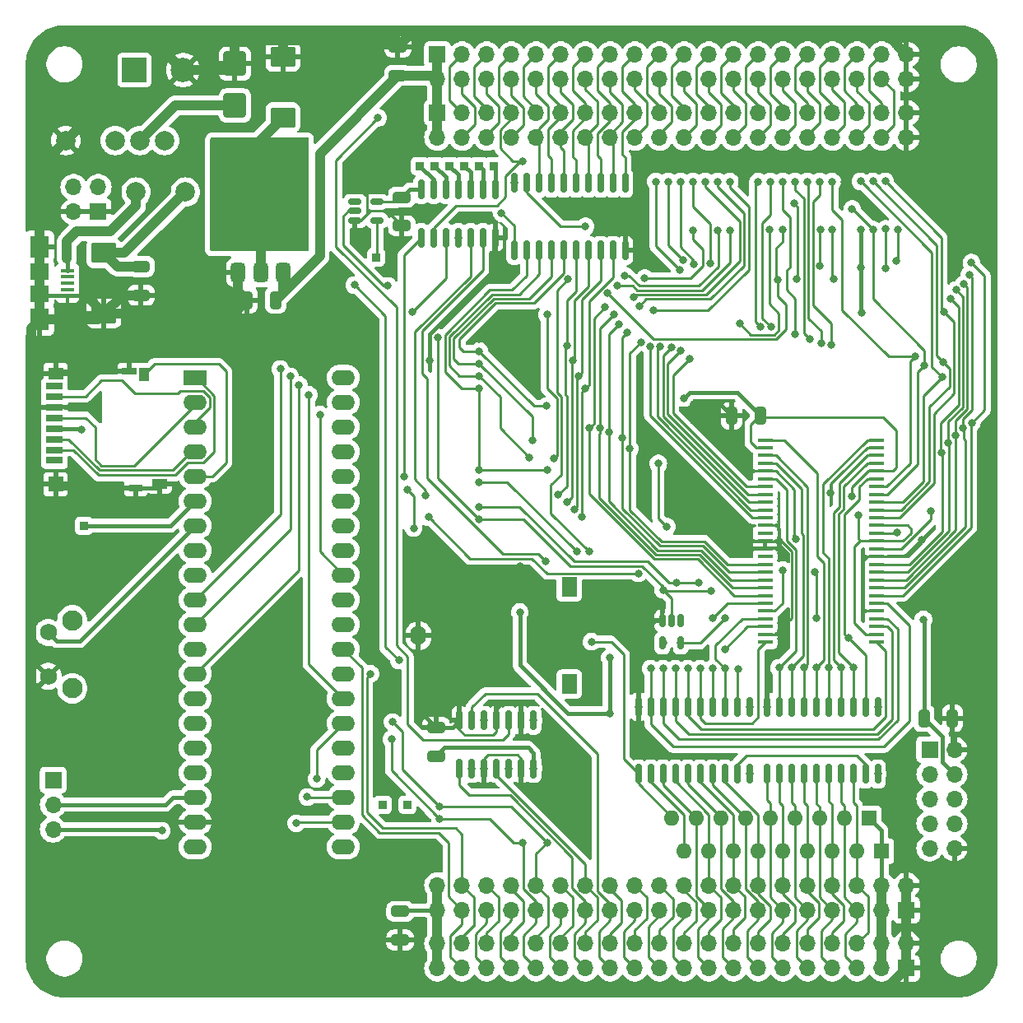
<source format=gbr>
%TF.GenerationSoftware,KiCad,Pcbnew,8.0.5-8.0.5-0~ubuntu22.04.1*%
%TF.CreationDate,2024-09-17T15:44:00+02:00*%
%TF.ProjectId,RamRomBoard,52616d52-6f6d-4426-9f61-72642e6b6963,rev?*%
%TF.SameCoordinates,Original*%
%TF.FileFunction,Copper,L1,Top*%
%TF.FilePolarity,Positive*%
%FSLAX46Y46*%
G04 Gerber Fmt 4.6, Leading zero omitted, Abs format (unit mm)*
G04 Created by KiCad (PCBNEW 8.0.5-8.0.5-0~ubuntu22.04.1) date 2024-09-17 15:44:00*
%MOMM*%
%LPD*%
G01*
G04 APERTURE LIST*
G04 Aperture macros list*
%AMRoundRect*
0 Rectangle with rounded corners*
0 $1 Rounding radius*
0 $2 $3 $4 $5 $6 $7 $8 $9 X,Y pos of 4 corners*
0 Add a 4 corners polygon primitive as box body*
4,1,4,$2,$3,$4,$5,$6,$7,$8,$9,$2,$3,0*
0 Add four circle primitives for the rounded corners*
1,1,$1+$1,$2,$3*
1,1,$1+$1,$4,$5*
1,1,$1+$1,$6,$7*
1,1,$1+$1,$8,$9*
0 Add four rect primitives between the rounded corners*
20,1,$1+$1,$2,$3,$4,$5,0*
20,1,$1+$1,$4,$5,$6,$7,0*
20,1,$1+$1,$6,$7,$8,$9,0*
20,1,$1+$1,$8,$9,$2,$3,0*%
G04 Aperture macros list end*
%TA.AperFunction,SMDPad,CuDef*%
%ADD10RoundRect,0.250000X-0.650000X0.325000X-0.650000X-0.325000X0.650000X-0.325000X0.650000X0.325000X0*%
%TD*%
%TA.AperFunction,ComponentPad*%
%ADD11R,1.700000X1.700000*%
%TD*%
%TA.AperFunction,ComponentPad*%
%ADD12O,1.700000X1.700000*%
%TD*%
%TA.AperFunction,ComponentPad*%
%ADD13R,0.850000X0.850000*%
%TD*%
%TA.AperFunction,SMDPad,CuDef*%
%ADD14RoundRect,0.150000X-0.150000X0.825000X-0.150000X-0.825000X0.150000X-0.825000X0.150000X0.825000X0*%
%TD*%
%TA.AperFunction,ComponentPad*%
%ADD15R,2.400000X1.600000*%
%TD*%
%TA.AperFunction,ComponentPad*%
%ADD16O,2.400000X1.600000*%
%TD*%
%TA.AperFunction,SMDPad,CuDef*%
%ADD17RoundRect,0.250000X1.025000X-0.787500X1.025000X0.787500X-1.025000X0.787500X-1.025000X-0.787500X0*%
%TD*%
%TA.AperFunction,SMDPad,CuDef*%
%ADD18R,1.400000X0.400000*%
%TD*%
%TA.AperFunction,SMDPad,CuDef*%
%ADD19R,1.900000X2.300000*%
%TD*%
%TA.AperFunction,SMDPad,CuDef*%
%ADD20R,1.900000X1.800000*%
%TD*%
%TA.AperFunction,SMDPad,CuDef*%
%ADD21RoundRect,0.150000X-0.512500X-0.150000X0.512500X-0.150000X0.512500X0.150000X-0.512500X0.150000X0*%
%TD*%
%TA.AperFunction,ComponentPad*%
%ADD22R,2.500000X2.500000*%
%TD*%
%TA.AperFunction,ComponentPad*%
%ADD23C,2.500000*%
%TD*%
%TA.AperFunction,ComponentPad*%
%ADD24R,1.600000X1.600000*%
%TD*%
%TA.AperFunction,ComponentPad*%
%ADD25O,1.600000X1.600000*%
%TD*%
%TA.AperFunction,SMDPad,CuDef*%
%ADD26RoundRect,0.250000X0.325000X0.650000X-0.325000X0.650000X-0.325000X-0.650000X0.325000X-0.650000X0*%
%TD*%
%TA.AperFunction,SMDPad,CuDef*%
%ADD27RoundRect,0.150000X0.150000X-0.825000X0.150000X0.825000X-0.150000X0.825000X-0.150000X-0.825000X0*%
%TD*%
%TA.AperFunction,SMDPad,CuDef*%
%ADD28RoundRect,0.150000X-0.150000X0.512500X-0.150000X-0.512500X0.150000X-0.512500X0.150000X0.512500X0*%
%TD*%
%TA.AperFunction,SMDPad,CuDef*%
%ADD29RoundRect,0.375000X0.375000X-0.625000X0.375000X0.625000X-0.375000X0.625000X-0.375000X-0.625000X0*%
%TD*%
%TA.AperFunction,SMDPad,CuDef*%
%ADD30RoundRect,0.500000X1.400000X-0.500000X1.400000X0.500000X-1.400000X0.500000X-1.400000X-0.500000X0*%
%TD*%
%TA.AperFunction,ComponentPad*%
%ADD31C,2.100000*%
%TD*%
%TA.AperFunction,ComponentPad*%
%ADD32C,1.750000*%
%TD*%
%TA.AperFunction,SMDPad,CuDef*%
%ADD33R,1.750000X0.700000*%
%TD*%
%TA.AperFunction,SMDPad,CuDef*%
%ADD34R,1.000000X1.450000*%
%TD*%
%TA.AperFunction,SMDPad,CuDef*%
%ADD35R,1.550000X1.000000*%
%TD*%
%TA.AperFunction,SMDPad,CuDef*%
%ADD36R,1.500000X0.800000*%
%TD*%
%TA.AperFunction,SMDPad,CuDef*%
%ADD37R,1.500000X1.300000*%
%TD*%
%TA.AperFunction,SMDPad,CuDef*%
%ADD38R,1.500000X1.500000*%
%TD*%
%TA.AperFunction,SMDPad,CuDef*%
%ADD39R,1.400000X0.800000*%
%TD*%
%TA.AperFunction,SMDPad,CuDef*%
%ADD40RoundRect,0.150000X-0.150000X0.837500X-0.150000X-0.837500X0.150000X-0.837500X0.150000X0.837500X0*%
%TD*%
%TA.AperFunction,SMDPad,CuDef*%
%ADD41RoundRect,0.250000X-1.025000X0.787500X-1.025000X-0.787500X1.025000X-0.787500X1.025000X0.787500X0*%
%TD*%
%TA.AperFunction,SMDPad,CuDef*%
%ADD42R,1.510000X0.458000*%
%TD*%
%TA.AperFunction,ComponentPad*%
%ADD43R,1.600000X2.000000*%
%TD*%
%TA.AperFunction,ComponentPad*%
%ADD44O,1.600000X2.000000*%
%TD*%
%TA.AperFunction,ComponentPad*%
%ADD45C,2.000000*%
%TD*%
%TA.AperFunction,SMDPad,CuDef*%
%ADD46RoundRect,0.150000X0.150000X-0.837500X0.150000X0.837500X-0.150000X0.837500X-0.150000X-0.837500X0*%
%TD*%
%TA.AperFunction,SMDPad,CuDef*%
%ADD47RoundRect,0.250000X-0.325000X-0.650000X0.325000X-0.650000X0.325000X0.650000X-0.325000X0.650000X0*%
%TD*%
%TA.AperFunction,SMDPad,CuDef*%
%ADD48RoundRect,0.250000X0.650000X-0.325000X0.650000X0.325000X-0.650000X0.325000X-0.650000X-0.325000X0*%
%TD*%
%TA.AperFunction,SMDPad,CuDef*%
%ADD49RoundRect,0.250000X0.900000X-1.000000X0.900000X1.000000X-0.900000X1.000000X-0.900000X-1.000000X0*%
%TD*%
%TA.AperFunction,ViaPad*%
%ADD50C,0.800000*%
%TD*%
%TA.AperFunction,Conductor*%
%ADD51C,0.400000*%
%TD*%
%TA.AperFunction,Conductor*%
%ADD52C,1.000000*%
%TD*%
%TA.AperFunction,Conductor*%
%ADD53C,0.250000*%
%TD*%
G04 APERTURE END LIST*
D10*
%TO.P,C2,1*%
%TO.N,+5V*%
X88524600Y-141153595D03*
%TO.P,C2,2*%
%TO.N,GND*%
X88524600Y-144103595D03*
%TD*%
D11*
%TO.P,J8,1,Pin_1*%
%TO.N,GND*%
X57482000Y-69174995D03*
D12*
%TO.P,J8,2,Pin_2*%
X54942000Y-69174995D03*
%TO.P,J8,3,Pin_3*%
%TO.N,Net-(J8-Pin_3)*%
X57482000Y-66634995D03*
%TO.P,J8,4,Pin_4*%
%TO.N,Net-(J8-Pin_4)*%
X54942000Y-66634995D03*
%TD*%
D13*
%TO.P,TP9,1,1*%
%TO.N,/CTRL1*%
X89281000Y-130175000D03*
%TD*%
D11*
%TO.P,J1,1,Pin_1*%
%TO.N,+5V*%
X92367000Y-53000000D03*
D12*
%TO.P,J1,2,Pin_2*%
X92367000Y-55540000D03*
%TO.P,J1,3,Pin_3*%
%TO.N,/PHI1_e*%
X94907000Y-53000000D03*
%TO.P,J1,4,Pin_4*%
%TO.N,/PHI2_e*%
X94907000Y-55540000D03*
%TO.P,J1,5,Pin_5*%
%TO.N,/~{IORD}*%
X97447000Y-53000000D03*
%TO.P,J1,6,Pin_6*%
%TO.N,/R{slash}~{W}_e*%
X97447000Y-55540000D03*
%TO.P,J1,7,Pin_7*%
%TO.N,/~{MRD}*%
X99987000Y-53000000D03*
%TO.P,J1,8,Pin_8*%
%TO.N,/~{MWR}*%
X99987000Y-55540000D03*
%TO.P,J1,9,Pin_9*%
%TO.N,/~{IOWR}*%
X102527000Y-53000000D03*
%TO.P,J1,10,Pin_10*%
%TO.N,/D0*%
X102527000Y-55540000D03*
%TO.P,J1,11,Pin_11*%
%TO.N,/D1*%
X105067000Y-53000000D03*
%TO.P,J1,12,Pin_12*%
%TO.N,/D2*%
X105067000Y-55540000D03*
%TO.P,J1,13,Pin_13*%
%TO.N,/D3*%
X107607000Y-53000000D03*
%TO.P,J1,14,Pin_14*%
%TO.N,/D4*%
X107607000Y-55540000D03*
%TO.P,J1,15,Pin_15*%
%TO.N,/D5*%
X110147000Y-53000000D03*
%TO.P,J1,16,Pin_16*%
%TO.N,/D6*%
X110147000Y-55540000D03*
%TO.P,J1,17,Pin_17*%
%TO.N,/D7*%
X112687000Y-53000000D03*
%TO.P,J1,18,Pin_18*%
%TO.N,/~{RST}*%
X112687000Y-55540000D03*
%TO.P,J1,19,Pin_19*%
%TO.N,/A0*%
X115227000Y-53000000D03*
%TO.P,J1,20,Pin_20*%
%TO.N,/A1*%
X115227000Y-55540000D03*
%TO.P,J1,21,Pin_21*%
%TO.N,/A2*%
X117767000Y-53000000D03*
%TO.P,J1,22,Pin_22*%
%TO.N,/A3*%
X117767000Y-55540000D03*
%TO.P,J1,23,Pin_23*%
%TO.N,/A4*%
X120307000Y-53000000D03*
%TO.P,J1,24,Pin_24*%
%TO.N,/A5*%
X120307000Y-55540000D03*
%TO.P,J1,25,Pin_25*%
%TO.N,/A6*%
X122847000Y-53000000D03*
%TO.P,J1,26,Pin_26*%
%TO.N,/A7*%
X122847000Y-55540000D03*
%TO.P,J1,27,Pin_27*%
%TO.N,/A8*%
X125387000Y-53000000D03*
%TO.P,J1,28,Pin_28*%
%TO.N,/A9*%
X125387000Y-55540000D03*
%TO.P,J1,29,Pin_29*%
%TO.N,/A10*%
X127927000Y-53000000D03*
%TO.P,J1,30,Pin_30*%
%TO.N,/A11*%
X127927000Y-55540000D03*
%TO.P,J1,31,Pin_31*%
%TO.N,/A12*%
X130467000Y-53000000D03*
%TO.P,J1,32,Pin_32*%
%TO.N,/A13*%
X130467000Y-55540000D03*
%TO.P,J1,33,Pin_33*%
%TO.N,/A14*%
X133007000Y-53000000D03*
%TO.P,J1,34,Pin_34*%
%TO.N,/A15*%
X133007000Y-55540000D03*
%TO.P,J1,35,Pin_35*%
%TO.N,/A16*%
X135547000Y-53000000D03*
%TO.P,J1,36,Pin_36*%
%TO.N,/A17*%
X135547000Y-55540000D03*
%TO.P,J1,37,Pin_37*%
%TO.N,/A18*%
X138087000Y-53000000D03*
%TO.P,J1,38,Pin_38*%
%TO.N,/A19*%
X138087000Y-55540000D03*
%TO.P,J1,39,Pin_39*%
%TO.N,GND*%
X140627000Y-53000000D03*
%TO.P,J1,40,Pin_40*%
X140627000Y-55540000D03*
%TD*%
D14*
%TO.P,U1,1*%
%TO.N,/~{TRST}*%
X102266000Y-121496995D03*
%TO.P,U1,2*%
%TO.N,GND*%
X100996000Y-121496995D03*
%TO.P,U1,3*%
%TO.N,/~{RST}*%
X99726000Y-121496995D03*
%TO.P,U1,4*%
%TO.N,GND*%
X98456000Y-121496995D03*
%TO.P,U1,5*%
%TO.N,/CLK1#*%
X97186000Y-121496995D03*
%TO.P,U1,6*%
%TO.N,/CLK1*%
X95916000Y-121496995D03*
%TO.P,U1,7,GND*%
%TO.N,GND*%
X94646000Y-121496995D03*
%TO.P,U1,8*%
%TO.N,/CLKF*%
X94646000Y-126446995D03*
%TO.P,U1,9*%
%TO.N,/CLKF#*%
X95916000Y-126446995D03*
%TO.P,U1,10*%
%TO.N,GND*%
X97186000Y-126446995D03*
%TO.P,U1,11*%
%TO.N,/CLKS*%
X98456000Y-126446995D03*
%TO.P,U1,12*%
%TO.N,/CLKS#*%
X99726000Y-126446995D03*
%TO.P,U1,13*%
%TO.N,GND*%
X100996000Y-126446995D03*
%TO.P,U1,14,VCC*%
%TO.N,+3V3*%
X102266000Y-126446995D03*
%TD*%
D15*
%TO.P,J7,1,Pin_1*%
%TO.N,/~{CS_SD}*%
X67437000Y-86233000D03*
D16*
%TO.P,J7,2,Pin_2*%
%TO.N,/SCK_SD*%
X67437000Y-88773000D03*
%TO.P,J7,3,Pin_3*%
%TO.N,/MISO_SD*%
X67437000Y-91313000D03*
%TO.P,J7,4,Pin_4*%
%TO.N,/MOSI_SD*%
X67437000Y-93853000D03*
%TO.P,J7,5,Pin_5*%
%TO.N,/DET_SD*%
X67437000Y-96393000D03*
%TO.P,J7,6,Pin_6*%
%TO.N,/uA9*%
X67437000Y-98933000D03*
%TO.P,J7,7,Pin_7*%
%TO.N,/~{EXTRST}*%
X67437000Y-101473000D03*
%TO.P,J7,8,Pin_8*%
%TO.N,/uA11*%
X67437000Y-104013000D03*
%TO.P,J7,9,Pin_9*%
%TO.N,/uA12*%
X67437000Y-106553000D03*
%TO.P,J7,10,Pin_10*%
%TO.N,/CNT*%
X67437000Y-109093000D03*
%TO.P,J7,11,Pin_11*%
%TO.N,/~{MRC}*%
X67437000Y-111633000D03*
%TO.P,J7,12,Pin_12*%
%TO.N,/CLK1#*%
X67437000Y-114173000D03*
%TO.P,J7,13,Pin_13*%
%TO.N,/~{CNTOE}*%
X67437000Y-116713000D03*
%TO.P,J7,14,Pin_14*%
%TO.N,/SCL*%
X67437000Y-119253000D03*
%TO.P,J7,15,Pin_15*%
%TO.N,/SDA*%
X67437000Y-121793000D03*
%TO.P,J7,16,Pin_16*%
%TO.N,/CTRL1*%
X67437000Y-124333000D03*
%TO.P,J7,17,Pin_17*%
%TO.N,/~{BUSFREE}*%
X67437000Y-126873000D03*
%TO.P,J7,18,Pin_18*%
%TO.N,Net-(J7-Pin_18)*%
X67437000Y-129413000D03*
%TO.P,J7,19,Pin_19*%
%TO.N,GND*%
X67437000Y-131953000D03*
%TO.P,J7,20,Pin_20*%
%TO.N,unconnected-(J7-Pin_20-Pad20)*%
X67437000Y-134493000D03*
%TO.P,J7,21,Pin_21*%
%TO.N,/VB*%
X82677000Y-134493000D03*
%TO.P,J7,22,Pin_22*%
%TO.N,/TDI*%
X82677000Y-131953000D03*
%TO.P,J7,23,Pin_23*%
%TO.N,/TMS*%
X82677000Y-129413000D03*
%TO.P,J7,24,Pin_24*%
%TO.N,/TCK*%
X82677000Y-126873000D03*
%TO.P,J7,25,Pin_25*%
%TO.N,/~{STMRST}*%
X82677000Y-124333000D03*
%TO.P,J7,26,Pin_26*%
%TO.N,/TDO*%
X82677000Y-121793000D03*
%TO.P,J7,27,Pin_27*%
%TO.N,/~{PLD}*%
X82677000Y-119253000D03*
%TO.P,J7,28,Pin_28*%
%TO.N,/RXSTM*%
X82677000Y-116713000D03*
%TO.P,J7,29,Pin_29*%
%TO.N,/TXSTM*%
X82677000Y-114173000D03*
%TO.P,J7,30,Pin_30*%
%TO.N,/~{BW}*%
X82677000Y-111633000D03*
%TO.P,J7,31,Pin_31*%
%TO.N,/uSCK*%
X82677000Y-109093000D03*
%TO.P,J7,32,Pin_32*%
%TO.N,/uMISO*%
X82677000Y-106553000D03*
%TO.P,J7,33,Pin_33*%
%TO.N,/uMOSI*%
X82677000Y-104013000D03*
%TO.P,J7,34,Pin_34*%
%TO.N,/~{CEDAT_EN}*%
X82677000Y-101473000D03*
%TO.P,J7,35,Pin_35*%
%TO.N,/~{MRAM_WR}*%
X82677000Y-98933000D03*
%TO.P,J7,36,Pin_36*%
%TO.N,/~{DATOE}*%
X82677000Y-96393000D03*
%TO.P,J7,37,Pin_37*%
%TO.N,/~{TRST}*%
X82677000Y-93853000D03*
%TO.P,J7,38,Pin_38*%
%TO.N,unconnected-(J7-Pin_38-Pad38)*%
X82677000Y-91313000D03*
%TO.P,J7,39,Pin_39*%
%TO.N,unconnected-(J7-Pin_39-Pad39)*%
X82677000Y-88773000D03*
%TO.P,J7,40,Pin_40*%
%TO.N,unconnected-(J7-Pin_40-Pad40)*%
X82677000Y-86233000D03*
%TD*%
D17*
%TO.P,C15,1*%
%TO.N,+3V3*%
X76460000Y-59466495D03*
%TO.P,C15,2*%
%TO.N,GND*%
X76460000Y-53241495D03*
%TD*%
D13*
%TO.P,TP1,1,1*%
%TO.N,Net-(TP1-Pad1)*%
X95154000Y-64470995D03*
%TD*%
D18*
%TO.P,J6,1,VBUS*%
%TO.N,Net-(J5-Pin_1)*%
X54310000Y-75205995D03*
%TO.P,J6,2,D-*%
%TO.N,unconnected-(J6-D--Pad2)*%
X54310000Y-75855995D03*
%TO.P,J6,3,D+*%
%TO.N,unconnected-(J6-D+-Pad3)*%
X54310000Y-76505995D03*
%TO.P,J6,4,ID*%
%TO.N,unconnected-(J6-ID-Pad4)*%
X54310000Y-77155995D03*
%TO.P,J6,5,GND*%
%TO.N,GND*%
X54310000Y-77805995D03*
D19*
%TO.P,J6,6,Shield*%
X51460000Y-72755995D03*
D20*
X51460000Y-75355995D03*
X51460000Y-77655995D03*
D19*
X51460000Y-80255995D03*
%TD*%
D21*
%TO.P,U6,1,NC*%
%TO.N,unconnected-(U6-NC-Pad1)*%
X83885000Y-68153995D03*
%TO.P,U6,2*%
%TO.N,/CNT*%
X83885000Y-69103995D03*
%TO.P,U6,3,GND*%
%TO.N,GND*%
X83885000Y-70053995D03*
%TO.P,U6,4*%
%TO.N,/CPR*%
X86160000Y-70053995D03*
%TO.P,U6,5,VCC*%
%TO.N,+3V3*%
X86160000Y-68153995D03*
%TD*%
D11*
%TO.P,J4,1,Pin_1*%
%TO.N,GND*%
X140627000Y-141000000D03*
D12*
%TO.P,J4,2,Pin_2*%
X140627000Y-138460000D03*
%TO.P,J4,3,Pin_3*%
%TO.N,+3V3*%
X138087000Y-141000000D03*
%TO.P,J4,4,Pin_4*%
X138087000Y-138460000D03*
%TO.P,J4,5,Pin_5*%
%TO.N,/~{CE_EXT1}*%
X135547000Y-141000000D03*
%TO.P,J4,6,Pin_6*%
%TO.N,/~{CE_EXT0}*%
X135547000Y-138460000D03*
%TO.P,J4,7,Pin_7*%
%TO.N,/~{CE_EXT3}*%
X133007000Y-141000000D03*
%TO.P,J4,8,Pin_8*%
%TO.N,/~{CE_EXT2}*%
X133007000Y-138460000D03*
%TO.P,J4,9,Pin_9*%
%TO.N,/~{CE_EXT5}*%
X130467000Y-141000000D03*
%TO.P,J4,10,Pin_10*%
%TO.N,/~{CE_EXT4}*%
X130467000Y-138460000D03*
%TO.P,J4,11,Pin_11*%
%TO.N,/~{CE_EXT7}*%
X127927000Y-141000000D03*
%TO.P,J4,12,Pin_12*%
%TO.N,/~{CE_EXT6}*%
X127927000Y-138460000D03*
%TO.P,J4,13,Pin_13*%
%TO.N,/~{CE_EXT9}*%
X125387000Y-141000000D03*
%TO.P,J4,14,Pin_14*%
%TO.N,/~{CE_EXT8}*%
X125387000Y-138460000D03*
%TO.P,J4,15,Pin_15*%
%TO.N,/~{CE_EXT11}*%
X122847000Y-141000000D03*
%TO.P,J4,16,Pin_16*%
%TO.N,/~{CE_EXT10}*%
X122847000Y-138460000D03*
%TO.P,J4,17,Pin_17*%
%TO.N,/~{CE_EXT13}*%
X120307000Y-141000000D03*
%TO.P,J4,18,Pin_18*%
%TO.N,/~{CE_EXT12}*%
X120307000Y-138460000D03*
%TO.P,J4,19,Pin_19*%
%TO.N,/Bus/RES4*%
X117767000Y-141000000D03*
%TO.P,J4,20,Pin_20*%
%TO.N,/Bus/RES5*%
X117767000Y-138460000D03*
%TO.P,J4,21,Pin_21*%
%TO.N,/Bus/RES2*%
X115227000Y-141000000D03*
%TO.P,J4,22,Pin_22*%
%TO.N,/Bus/RES3*%
X115227000Y-138460000D03*
%TO.P,J4,23,Pin_23*%
%TO.N,/Bus/RES0*%
X112687000Y-141000000D03*
%TO.P,J4,24,Pin_24*%
%TO.N,/Bus/RES1*%
X112687000Y-138460000D03*
%TO.P,J4,25,Pin_25*%
%TO.N,/CLK1*%
X110147000Y-141000000D03*
%TO.P,J4,26,Pin_26*%
%TO.N,/~{BUSFREE}*%
X110147000Y-138460000D03*
%TO.P,J4,27,Pin_27*%
%TO.N,/CLKF*%
X107607000Y-141000000D03*
%TO.P,J4,28,Pin_28*%
%TO.N,/CLKS*%
X107607000Y-138460000D03*
%TO.P,J4,29,Pin_29*%
%TO.N,/~{PH0}*%
X105067000Y-141000000D03*
%TO.P,J4,30,Pin_30*%
%TO.N,/PH0*%
X105067000Y-138460000D03*
%TO.P,J4,31,Pin_31*%
%TO.N,/SDA*%
X102527000Y-141000000D03*
%TO.P,J4,32,Pin_32*%
%TO.N,/SCL*%
X102527000Y-138460000D03*
%TO.P,J4,33,Pin_33*%
%TO.N,/Bus/TX1*%
X99987000Y-141000000D03*
%TO.P,J4,34,Pin_34*%
%TO.N,/Bus/RX1*%
X99987000Y-138460000D03*
%TO.P,J4,35,Pin_35*%
%TO.N,/Bus/TX0*%
X97447000Y-141000000D03*
%TO.P,J4,36,Pin_36*%
%TO.N,/Bus/RX0*%
X97447000Y-138460000D03*
%TO.P,J4,37,Pin_37*%
%TO.N,/TXSTM*%
X94907000Y-141000000D03*
%TO.P,J4,38,Pin_38*%
%TO.N,/RXSTM*%
X94907000Y-138460000D03*
%TO.P,J4,39,Pin_39*%
%TO.N,+5V*%
X92367000Y-141000000D03*
%TO.P,J4,40,Pin_40*%
X92367000Y-138460000D03*
%TD*%
D22*
%TO.P,J5,1,Pin_1*%
%TO.N,Net-(J5-Pin_1)*%
X61200000Y-54600000D03*
D23*
%TO.P,J5,2,Pin_2*%
%TO.N,GND*%
X66200000Y-54600000D03*
%TD*%
D13*
%TO.P,TP7,1,1*%
%TO.N,/CPR*%
X86060000Y-73853995D03*
%TD*%
D24*
%TO.P,RN4,1,common*%
%TO.N,+3V3*%
X138049000Y-134955995D03*
D25*
%TO.P,RN4,2,R1*%
%TO.N,/~{CE_EXT0}*%
X135509000Y-134955995D03*
%TO.P,RN4,3,R2*%
%TO.N,/~{CE_EXT2}*%
X132969000Y-134955995D03*
%TO.P,RN4,4,R3*%
%TO.N,/~{CE_EXT4}*%
X130429000Y-134955995D03*
%TO.P,RN4,5,R4*%
%TO.N,/~{CE_EXT6}*%
X127889000Y-134955995D03*
%TO.P,RN4,6,R5*%
%TO.N,/~{CE_EXT8}*%
X125349000Y-134955995D03*
%TO.P,RN4,7,R6*%
%TO.N,/~{CE_EXT10}*%
X122809000Y-134955995D03*
%TO.P,RN4,8,R7*%
%TO.N,/~{CE_EXT12}*%
X120269000Y-134955995D03*
%TO.P,RN4,9,R8*%
%TO.N,/~{CE_EXT14}*%
X117729000Y-134955995D03*
%TD*%
D11*
%TO.P,JP1,1,A*%
%TO.N,+5VA*%
X52832000Y-127635000D03*
D12*
%TO.P,JP1,2,C*%
%TO.N,Net-(J7-Pin_18)*%
X52832000Y-130175000D03*
%TO.P,JP1,3,B*%
%TO.N,+5V*%
X52832000Y-132715000D03*
%TD*%
D26*
%TO.P,C14,1*%
%TO.N,+5V*%
X75743000Y-78253995D03*
%TO.P,C14,2*%
%TO.N,GND*%
X72793000Y-78253995D03*
%TD*%
D13*
%TO.P,TP3,1,1*%
%TO.N,Net-(TP3-Pad1)*%
X98202000Y-64470995D03*
%TD*%
%TO.P,TP8,1,1*%
%TO.N,Net-(U4-CTRL0)*%
X86741000Y-130175000D03*
%TD*%
D24*
%TO.P,RN3,1,common*%
%TO.N,+3V3*%
X136779000Y-131572000D03*
D25*
%TO.P,RN3,2,R1*%
%TO.N,/~{CE_EXT1}*%
X134239000Y-131572000D03*
%TO.P,RN3,3,R2*%
%TO.N,/~{CE_EXT3}*%
X131699000Y-131572000D03*
%TO.P,RN3,4,R3*%
%TO.N,/~{CE_EXT5}*%
X129159000Y-131572000D03*
%TO.P,RN3,5,R4*%
%TO.N,/~{CE_EXT7}*%
X126619000Y-131572000D03*
%TO.P,RN3,6,R5*%
%TO.N,/~{CE_EXT9}*%
X124079000Y-131572000D03*
%TO.P,RN3,7,R6*%
%TO.N,/~{CE_EXT11}*%
X121539000Y-131572000D03*
%TO.P,RN3,8,R7*%
%TO.N,/~{CE_EXT13}*%
X118999000Y-131572000D03*
%TO.P,RN3,9,R8*%
%TO.N,/~{CE_EXT15}*%
X116459000Y-131572000D03*
%TD*%
D27*
%TO.P,U3,1*%
%TO.N,/~{DATOE}*%
X90709000Y-71822795D03*
%TO.P,U3,2*%
%TO.N,/~{MRD}*%
X91979000Y-71822795D03*
%TO.P,U3,3*%
%TO.N,Net-(U12-~{OE})*%
X93249000Y-71822795D03*
%TO.P,U3,4*%
%TO.N,Net-(U3-Pad4)*%
X94519000Y-71822795D03*
%TO.P,U3,5*%
%TO.N,/~{MRAM_WR}*%
X95789000Y-71822795D03*
%TO.P,U3,6*%
%TO.N,Net-(U12-~{WE})*%
X97059000Y-71822795D03*
%TO.P,U3,7,GND*%
%TO.N,GND*%
X98329000Y-71822795D03*
%TO.P,U3,8*%
%TO.N,Net-(TP3-Pad1)*%
X98329000Y-66872795D03*
%TO.P,U3,9*%
%TO.N,Net-(TP2-Pad1)*%
X97059000Y-66872795D03*
%TO.P,U3,10*%
%TO.N,Net-(TP1-Pad1)*%
X95789000Y-66872795D03*
%TO.P,U3,11*%
%TO.N,Net-(TP6-Pad1)*%
X94519000Y-66872795D03*
%TO.P,U3,12*%
%TO.N,Net-(TP5-Pad1)*%
X93249000Y-66872795D03*
%TO.P,U3,13*%
%TO.N,Net-(TP4-Pad1)*%
X91979000Y-66872795D03*
%TO.P,U3,14,VCC*%
%TO.N,+3V3*%
X90709000Y-66872795D03*
%TD*%
D28*
%TO.P,U10,1,NC*%
%TO.N,unconnected-(U10-NC-Pad1)*%
X117409000Y-111270995D03*
%TO.P,U10,2*%
%TO.N,/uSCK*%
X116459000Y-111270995D03*
%TO.P,U10,3,GND*%
%TO.N,GND*%
X115509000Y-111270995D03*
%TO.P,U10,4*%
%TO.N,/~{uSCK}*%
X115509000Y-113545995D03*
%TO.P,U10,5,VCC*%
%TO.N,+3V3*%
X117409000Y-113545995D03*
%TD*%
D10*
%TO.P,C6,1*%
%TO.N,+5VA*%
X61880000Y-74806995D03*
%TO.P,C6,2*%
%TO.N,GND*%
X61880000Y-77756995D03*
%TD*%
D29*
%TO.P,U2,1,GND*%
%TO.N,GND*%
X71868000Y-75403995D03*
%TO.P,U2,2,VO*%
%TO.N,+3V3*%
X74168000Y-75403995D03*
D30*
X74168000Y-69103995D03*
D29*
%TO.P,U2,3,VI*%
%TO.N,+5V*%
X76468000Y-75403995D03*
%TD*%
D13*
%TO.P,TP6,1,1*%
%TO.N,Net-(TP6-Pad1)*%
X93630000Y-64470995D03*
%TD*%
D31*
%TO.P,SW2,*%
%TO.N,*%
X54811500Y-118206000D03*
X54811500Y-111196000D03*
D32*
%TO.P,SW2,1,1*%
%TO.N,GND*%
X52321500Y-116956000D03*
%TO.P,SW2,2,2*%
%TO.N,/~{EXTRST}*%
X52321500Y-112456000D03*
%TD*%
D13*
%TO.P,TP2,1,1*%
%TO.N,Net-(TP2-Pad1)*%
X96676000Y-64470995D03*
%TD*%
D11*
%TO.P,J2,1,Pin_1*%
%TO.N,GND*%
X140627000Y-147000000D03*
D12*
%TO.P,J2,2,Pin_2*%
X140627000Y-144460000D03*
%TO.P,J2,3,Pin_3*%
%TO.N,+3V3*%
X138087000Y-147000000D03*
%TO.P,J2,4,Pin_4*%
X138087000Y-144460000D03*
%TO.P,J2,5,Pin_5*%
%TO.N,/~{CE_EXT1}*%
X135547000Y-147000000D03*
%TO.P,J2,6,Pin_6*%
%TO.N,/~{CE_EXT0}*%
X135547000Y-144460000D03*
%TO.P,J2,7,Pin_7*%
%TO.N,/~{CE_EXT3}*%
X133007000Y-147000000D03*
%TO.P,J2,8,Pin_8*%
%TO.N,/~{CE_EXT2}*%
X133007000Y-144460000D03*
%TO.P,J2,9,Pin_9*%
%TO.N,/~{CE_EXT5}*%
X130467000Y-147000000D03*
%TO.P,J2,10,Pin_10*%
%TO.N,/~{CE_EXT4}*%
X130467000Y-144460000D03*
%TO.P,J2,11,Pin_11*%
%TO.N,/~{CE_EXT7}*%
X127927000Y-147000000D03*
%TO.P,J2,12,Pin_12*%
%TO.N,/~{CE_EXT6}*%
X127927000Y-144460000D03*
%TO.P,J2,13,Pin_13*%
%TO.N,/~{CE_EXT9}*%
X125387000Y-147000000D03*
%TO.P,J2,14,Pin_14*%
%TO.N,/~{CE_EXT8}*%
X125387000Y-144460000D03*
%TO.P,J2,15,Pin_15*%
%TO.N,/~{CE_EXT11}*%
X122847000Y-147000000D03*
%TO.P,J2,16,Pin_16*%
%TO.N,/~{CE_EXT10}*%
X122847000Y-144460000D03*
%TO.P,J2,17,Pin_17*%
%TO.N,/~{CE_EXT13}*%
X120307000Y-147000000D03*
%TO.P,J2,18,Pin_18*%
%TO.N,/~{CE_EXT12}*%
X120307000Y-144460000D03*
%TO.P,J2,19,Pin_19*%
%TO.N,/Bus/RES4*%
X117767000Y-147000000D03*
%TO.P,J2,20,Pin_20*%
%TO.N,/Bus/RES5*%
X117767000Y-144460000D03*
%TO.P,J2,21,Pin_21*%
%TO.N,/Bus/RES2*%
X115227000Y-147000000D03*
%TO.P,J2,22,Pin_22*%
%TO.N,/Bus/RES3*%
X115227000Y-144460000D03*
%TO.P,J2,23,Pin_23*%
%TO.N,/Bus/RES0*%
X112687000Y-147000000D03*
%TO.P,J2,24,Pin_24*%
%TO.N,/Bus/RES1*%
X112687000Y-144460000D03*
%TO.P,J2,25,Pin_25*%
%TO.N,/CLK1*%
X110147000Y-147000000D03*
%TO.P,J2,26,Pin_26*%
%TO.N,/~{BUSFREE}*%
X110147000Y-144460000D03*
%TO.P,J2,27,Pin_27*%
%TO.N,/CLKF*%
X107607000Y-147000000D03*
%TO.P,J2,28,Pin_28*%
%TO.N,/CLKS*%
X107607000Y-144460000D03*
%TO.P,J2,29,Pin_29*%
%TO.N,/~{PH0}*%
X105067000Y-147000000D03*
%TO.P,J2,30,Pin_30*%
%TO.N,/PH0*%
X105067000Y-144460000D03*
%TO.P,J2,31,Pin_31*%
%TO.N,/SDA*%
X102527000Y-147000000D03*
%TO.P,J2,32,Pin_32*%
%TO.N,/SCL*%
X102527000Y-144460000D03*
%TO.P,J2,33,Pin_33*%
%TO.N,/Bus/TX1*%
X99987000Y-147000000D03*
%TO.P,J2,34,Pin_34*%
%TO.N,/Bus/RX1*%
X99987000Y-144460000D03*
%TO.P,J2,35,Pin_35*%
%TO.N,/Bus/TX0*%
X97447000Y-147000000D03*
%TO.P,J2,36,Pin_36*%
%TO.N,/Bus/RX0*%
X97447000Y-144460000D03*
%TO.P,J2,37,Pin_37*%
%TO.N,/TXSTM*%
X94907000Y-147000000D03*
%TO.P,J2,38,Pin_38*%
%TO.N,/RXSTM*%
X94907000Y-144460000D03*
%TO.P,J2,39,Pin_39*%
%TO.N,+5V*%
X92367000Y-147000000D03*
%TO.P,J2,40,Pin_40*%
X92367000Y-144460000D03*
%TD*%
D11*
%TO.P,J9,1,Pin_1*%
%TO.N,/TCK*%
X143000000Y-124500000D03*
D12*
%TO.P,J9,2,Pin_2*%
%TO.N,GND*%
X145540000Y-124500000D03*
%TO.P,J9,3,Pin_3*%
%TO.N,/TDO*%
X143000000Y-127040000D03*
%TO.P,J9,4,Pin_4*%
%TO.N,+3V3*%
X145540000Y-127040000D03*
%TO.P,J9,5,Pin_5*%
%TO.N,/TMS*%
X143000000Y-129580000D03*
%TO.P,J9,6,Pin_6*%
%TO.N,unconnected-(J9-Pin_6-Pad6)*%
X145540000Y-129580000D03*
%TO.P,J9,7,Pin_7*%
%TO.N,unconnected-(J9-Pin_7-Pad7)*%
X143000000Y-132120000D03*
%TO.P,J9,8,Pin_8*%
%TO.N,unconnected-(J9-Pin_8-Pad8)*%
X145540000Y-132120000D03*
%TO.P,J9,9,Pin_9*%
%TO.N,/TDI*%
X143000000Y-134660000D03*
%TO.P,J9,10,Pin_10*%
%TO.N,GND*%
X145540000Y-134660000D03*
%TD*%
D33*
%TO.P,J10,1,DAT2*%
%TO.N,unconnected-(J10-DAT2-Pad1)*%
X52969000Y-94762000D03*
%TO.P,J10,2,DAT3/CD*%
%TO.N,/~{CS_SD}*%
X52969000Y-93662000D03*
%TO.P,J10,3,CMD*%
%TO.N,/MOSI_SD*%
X52969000Y-92562000D03*
%TO.P,J10,4,VDD*%
%TO.N,+3V3*%
X52969000Y-91462000D03*
%TO.P,J10,5,CLK*%
%TO.N,/SCK_SD*%
X52969000Y-90362000D03*
%TO.P,J10,6,VSS*%
%TO.N,GND*%
X52969000Y-89262000D03*
%TO.P,J10,7,DAT0*%
%TO.N,/MISO_SD*%
X52969000Y-88162000D03*
%TO.P,J10,8,DAT1*%
%TO.N,unconnected-(J10-DAT1-Pad8)*%
X52969000Y-87062000D03*
D34*
%TO.P,J10,9,DET_B*%
%TO.N,/DET_SD*%
X62194000Y-85937000D03*
D35*
%TO.P,J10,10,DET_A*%
%TO.N,GND*%
X63769000Y-97162000D03*
D36*
%TO.P,J10,11,SHIELD*%
X60694000Y-85612000D03*
D37*
X53094000Y-85862000D03*
D38*
X53094000Y-97212000D03*
D39*
X61344000Y-97562000D03*
%TD*%
D40*
%TO.P,U16,1,A->B*%
%TO.N,+3V3*%
X124460000Y-120088495D03*
%TO.P,U16,2,A0*%
%TO.N,/~{CE_INT8}*%
X123190000Y-120088495D03*
%TO.P,U16,3,A1*%
%TO.N,/~{CE_INT9}*%
X121920000Y-120088495D03*
%TO.P,U16,4,A2*%
%TO.N,/~{CE_INT10}*%
X120650000Y-120088495D03*
%TO.P,U16,5,A3*%
%TO.N,/~{CE_INT11}*%
X119380000Y-120088495D03*
%TO.P,U16,6,A4*%
%TO.N,/~{CE_INT12}*%
X118110000Y-120088495D03*
%TO.P,U16,7,A5*%
%TO.N,/~{CE_INT13}*%
X116840000Y-120088495D03*
%TO.P,U16,8,A6*%
%TO.N,/~{CE_INT14}*%
X115570000Y-120088495D03*
%TO.P,U16,9,A7*%
%TO.N,/~{CE_INT15}*%
X114300000Y-120088495D03*
%TO.P,U16,10,GND*%
%TO.N,GND*%
X113030000Y-120088495D03*
%TO.P,U16,11,B7*%
%TO.N,/~{CE_EXT15}*%
X113030000Y-127013495D03*
%TO.P,U16,12,B6*%
%TO.N,/~{CE_EXT14}*%
X114300000Y-127013495D03*
%TO.P,U16,13,B5*%
%TO.N,/~{CE_EXT13}*%
X115570000Y-127013495D03*
%TO.P,U16,14,B4*%
%TO.N,/~{CE_EXT12}*%
X116840000Y-127013495D03*
%TO.P,U16,15,B3*%
%TO.N,/~{CE_EXT11}*%
X118110000Y-127013495D03*
%TO.P,U16,16,B2*%
%TO.N,/~{CE_EXT10}*%
X119380000Y-127013495D03*
%TO.P,U16,17,B1*%
%TO.N,/~{CE_EXT9}*%
X120650000Y-127013495D03*
%TO.P,U16,18,B0*%
%TO.N,/~{CE_EXT8}*%
X121920000Y-127013495D03*
%TO.P,U16,19,CE*%
%TO.N,/~{CE_EXT_EN}*%
X123190000Y-127013495D03*
%TO.P,U16,20,VCC*%
%TO.N,+3V3*%
X124460000Y-127013495D03*
%TD*%
D13*
%TO.P,TP4,1,1*%
%TO.N,Net-(TP4-Pad1)*%
X90582000Y-64470995D03*
%TD*%
%TO.P,TP14,1,1*%
%TO.N,/uA9*%
X56007000Y-101473000D03*
%TD*%
D26*
%TO.P,C11,1*%
%TO.N,VCCQ*%
X125585000Y-90170000D03*
%TO.P,C11,2*%
%TO.N,GND*%
X122635000Y-90170000D03*
%TD*%
D41*
%TO.P,C4,1*%
%TO.N,+5VA*%
X58070000Y-73423495D03*
%TO.P,C4,2*%
%TO.N,GND*%
X58070000Y-79648495D03*
%TD*%
D42*
%TO.P,U11,1,I/O12*%
%TO.N,/~{CE_INT12}*%
X137576000Y-113449495D03*
%TO.P,U11,2,VDD*%
%TO.N,VCCQ*%
X137576000Y-112649495D03*
%TO.P,U11,3,I/O13*%
%TO.N,/~{CE_INT13}*%
X137576000Y-111849495D03*
%TO.P,U11,4,I/O14*%
%TO.N,/~{CE_INT14}*%
X137576000Y-111049495D03*
%TO.P,U11,5,GND*%
%TO.N,GND*%
X137576000Y-110249495D03*
%TO.P,U11,6,I/O15*%
%TO.N,/~{CE_INT15}*%
X137576000Y-109449495D03*
%TO.P,U11,7,A4*%
%TO.N,/A4*%
X137576000Y-108649495D03*
%TO.P,U11,8,A3*%
%TO.N,/A3*%
X137576000Y-107849495D03*
%TO.P,U11,9,A2*%
%TO.N,/A2*%
X137576000Y-107049495D03*
%TO.P,U11,10,A1*%
%TO.N,/A1*%
X137576000Y-106249495D03*
%TO.P,U11,11,A0*%
%TO.N,/A0*%
X137576000Y-105449495D03*
%TO.P,U11,12,~{UB}*%
%TO.N,GND*%
X137576000Y-104649495D03*
%TO.P,U11,13,~{CE1}*%
%TO.N,/~{RAMCE}*%
X137576000Y-103849495D03*
%TO.P,U11,14,VDD*%
%TO.N,VCCQ*%
X137576000Y-103049495D03*
%TO.P,U11,15,~{WE}*%
%TO.N,/~{CEDAT_EN}*%
X137576000Y-102249495D03*
%TO.P,U11,16,CE2*%
%TO.N,VCCQ*%
X137576000Y-101449495D03*
%TO.P,U11,17,A19*%
%TO.N,/A19*%
X137576000Y-100649495D03*
%TO.P,U11,18,A18*%
%TO.N,/A18*%
X137576000Y-99849495D03*
%TO.P,U11,19,A17*%
%TO.N,/A17*%
X137576000Y-99049495D03*
%TO.P,U11,20,A16*%
%TO.N,/A16*%
X137576000Y-98249495D03*
%TO.P,U11,21,A15*%
%TO.N,/A15*%
X137576000Y-97449495D03*
%TO.P,U11,22,I/O0*%
%TO.N,/~{CE_INT0}*%
X137576000Y-96649495D03*
%TO.P,U11,23,VDD*%
%TO.N,VCCQ*%
X137576000Y-95849495D03*
%TO.P,U11,24,I/O1*%
%TO.N,/~{CE_INT1}*%
X137576000Y-95049495D03*
%TO.P,U11,25,I/O2*%
%TO.N,/~{CE_INT2}*%
X137576000Y-94249495D03*
%TO.P,U11,26,GND*%
%TO.N,GND*%
X137576000Y-93449495D03*
%TO.P,U11,27,I/O3*%
%TO.N,/~{CE_INT3}*%
X137576000Y-92649495D03*
%TO.P,U11,28,I/O4*%
%TO.N,/~{CE_INT4}*%
X126076000Y-92649495D03*
%TO.P,U11,29,VDD*%
%TO.N,VCCQ*%
X126076000Y-93449495D03*
%TO.P,U11,30,I/O5*%
%TO.N,/~{CE_INT5}*%
X126076000Y-94249495D03*
%TO.P,U11,31,I/O6*%
%TO.N,/~{CE_INT6}*%
X126076000Y-95049495D03*
%TO.P,U11,32,GND*%
%TO.N,GND*%
X126076000Y-95849495D03*
%TO.P,U11,33,I/O7*%
%TO.N,/~{CE_INT7}*%
X126076000Y-96649495D03*
%TO.P,U11,34,A14*%
%TO.N,/A14*%
X126076000Y-97449495D03*
%TO.P,U11,35,A13*%
%TO.N,/A13*%
X126076000Y-98249495D03*
%TO.P,U11,36,A12*%
%TO.N,/A12*%
X126076000Y-99049495D03*
%TO.P,U11,37,A11*%
%TO.N,/A11*%
X126076000Y-99849495D03*
%TO.P,U11,38,A10*%
%TO.N,/A10*%
X126076000Y-100649495D03*
%TO.P,U11,39,~{LB}*%
%TO.N,GND*%
X126076000Y-101449495D03*
%TO.P,U11,40,nc*%
%TO.N,unconnected-(U11-nc-Pad40)*%
X126076000Y-102249495D03*
%TO.P,U11,41,GND*%
%TO.N,GND*%
X126076000Y-103049495D03*
%TO.P,U11,42,~{OE}*%
X126076000Y-103849495D03*
%TO.P,U11,43,nc*%
%TO.N,unconnected-(U11-nc-Pad43)*%
X126076000Y-104649495D03*
%TO.P,U11,44,A9*%
%TO.N,/A9*%
X126076000Y-105449495D03*
%TO.P,U11,45,A8*%
%TO.N,/A8*%
X126076000Y-106249495D03*
%TO.P,U11,46,A7*%
%TO.N,/A7*%
X126076000Y-107049495D03*
%TO.P,U11,47,A6*%
%TO.N,/A6*%
X126076000Y-107849495D03*
%TO.P,U11,48,A5*%
%TO.N,/A5*%
X126076000Y-108649495D03*
%TO.P,U11,49,I/O8*%
%TO.N,/~{CE_INT8}*%
X126076000Y-109449495D03*
%TO.P,U11,50,VDD*%
%TO.N,VCCQ*%
X126076000Y-110249495D03*
%TO.P,U11,51,I/O9*%
%TO.N,/~{CE_INT9}*%
X126076000Y-111049495D03*
%TO.P,U11,52,I/O10*%
%TO.N,/~{CE_INT10}*%
X126076000Y-111849495D03*
%TO.P,U11,53,GND*%
%TO.N,GND*%
X126076000Y-112649495D03*
%TO.P,U11,54,I/O11*%
%TO.N,/~{CE_INT11}*%
X126076000Y-113449495D03*
%TD*%
D43*
%TO.P,BT1,1,+*%
%TO.N,Net-(BT1-+)*%
X105918000Y-117776000D03*
X105918000Y-107776000D03*
D44*
%TO.P,BT1,2,-*%
%TO.N,GND*%
X90418000Y-112776000D03*
%TD*%
D45*
%TO.P,SW1,1,1*%
%TO.N,unconnected-(SW1-Pad1)*%
X59220000Y-61853995D03*
%TO.P,SW1,2,2*%
%TO.N,+5VA*%
X61760000Y-61853995D03*
%TO.P,SW1,3,3*%
%TO.N,+5V*%
X64300000Y-61853995D03*
%TO.P,SW1,4,4*%
%TO.N,GND*%
X54140000Y-61853995D03*
%TD*%
D11*
%TO.P,J3,1,Pin_1*%
%TO.N,+5V*%
X92367000Y-59000000D03*
D12*
%TO.P,J3,2,Pin_2*%
X92367000Y-61540000D03*
%TO.P,J3,3,Pin_3*%
%TO.N,/PHI1_e*%
X94907000Y-59000000D03*
%TO.P,J3,4,Pin_4*%
%TO.N,/PHI2_e*%
X94907000Y-61540000D03*
%TO.P,J3,5,Pin_5*%
%TO.N,/~{IORD}*%
X97447000Y-59000000D03*
%TO.P,J3,6,Pin_6*%
%TO.N,/R{slash}~{W}_e*%
X97447000Y-61540000D03*
%TO.P,J3,7,Pin_7*%
%TO.N,/~{MRD}*%
X99987000Y-59000000D03*
%TO.P,J3,8,Pin_8*%
%TO.N,/~{MWR}*%
X99987000Y-61540000D03*
%TO.P,J3,9,Pin_9*%
%TO.N,/~{IOWR}*%
X102527000Y-59000000D03*
%TO.P,J3,10,Pin_10*%
%TO.N,/D0*%
X102527000Y-61540000D03*
%TO.P,J3,11,Pin_11*%
%TO.N,/D1*%
X105067000Y-59000000D03*
%TO.P,J3,12,Pin_12*%
%TO.N,/D2*%
X105067000Y-61540000D03*
%TO.P,J3,13,Pin_13*%
%TO.N,/D3*%
X107607000Y-59000000D03*
%TO.P,J3,14,Pin_14*%
%TO.N,/D4*%
X107607000Y-61540000D03*
%TO.P,J3,15,Pin_15*%
%TO.N,/D5*%
X110147000Y-59000000D03*
%TO.P,J3,16,Pin_16*%
%TO.N,/D6*%
X110147000Y-61540000D03*
%TO.P,J3,17,Pin_17*%
%TO.N,/D7*%
X112687000Y-59000000D03*
%TO.P,J3,18,Pin_18*%
%TO.N,/~{RST}*%
X112687000Y-61540000D03*
%TO.P,J3,19,Pin_19*%
%TO.N,/A0*%
X115227000Y-59000000D03*
%TO.P,J3,20,Pin_20*%
%TO.N,/A1*%
X115227000Y-61540000D03*
%TO.P,J3,21,Pin_21*%
%TO.N,/A2*%
X117767000Y-59000000D03*
%TO.P,J3,22,Pin_22*%
%TO.N,/A3*%
X117767000Y-61540000D03*
%TO.P,J3,23,Pin_23*%
%TO.N,/A4*%
X120307000Y-59000000D03*
%TO.P,J3,24,Pin_24*%
%TO.N,/A5*%
X120307000Y-61540000D03*
%TO.P,J3,25,Pin_25*%
%TO.N,/A6*%
X122847000Y-59000000D03*
%TO.P,J3,26,Pin_26*%
%TO.N,/A7*%
X122847000Y-61540000D03*
%TO.P,J3,27,Pin_27*%
%TO.N,/A8*%
X125387000Y-59000000D03*
%TO.P,J3,28,Pin_28*%
%TO.N,/A9*%
X125387000Y-61540000D03*
%TO.P,J3,29,Pin_29*%
%TO.N,/A10*%
X127927000Y-59000000D03*
%TO.P,J3,30,Pin_30*%
%TO.N,/A11*%
X127927000Y-61540000D03*
%TO.P,J3,31,Pin_31*%
%TO.N,/A12*%
X130467000Y-59000000D03*
%TO.P,J3,32,Pin_32*%
%TO.N,/A13*%
X130467000Y-61540000D03*
%TO.P,J3,33,Pin_33*%
%TO.N,/A14*%
X133007000Y-59000000D03*
%TO.P,J3,34,Pin_34*%
%TO.N,/A15*%
X133007000Y-61540000D03*
%TO.P,J3,35,Pin_35*%
%TO.N,/A16*%
X135547000Y-59000000D03*
%TO.P,J3,36,Pin_36*%
%TO.N,/A17*%
X135547000Y-61540000D03*
%TO.P,J3,37,Pin_37*%
%TO.N,/A18*%
X138087000Y-59000000D03*
%TO.P,J3,38,Pin_38*%
%TO.N,/A19*%
X138087000Y-61540000D03*
%TO.P,J3,39,Pin_39*%
%TO.N,GND*%
X140627000Y-59000000D03*
%TO.P,J3,40,Pin_40*%
X140627000Y-61540000D03*
%TD*%
D46*
%TO.P,U19,1,A->B*%
%TO.N,/R{slash}~{W}_e*%
X100270000Y-73153995D03*
%TO.P,U19,2,A0*%
%TO.N,/CD0*%
X101540000Y-73153995D03*
%TO.P,U19,3,A1*%
%TO.N,/CD1*%
X102810000Y-73153995D03*
%TO.P,U19,4,A2*%
%TO.N,/CD2*%
X104080000Y-73153995D03*
%TO.P,U19,5,A3*%
%TO.N,/CD3*%
X105350000Y-73153995D03*
%TO.P,U19,6,A4*%
%TO.N,/CD4*%
X106620000Y-73153995D03*
%TO.P,U19,7,A5*%
%TO.N,/CD5*%
X107890000Y-73153995D03*
%TO.P,U19,8,A6*%
%TO.N,/CD6*%
X109160000Y-73153995D03*
%TO.P,U19,9,A7*%
%TO.N,/CD7*%
X110430000Y-73153995D03*
%TO.P,U19,10,GND*%
%TO.N,GND*%
X111700000Y-73153995D03*
%TO.P,U19,11,B7*%
%TO.N,/D7*%
X111700000Y-66228995D03*
%TO.P,U19,12,B6*%
%TO.N,/D6*%
X110430000Y-66228995D03*
%TO.P,U19,13,B5*%
%TO.N,/D5*%
X109160000Y-66228995D03*
%TO.P,U19,14,B4*%
%TO.N,/D4*%
X107890000Y-66228995D03*
%TO.P,U19,15,B3*%
%TO.N,/D3*%
X106620000Y-66228995D03*
%TO.P,U19,16,B2*%
%TO.N,/D2*%
X105350000Y-66228995D03*
%TO.P,U19,17,B1*%
%TO.N,/D1*%
X104080000Y-66228995D03*
%TO.P,U19,18,B0*%
%TO.N,/D0*%
X102810000Y-66228995D03*
%TO.P,U19,19,CE*%
%TO.N,/~{CE_EXT15}*%
X101540000Y-66228995D03*
%TO.P,U19,20,VCC*%
%TO.N,+3V3*%
X100270000Y-66228995D03*
%TD*%
D47*
%TO.P,C16,1*%
%TO.N,+3V3*%
X142416000Y-121285000D03*
%TO.P,C16,2*%
%TO.N,GND*%
X145366000Y-121285000D03*
%TD*%
D48*
%TO.P,C1,1*%
%TO.N,+5V*%
X88296000Y-55150995D03*
%TO.P,C1,2*%
%TO.N,GND*%
X88296000Y-52200995D03*
%TD*%
%TO.P,C8,1*%
%TO.N,+3V3*%
X92233000Y-125176995D03*
%TO.P,C8,2*%
%TO.N,GND*%
X92233000Y-122226995D03*
%TD*%
D45*
%TO.P,F1,1*%
%TO.N,Net-(J5-Pin_1)*%
X61372000Y-67137995D03*
%TO.P,F1,2*%
%TO.N,+5VA*%
X66452000Y-67147995D03*
%TD*%
D40*
%TO.P,U15,1,A->B*%
%TO.N,+3V3*%
X137668000Y-120088495D03*
%TO.P,U15,2,A0*%
%TO.N,/~{CE_INT0}*%
X136398000Y-120088495D03*
%TO.P,U15,3,A1*%
%TO.N,/~{CE_INT1}*%
X135128000Y-120088495D03*
%TO.P,U15,4,A2*%
%TO.N,/~{CE_INT2}*%
X133858000Y-120088495D03*
%TO.P,U15,5,A3*%
%TO.N,/~{CE_INT3}*%
X132588000Y-120088495D03*
%TO.P,U15,6,A4*%
%TO.N,/~{CE_INT4}*%
X131318000Y-120088495D03*
%TO.P,U15,7,A5*%
%TO.N,/~{CE_INT5}*%
X130048000Y-120088495D03*
%TO.P,U15,8,A6*%
%TO.N,/~{CE_INT6}*%
X128778000Y-120088495D03*
%TO.P,U15,9,A7*%
%TO.N,/~{CE_INT7}*%
X127508000Y-120088495D03*
%TO.P,U15,10,GND*%
%TO.N,GND*%
X126238000Y-120088495D03*
%TO.P,U15,11,B7*%
%TO.N,/~{CE_EXT7}*%
X126238000Y-127013495D03*
%TO.P,U15,12,B6*%
%TO.N,/~{CE_EXT6}*%
X127508000Y-127013495D03*
%TO.P,U15,13,B5*%
%TO.N,/~{CE_EXT5}*%
X128778000Y-127013495D03*
%TO.P,U15,14,B4*%
%TO.N,/~{CE_EXT4}*%
X130048000Y-127013495D03*
%TO.P,U15,15,B3*%
%TO.N,/~{CE_EXT3}*%
X131318000Y-127013495D03*
%TO.P,U15,16,B2*%
%TO.N,/~{CE_EXT2}*%
X132588000Y-127013495D03*
%TO.P,U15,17,B1*%
%TO.N,/~{CE_EXT1}*%
X133858000Y-127013495D03*
%TO.P,U15,18,B0*%
%TO.N,/~{CE_EXT0}*%
X135128000Y-127013495D03*
%TO.P,U15,19,CE*%
%TO.N,/~{CE_EXT_EN}*%
X136398000Y-127013495D03*
%TO.P,U15,20,VCC*%
%TO.N,+3V3*%
X137668000Y-127013495D03*
%TD*%
D10*
%TO.P,C7,1*%
%TO.N,+3V3*%
X88702400Y-67669595D03*
%TO.P,C7,2*%
%TO.N,GND*%
X88702400Y-70619595D03*
%TD*%
D13*
%TO.P,TP5,1,1*%
%TO.N,Net-(TP5-Pad1)*%
X92106000Y-64470995D03*
%TD*%
D49*
%TO.P,D1,1,K*%
%TO.N,+5VA*%
X71532000Y-58247995D03*
%TO.P,D1,2,A*%
%TO.N,GND*%
X71532000Y-53947995D03*
%TD*%
D50*
%TO.N,GND*%
X53086000Y-97212000D03*
X53095000Y-85861000D03*
X72580502Y-78041498D03*
X69088000Y-79648495D03*
X66802000Y-79648495D03*
X64516000Y-79648495D03*
X57937247Y-79781247D03*
%TO.N,/~{RST}*%
X86264000Y-59517995D03*
%TO.N,GND*%
X147160000Y-66703995D03*
X96681000Y-82250995D03*
X123728125Y-66066470D03*
X97186000Y-126446995D03*
X88524600Y-144103595D03*
X100898000Y-105618995D03*
X118775996Y-88981995D03*
X143274000Y-68799134D03*
X142220500Y-102951995D03*
X129225000Y-102859534D03*
X88702400Y-70619595D03*
X132809748Y-98138748D03*
X134243725Y-66066470D03*
X110089500Y-112095995D03*
X122635000Y-90170006D03*
X99472000Y-84028995D03*
X98202000Y-73741995D03*
X113030000Y-120088495D03*
X111664000Y-70341995D03*
X92233000Y-122226995D03*
X71755000Y-75565000D03*
X145366000Y-121285000D03*
X127508000Y-103137495D03*
X126238000Y-120142000D03*
X91567000Y-84455000D03*
%TO.N,+5V*%
X64008000Y-132842000D03*
%TO.N,/A15*%
X132973725Y-66066470D03*
X141478000Y-84074000D03*
%TO.N,/A14*%
X118300000Y-84300000D03*
X132871152Y-82881582D03*
X131703725Y-66066470D03*
%TO.N,/A13*%
X131826000Y-82677000D03*
X130433725Y-66066462D03*
X117400000Y-83500006D03*
%TO.N,/A12*%
X116486180Y-83093000D03*
X129163725Y-66066470D03*
X130683000Y-82296000D03*
%TO.N,/A11*%
X127893725Y-66066470D03*
X115300000Y-82999996D03*
X129159000Y-81788000D03*
%TO.N,/A10*%
X114250852Y-83023637D03*
X126623725Y-66066470D03*
X126682500Y-81039000D03*
%TO.N,/A9*%
X113298668Y-82581087D03*
X125562992Y-81039000D03*
X112172000Y-93553995D03*
X125353725Y-66066470D03*
%TO.N,/A8*%
X111375591Y-92424080D03*
X111900000Y-81600002D03*
X123444000Y-80645000D03*
X126566272Y-71012459D03*
%TO.N,/A7*%
X111030616Y-80721104D03*
X114554000Y-79300000D03*
X122458125Y-66066470D03*
X110008248Y-91868995D03*
%TO.N,/A6*%
X110490000Y-79756000D03*
X121188125Y-66066470D03*
X113157000Y-78867000D03*
X109072703Y-91448740D03*
%TO.N,/A5*%
X112522000Y-77937296D03*
X109601000Y-78994000D03*
X119918125Y-66066470D03*
X107994000Y-91431427D03*
%TO.N,/A4*%
X147339653Y-90880481D03*
X147300000Y-74400000D03*
X118648125Y-66066470D03*
X120454920Y-74504000D03*
%TO.N,/A3*%
X117378125Y-66066470D03*
X146454330Y-91445024D03*
X118768782Y-74549820D03*
X147070549Y-75692000D03*
%TO.N,/A2*%
X117629814Y-74113380D03*
X145704409Y-92179954D03*
X116108125Y-66066470D03*
X146504889Y-76607137D03*
%TO.N,/A1*%
X117273630Y-75157205D03*
X145725192Y-77233682D03*
X114838125Y-66066470D03*
X144929409Y-92982278D03*
%TO.N,/A0*%
X145138653Y-78127345D03*
X144211000Y-93969297D03*
%TO.N,+3V3*%
X75723000Y-64343995D03*
X77628000Y-68153995D03*
X100838000Y-110363000D03*
X75723000Y-66883995D03*
X142367000Y-111125000D03*
X110089500Y-120777000D03*
X74168000Y-65613995D03*
X70008000Y-64343995D03*
X77628000Y-65613995D03*
X121919996Y-111011487D03*
X70008000Y-69423995D03*
X77628000Y-69423995D03*
X135894725Y-71005270D03*
X92239000Y-125200000D03*
X55753000Y-91567000D03*
X100270000Y-66228995D03*
X77628000Y-70693995D03*
X77628000Y-64343995D03*
X72548000Y-65613995D03*
X74168000Y-64343995D03*
X74168000Y-68407995D03*
X74168000Y-74616495D03*
X77628000Y-66883995D03*
X124460000Y-127013495D03*
X137668000Y-120088495D03*
X70008000Y-66883995D03*
X135921000Y-74908995D03*
X77628000Y-71963995D03*
X137668000Y-127013495D03*
X75723000Y-65613995D03*
X102266000Y-126446995D03*
X70008000Y-65613995D03*
X124460000Y-120088495D03*
X110089500Y-115045995D03*
X72548000Y-66883995D03*
X74168000Y-66883995D03*
X70008000Y-71963995D03*
X70008000Y-70693995D03*
X88702400Y-67669595D03*
X72548000Y-64343995D03*
X136048000Y-79537000D03*
X142416000Y-121285000D03*
X117409000Y-113545995D03*
X70008000Y-68153995D03*
%TO.N,/~{MRD}*%
X101120000Y-63962995D03*
%TO.N,/R{slash}~{W}_e*%
X98963992Y-69296995D03*
%TO.N,/RXSTM*%
X85471000Y-116713000D03*
%TO.N,/A16*%
X142424914Y-84983932D03*
X137164725Y-71005270D03*
X135032000Y-68915995D03*
%TO.N,/A17*%
X144303000Y-86187995D03*
X135894725Y-66055270D03*
%TO.N,/A18*%
X137164720Y-66055275D03*
X144373502Y-84607498D03*
%TO.N,/A19*%
X144518994Y-79495000D03*
X138434725Y-66055264D03*
%TO.N,/CD7*%
X107568999Y-87375998D03*
X107219000Y-100538995D03*
%TO.N,/CD6*%
X106457000Y-99776995D03*
X106911568Y-86060995D03*
%TO.N,/CD5*%
X105695000Y-99001995D03*
X106299000Y-84455000D03*
%TO.N,/CD4*%
X104806000Y-98252995D03*
X105708000Y-82931000D03*
%TO.N,/CD3*%
X103619000Y-89154002D03*
X96681000Y-83520995D03*
%TO.N,/CD2*%
X102108000Y-92710000D03*
X96681000Y-84790995D03*
%TO.N,/CD1*%
X101792996Y-94442999D03*
X96681000Y-86060995D03*
%TO.N,/CD0*%
X103632000Y-95758000D03*
X96643000Y-95712995D03*
X96681000Y-87330995D03*
%TO.N,VCCQ*%
X127889000Y-106045000D03*
X135636000Y-100398995D03*
X117760000Y-88346995D03*
X135001000Y-98438495D03*
X125585000Y-90170002D03*
%TO.N,/~{MRC}*%
X122458125Y-71074995D03*
X110902000Y-76789995D03*
X77216000Y-86106000D03*
X132973725Y-71016470D03*
X133096000Y-76073000D03*
%TO.N,/CNT*%
X111664000Y-75773995D03*
X87282001Y-76801995D03*
X76200000Y-85344000D03*
X121189000Y-71074995D03*
%TO.N,/CPR*%
X139704725Y-71005270D03*
X113696000Y-76027995D03*
X139604000Y-74249995D03*
X118648125Y-71074995D03*
X129032000Y-68326000D03*
X129286000Y-76073000D03*
%TO.N,/~{CNTOE}*%
X138461000Y-70947995D03*
X127893733Y-71016470D03*
X109886000Y-77551995D03*
X78105000Y-86995000D03*
X127403794Y-76165597D03*
X138461000Y-75011995D03*
%TO.N,/~{TRST}*%
X102266000Y-121497001D03*
%TO.N,/~{PLD}*%
X79121000Y-88011000D03*
%TO.N,/SCL*%
X92617004Y-130383991D03*
X103632000Y-134112000D03*
X87757000Y-121666000D03*
%TO.N,/~{DATOE}*%
X88899997Y-96393003D03*
%TO.N,/uMISO*%
X80264000Y-90043000D03*
%TO.N,/~{CE_EXT15}*%
X105822000Y-76094000D03*
X107950000Y-104140000D03*
X108204000Y-113411000D03*
X107600000Y-70693995D03*
%TO.N,/SDA*%
X92617006Y-131653989D03*
X87630000Y-123444000D03*
X101092000Y-134112000D03*
%TO.N,/CLKS#*%
X99726000Y-126446995D03*
%TO.N,/CLKF#*%
X95916000Y-126446995D03*
%TO.N,/~{CE_INT10}*%
X120650000Y-116161495D03*
X121920000Y-114200838D03*
%TO.N,/~{CE_INT14}*%
X115570000Y-116161495D03*
X83820000Y-76708000D03*
X88392000Y-115316000D03*
%TO.N,/~{CE_INT0}*%
X134620000Y-113030000D03*
%TO.N,/~{CE_INT13}*%
X116840000Y-116161495D03*
%TO.N,/~{CE_INT4}*%
X131318000Y-116091495D03*
%TO.N,/~{CE_INT2}*%
X133858000Y-116091495D03*
%TO.N,/~{CEDAT_EN}*%
X131318000Y-110998000D03*
X131225000Y-106253995D03*
X113030000Y-106381000D03*
X91440000Y-100584000D03*
X139680500Y-102189995D03*
%TO.N,/~{CE_INT1}*%
X135128000Y-116091495D03*
%TO.N,/~{CE_INT5}*%
X130048000Y-116091495D03*
%TO.N,/~{CE_INT12}*%
X118110000Y-116161495D03*
%TO.N,/~{CE_INT7}*%
X127508000Y-116091495D03*
%TO.N,/~{CE_INT6}*%
X128778000Y-116091495D03*
%TO.N,/~{CE_INT15}*%
X114300000Y-116161495D03*
%TO.N,/~{CE_INT9}*%
X121919990Y-116161495D03*
%TO.N,/~{CE_INT11}*%
X119380000Y-116161495D03*
%TO.N,/~{CE_INT3}*%
X132588000Y-116091495D03*
%TO.N,/~{CE_INT8}*%
X123317000Y-116204996D03*
X120650000Y-111011495D03*
%TO.N,/~{MRAM_WR}*%
X91163497Y-98402497D03*
%TO.N,/uMOSI*%
X89916000Y-101727000D03*
X106680000Y-104140000D03*
X89281000Y-97790000D03*
X96643000Y-96982995D03*
%TO.N,/uSCK*%
X96643000Y-100792995D03*
X120523000Y-108204000D03*
X115569999Y-108077000D03*
X92420390Y-82113646D03*
%TO.N,Net-(U12-~{OE})*%
X103632000Y-79756000D03*
X89789000Y-79502000D03*
X104365114Y-94591925D03*
%TO.N,Net-(U3-Pad4)*%
X94519000Y-71822795D03*
%TO.N,Net-(U12-~{WE})*%
X115982000Y-101587000D03*
X103505000Y-105156000D03*
X115093000Y-95077995D03*
%TO.N,Net-(U7-~{RCO})*%
X131756205Y-71016471D03*
X131730003Y-74718995D03*
%TO.N,/CLK1#*%
X97186000Y-121497001D03*
%TO.N,/TMS*%
X78981854Y-129376606D03*
%TO.N,/TDO*%
X79941000Y-127508000D03*
%TO.N,/TDI*%
X77851000Y-132080000D03*
%TO.N,/~{uSCK}*%
X119219042Y-107315000D03*
X115570000Y-113551495D03*
X96643000Y-99522995D03*
X116967000Y-107315000D03*
%TO.N,/~{RAMCE}*%
X143129000Y-99949000D03*
%TD*%
D51*
%TO.N,GND*%
X53086000Y-97212000D02*
X50743000Y-97212000D01*
X53095000Y-85861000D02*
X53094000Y-85862000D01*
D52*
X72580503Y-78041498D02*
X72793000Y-78253995D01*
X72580502Y-78041498D02*
X72580503Y-78041498D01*
X72580502Y-78041497D02*
X72580502Y-78041498D01*
X69088000Y-79648495D02*
X66802000Y-79648495D01*
X66802000Y-79648495D02*
X64516000Y-79648495D01*
X64516000Y-79648495D02*
X58070000Y-79648495D01*
X57937248Y-79781247D02*
X58070000Y-79648495D01*
X57937247Y-79781247D02*
X57937248Y-79781247D01*
X57937247Y-79781248D02*
X57937247Y-79781247D01*
X72793000Y-78253995D02*
X71398500Y-79648495D01*
X71398500Y-79648495D02*
X69088000Y-79648495D01*
D53*
%TO.N,Net-(U12-~{OE})*%
X104365114Y-94591925D02*
X104648000Y-94309039D01*
X104648000Y-88384383D02*
X103632000Y-87368383D01*
X104648000Y-94309039D02*
X104648000Y-88384383D01*
X103632000Y-87368383D02*
X103632000Y-79756000D01*
%TO.N,/CD3*%
X102314007Y-89154002D02*
X103619000Y-89154002D01*
X96681000Y-83520995D02*
X102314007Y-89154002D01*
%TO.N,/~{CE_EXT15}*%
X107950000Y-104140000D02*
X104044000Y-100234000D01*
X104044000Y-100234000D02*
X104044000Y-97291008D01*
X104648000Y-87747987D02*
X104648000Y-77268000D01*
X104044000Y-97291008D02*
X105111000Y-96224008D01*
X105111000Y-96224008D02*
X105111000Y-88210987D01*
X105111000Y-88210987D02*
X104648000Y-87747987D01*
X104648000Y-77268000D02*
X105822000Y-76094000D01*
%TO.N,/CD4*%
X104806000Y-98252995D02*
X105664000Y-97394995D01*
X105537000Y-83102000D02*
X105708000Y-82931000D01*
X105664000Y-97394995D02*
X105664000Y-88127591D01*
X105664000Y-88127591D02*
X105537000Y-88000591D01*
X105537000Y-88000591D02*
X105537000Y-83102000D01*
%TO.N,/CD5*%
X105695000Y-99001995D02*
X106172000Y-98524995D01*
X106172000Y-98524995D02*
X106172000Y-84582000D01*
X106172000Y-84582000D02*
X106299000Y-84455000D01*
%TO.N,/CD6*%
X106457000Y-99776995D02*
X106680000Y-99553995D01*
X106680000Y-99553995D02*
X106680000Y-86292563D01*
X106680000Y-86292563D02*
X106911568Y-86060995D01*
%TO.N,/~{uSCK}*%
X96643000Y-99522995D02*
X100804984Y-99522995D01*
X106437989Y-105156000D02*
X114032505Y-105156000D01*
X100804984Y-99522995D02*
X106437989Y-105156000D01*
X114032505Y-105156000D02*
X116191505Y-107315000D01*
X116191505Y-107315000D02*
X116967000Y-107315000D01*
%TO.N,/CD2*%
X102108000Y-90217995D02*
X102108000Y-92710000D01*
X96681000Y-84790995D02*
X102108000Y-90217995D01*
%TO.N,/CD1*%
X96681000Y-86060995D02*
X98806000Y-88185995D01*
X98806000Y-88185995D02*
X98806000Y-91456003D01*
X98806000Y-91456003D02*
X101792996Y-94442999D01*
%TO.N,/CD0*%
X103586995Y-95712995D02*
X103632000Y-95758000D01*
X96643000Y-95712995D02*
X103586995Y-95712995D01*
%TO.N,/CD7*%
X110430000Y-73153995D02*
X110430000Y-75925984D01*
X110430000Y-75925984D02*
X107950000Y-78405984D01*
X107950000Y-78405984D02*
X107950000Y-86994997D01*
X107950000Y-86994997D02*
X107568999Y-87375998D01*
%TO.N,/CD6*%
X109160000Y-73153995D02*
X109160000Y-76247391D01*
X107188000Y-85784563D02*
X106911568Y-86060995D01*
X109160000Y-76247391D02*
X107188000Y-78219391D01*
X107188000Y-78219391D02*
X107188000Y-85784563D01*
%TO.N,/CD4*%
X106620000Y-73153995D02*
X106620000Y-77390391D01*
%TO.N,/CD5*%
X107890000Y-76880995D02*
X106483000Y-78287995D01*
%TO.N,/CD4*%
X105708000Y-78302391D02*
X105708000Y-82931000D01*
%TO.N,/CD5*%
X107890000Y-73153995D02*
X107890000Y-76880995D01*
X106483000Y-78287995D02*
X106483000Y-84271000D01*
X106483000Y-84271000D02*
X106299000Y-84455000D01*
%TO.N,/CD4*%
X106620000Y-77390391D02*
X105708000Y-78302391D01*
D51*
%TO.N,GND*%
X99472000Y-84028995D02*
X99268995Y-84028995D01*
X99268995Y-84028995D02*
X97490995Y-82250995D01*
X97490995Y-82250995D02*
X96681000Y-82250995D01*
D52*
%TO.N,+5V*%
X75743000Y-78253995D02*
X80264000Y-73732995D01*
X80264000Y-73732995D02*
X80264000Y-63182995D01*
X80264000Y-63182995D02*
X88296000Y-55150995D01*
D53*
%TO.N,GND*%
X85191000Y-69353995D02*
X85456995Y-69088000D01*
X85456995Y-69088000D02*
X87170805Y-69088000D01*
X87170805Y-69088000D02*
X88702400Y-70619595D01*
X85191000Y-69353995D02*
X85191000Y-68935000D01*
X85191000Y-68935000D02*
X85090000Y-68834000D01*
X85090000Y-68834000D02*
X85090000Y-66294000D01*
%TO.N,/A14*%
X131703725Y-66066470D02*
X131703725Y-67432275D01*
X131703725Y-67432275D02*
X130981205Y-68154795D01*
X132842000Y-82852430D02*
X132871152Y-82881582D01*
X130981205Y-68154795D02*
X130981205Y-78831189D01*
X130981205Y-78831189D02*
X132842000Y-80691984D01*
X132842000Y-80691984D02*
X132842000Y-82852430D01*
%TO.N,/A3*%
X147383961Y-76005412D02*
X147070549Y-75692000D01*
X147383961Y-89586128D02*
X147383961Y-76005412D01*
X146454330Y-90515759D02*
X147383961Y-89586128D01*
X146454330Y-91445024D02*
X146454330Y-90515759D01*
%TO.N,/A2*%
X145704409Y-92179954D02*
X145704409Y-90629284D01*
X146878000Y-76980248D02*
X146504889Y-76607137D01*
X146878000Y-89455693D02*
X146878000Y-76980248D01*
X145704409Y-90629284D02*
X146878000Y-89455693D01*
%TO.N,/A0*%
X144154409Y-90906492D02*
X145978000Y-89082901D01*
X145978000Y-78966692D02*
X145138653Y-78127345D01*
X144154409Y-93912706D02*
X144154409Y-90906492D01*
X145978000Y-89082901D02*
X145978000Y-78966692D01*
X144211000Y-93969297D02*
X144154409Y-93912706D01*
%TO.N,/A19*%
X143436000Y-97107584D02*
X143436000Y-89962006D01*
X143436000Y-89962006D02*
X145528000Y-87870006D01*
X144200911Y-79176917D02*
X144518994Y-79495000D01*
X145528000Y-80504006D02*
X144518994Y-79495000D01*
X137576000Y-100649495D02*
X139894089Y-100649495D01*
X138434725Y-66055264D02*
X144200911Y-71821450D01*
X144200911Y-71821450D02*
X144200911Y-79176917D01*
X145528000Y-87870006D02*
X145528000Y-80504006D01*
X139894089Y-100649495D02*
X143436000Y-97107584D01*
%TO.N,/A15*%
X132973725Y-66066470D02*
X132973725Y-68965725D01*
X132973725Y-68965725D02*
X134016000Y-70008000D01*
X134016000Y-70008000D02*
X134016000Y-79283011D01*
X134016000Y-79283011D02*
X138806989Y-84074000D01*
X138806989Y-84074000D02*
X141478000Y-84074000D01*
%TO.N,/A13*%
X130433725Y-66066462D02*
X130531205Y-66163942D01*
X130531205Y-66163942D02*
X130531205Y-80159189D01*
X130531205Y-80159189D02*
X131826000Y-81453984D01*
X131826000Y-81453984D02*
X131826000Y-82677000D01*
%TO.N,/A12*%
X129163725Y-66066470D02*
X129163725Y-66933725D01*
X129163725Y-66933725D02*
X130048000Y-67818000D01*
X130048000Y-81661000D02*
X130683000Y-82296000D01*
X130048000Y-67818000D02*
X130048000Y-81661000D01*
%TO.N,/CPR*%
X129443727Y-68737727D02*
X129032000Y-68326000D01*
X129443727Y-75915273D02*
X129443727Y-68737727D01*
X129286000Y-76073000D02*
X129443727Y-75915273D01*
%TO.N,/A11*%
X127893725Y-66066470D02*
X127893725Y-68965725D01*
X127893725Y-68965725D02*
X128668727Y-69740727D01*
X128270000Y-77216000D02*
X129159000Y-78105000D01*
X128668727Y-69740727D02*
X128668727Y-74832257D01*
X129159000Y-78105000D02*
X129159000Y-81788000D01*
X128668727Y-74832257D02*
X128270000Y-75230984D01*
X128270000Y-75230984D02*
X128270000Y-77216000D01*
%TO.N,/~{CNTOE}*%
X109886000Y-77551995D02*
X114598005Y-82264000D01*
X114598005Y-82264000D02*
X127189912Y-82264000D01*
X128225000Y-81228912D02*
X128225000Y-78695000D01*
X127189912Y-82264000D02*
X128225000Y-81228912D01*
X128225000Y-78695000D02*
X127403794Y-77873794D01*
X127403794Y-77873794D02*
X127403794Y-76165597D01*
%TO.N,/A8*%
X126566272Y-71012459D02*
X126492000Y-71086731D01*
X126492000Y-71086731D02*
X126492000Y-78659984D01*
X126492000Y-78659984D02*
X127457500Y-79625484D01*
X127457500Y-81360016D02*
X127003516Y-81814000D01*
X127457500Y-79625484D02*
X127457500Y-81360016D01*
X127003516Y-81814000D02*
X124613000Y-81814000D01*
X124613000Y-81814000D02*
X123444000Y-80645000D01*
%TO.N,/~{CNTOE}*%
X127893733Y-71016470D02*
X127893733Y-72258267D01*
X127238240Y-76000043D02*
X127403794Y-76165597D01*
X127893733Y-72258267D02*
X127238240Y-72913760D01*
X127238240Y-72913760D02*
X127238240Y-76000043D01*
%TO.N,/A9*%
X125353725Y-66066470D02*
X125053726Y-66366469D01*
X125053726Y-80529734D02*
X125562992Y-81039000D01*
X125053726Y-66366469D02*
X125053726Y-80529734D01*
%TO.N,/A10*%
X126623725Y-66066470D02*
X126623725Y-69464275D01*
X126623725Y-69464275D02*
X125791272Y-70296728D01*
X125791272Y-70296728D02*
X125791272Y-80147772D01*
X125791272Y-80147772D02*
X126682500Y-81039000D01*
%TO.N,/A7*%
X122458125Y-66066470D02*
X122458125Y-66703297D01*
X122458125Y-66703297D02*
X124375000Y-68620172D01*
X124375000Y-68620172D02*
X124375000Y-75142000D01*
X124375000Y-75142000D02*
X120217000Y-79300000D01*
X120217000Y-79300000D02*
X114554000Y-79300000D01*
%TO.N,/A6*%
X121188125Y-66066470D02*
X121188125Y-66578125D01*
X121188125Y-66578125D02*
X123925000Y-69315000D01*
X123925000Y-69315000D02*
X123925000Y-74703000D01*
X123925000Y-74703000D02*
X120475005Y-78152995D01*
X120475005Y-78152995D02*
X113871005Y-78152995D01*
X113871005Y-78152995D02*
X113157000Y-78867000D01*
%TO.N,/A5*%
X119918125Y-66066470D02*
X119918125Y-66578125D01*
X119918125Y-66578125D02*
X123475000Y-70135000D01*
X123475000Y-70135000D02*
X123475000Y-74264000D01*
X123475000Y-74264000D02*
X120036005Y-77702995D01*
X120036005Y-77702995D02*
X112756301Y-77702995D01*
X112756301Y-77702995D02*
X112522000Y-77937296D01*
%TO.N,/A4*%
X118648125Y-66066470D02*
X118648125Y-68610125D01*
X118648125Y-68610125D02*
X120454920Y-70416920D01*
X120454920Y-70416920D02*
X120454920Y-74504000D01*
%TO.N,/A2*%
X116108125Y-66066470D02*
X116108125Y-72591691D01*
X116108125Y-72591691D02*
X117629814Y-74113380D01*
%TO.N,/~{RST}*%
X89281000Y-114935000D02*
X88138000Y-113792000D01*
X88138000Y-78994000D02*
X81915000Y-72771000D01*
X112680000Y-61497000D02*
X113930000Y-60247000D01*
X99091000Y-123525995D02*
X90886995Y-123525995D01*
X113930000Y-60247000D02*
X113930000Y-57897600D01*
X81915000Y-63866995D02*
X86264000Y-59517995D01*
X88138000Y-113792000D02*
X88138000Y-78994000D01*
X99726000Y-121496995D02*
X99726000Y-122890995D01*
X90886995Y-123525995D02*
X89281000Y-121920000D01*
X99726000Y-122890995D02*
X99091000Y-123525995D01*
X113930000Y-57897600D02*
X112680000Y-56647600D01*
X112680000Y-56647600D02*
X112680000Y-55497000D01*
X81915000Y-72771000D02*
X81915000Y-63866995D01*
X89281000Y-121920000D02*
X89281000Y-114935000D01*
D52*
%TO.N,GND*%
X70879995Y-54600000D02*
X71532000Y-53947995D01*
X62800000Y-51200000D02*
X59200000Y-51200000D01*
D51*
X136048000Y-63962995D02*
X134243725Y-65767270D01*
D53*
X126076000Y-95849495D02*
X127173000Y-95849495D01*
D51*
X122635000Y-90170000D02*
X121446995Y-88981995D01*
X88524600Y-148824395D02*
X88169000Y-149179995D01*
D52*
X58070000Y-79648495D02*
X56227500Y-77805995D01*
D53*
X136571000Y-104649495D02*
X136017000Y-105203495D01*
X122635000Y-93679000D02*
X122635000Y-90170006D01*
D52*
X59961500Y-77756995D02*
X58070000Y-79648495D01*
D51*
X51610000Y-77805995D02*
X51460000Y-77655995D01*
X50683000Y-85862000D02*
X50546000Y-85725000D01*
D53*
X136091000Y-110249495D02*
X137576000Y-110249495D01*
D52*
X87649000Y-51553995D02*
X76760000Y-51553995D01*
D51*
X100898000Y-105618995D02*
X93740995Y-112776000D01*
D53*
X136571000Y-93449495D02*
X133933248Y-96087248D01*
D52*
X76760000Y-51553995D02*
X71532000Y-51553995D01*
X89443000Y-51053995D02*
X138716995Y-51053995D01*
D53*
X98456000Y-121496995D02*
X98456000Y-122674995D01*
X127770549Y-103137495D02*
X128791000Y-104157946D01*
D51*
X98202000Y-73741995D02*
X98202000Y-75153000D01*
D53*
X98113000Y-123017995D02*
X95192001Y-123017995D01*
X136017000Y-110175495D02*
X136091000Y-110249495D01*
X126164000Y-103137495D02*
X126076000Y-103049495D01*
D52*
X138716995Y-51053995D02*
X140620000Y-52957000D01*
D51*
X113030000Y-115036495D02*
X110089500Y-112095995D01*
D53*
X128791000Y-110939495D02*
X127081000Y-112649495D01*
D51*
X125831600Y-63962995D02*
X123728125Y-66066470D01*
X93916000Y-122226995D02*
X94646000Y-121496995D01*
X60694000Y-85612000D02*
X53344000Y-85612000D01*
D52*
X88296000Y-52200995D02*
X89443000Y-51053995D01*
D51*
X52321500Y-116956000D02*
X50546000Y-118731500D01*
D53*
X99218000Y-119588995D02*
X98456000Y-120350995D01*
D51*
X136302000Y-63962995D02*
X136048000Y-63962995D01*
D52*
X76460000Y-51853995D02*
X76760000Y-51553995D01*
X50546000Y-85725000D02*
X50546000Y-89154000D01*
D51*
X136302000Y-63962995D02*
X125831600Y-63962995D01*
D53*
X127508000Y-103137495D02*
X127770549Y-103137495D01*
X121446989Y-88981995D02*
X122635000Y-90170006D01*
D52*
X140620000Y-147043000D02*
X138483005Y-149179995D01*
D51*
X105618995Y-112095995D02*
X100898000Y-107375000D01*
D53*
X127508000Y-103137495D02*
X126164000Y-103137495D01*
X127081000Y-112649495D02*
X126076000Y-112649495D01*
X123137505Y-103049495D02*
X123063000Y-103124000D01*
X95192001Y-123017995D02*
X94646000Y-122471994D01*
X98456000Y-122674995D02*
X98113000Y-123017995D01*
D52*
X71755000Y-75565000D02*
X71868000Y-75678000D01*
D53*
X140777000Y-104649495D02*
X137576000Y-104649495D01*
D51*
X61344000Y-97562000D02*
X63369000Y-97562000D01*
X145366000Y-121285000D02*
X145366000Y-124326000D01*
D52*
X71532000Y-53947995D02*
X71532000Y-51553995D01*
D51*
X50743000Y-97212000D02*
X50546000Y-97409000D01*
D52*
X71868000Y-75452000D02*
X71755000Y-75565000D01*
D51*
X61344000Y-97562000D02*
X61342000Y-97564000D01*
D53*
X127508000Y-101784495D02*
X127508000Y-103137495D01*
D52*
X50546000Y-89154000D02*
X50546000Y-95504000D01*
D51*
X98202000Y-73741995D02*
X98202000Y-71949795D01*
D53*
X142220500Y-102951995D02*
X142220500Y-103205995D01*
X100996000Y-120096995D02*
X100488000Y-119588995D01*
D51*
X61342000Y-97564000D02*
X53446000Y-97564000D01*
D53*
X97186000Y-125430995D02*
X97186000Y-126446995D01*
D51*
X145934462Y-63962995D02*
X136302000Y-63962995D01*
X52969000Y-89262000D02*
X50654000Y-89262000D01*
D52*
X66200000Y-54600000D02*
X62800000Y-51200000D01*
D51*
X147160000Y-65188533D02*
X145934462Y-63962995D01*
D52*
X50546000Y-135051995D02*
X64674000Y-149179995D01*
X140620000Y-139400995D02*
X140620000Y-138503000D01*
D51*
X53446000Y-97564000D02*
X53094000Y-97212000D01*
X111664000Y-73117995D02*
X111700000Y-73153995D01*
X98202000Y-71949795D02*
X98329000Y-71822795D01*
D52*
X71868000Y-75403995D02*
X71868000Y-75452000D01*
D51*
X125831600Y-63962995D02*
X114585000Y-63962995D01*
D53*
X126076000Y-101449495D02*
X127173000Y-101449495D01*
X100996000Y-126446995D02*
X100996000Y-125471996D01*
X97545000Y-125071995D02*
X97186000Y-125430995D01*
D52*
X54140000Y-61853995D02*
X51460000Y-64533995D01*
D53*
X127173000Y-95849495D02*
X129080152Y-97756647D01*
X100595999Y-125071995D02*
X97545000Y-125071995D01*
D51*
X50654000Y-89262000D02*
X50546000Y-89154000D01*
X140627000Y-138460000D02*
X140620000Y-138467000D01*
D53*
X126076000Y-95849495D02*
X124805495Y-95849495D01*
D51*
X63369000Y-97562000D02*
X63769000Y-97162000D01*
X113442000Y-65105995D02*
X113442000Y-68563995D01*
X51963000Y-69174995D02*
X51460000Y-69677995D01*
D52*
X50546000Y-95504000D02*
X50546000Y-97409000D01*
D51*
X121446995Y-88981995D02*
X118775996Y-88981995D01*
X53094000Y-85862000D02*
X50683000Y-85862000D01*
D53*
X127173000Y-101449495D02*
X127508000Y-101784495D01*
X147160000Y-66703995D02*
X147160000Y-66820995D01*
X114026500Y-112095995D02*
X110089500Y-112095995D01*
D51*
X93740995Y-112776000D02*
X90418000Y-112776000D01*
X50546000Y-118731500D02*
X50546000Y-118999000D01*
D52*
X50546000Y-97409000D02*
X50546000Y-118999000D01*
D51*
X147160000Y-66703995D02*
X147160000Y-65188533D01*
D52*
X51460000Y-80255995D02*
X57462500Y-80255995D01*
D51*
X92233000Y-122226995D02*
X93916000Y-122226995D01*
X113030000Y-120088495D02*
X113030000Y-115036495D01*
D53*
X123063000Y-103124000D02*
X123063000Y-103849495D01*
D52*
X66200000Y-54600000D02*
X70879995Y-54600000D01*
D51*
X113442000Y-68563995D02*
X111664000Y-70341995D01*
X90418000Y-112776000D02*
X90418000Y-120411995D01*
D52*
X50546000Y-118999000D02*
X50546000Y-135051995D01*
D51*
X57482000Y-69174995D02*
X51963000Y-69174995D01*
D53*
X142220500Y-103205995D02*
X140777000Y-104649495D01*
D52*
X140620000Y-141043000D02*
X140620000Y-147043000D01*
D51*
X91567000Y-81788000D02*
X91567000Y-84455000D01*
X145366000Y-124326000D02*
X145540000Y-124500000D01*
X53094000Y-97212000D02*
X53086000Y-97212000D01*
D53*
X124805495Y-95849495D02*
X122635000Y-93679000D01*
D52*
X71868000Y-75678000D02*
X71868000Y-77328995D01*
D51*
X54310000Y-77805995D02*
X51610000Y-77805995D01*
D52*
X64674000Y-149179995D02*
X88169000Y-149179995D01*
X76460000Y-53241495D02*
X76460000Y-51853995D01*
X59200000Y-51200000D02*
X58400000Y-52000000D01*
D53*
X126076000Y-103049495D02*
X123137505Y-103049495D01*
D51*
X111664000Y-70341995D02*
X111664000Y-73117995D01*
D53*
X136017000Y-105203495D02*
X136017000Y-110175495D01*
D52*
X57462500Y-80255995D02*
X57937247Y-79781248D01*
D53*
X98456000Y-120350995D02*
X98456000Y-121496995D01*
D52*
X50546000Y-81169995D02*
X50546000Y-85725000D01*
D51*
X53344000Y-85612000D02*
X53095000Y-85861000D01*
D53*
X128791000Y-104157946D02*
X128791000Y-110939495D01*
X100488000Y-119588995D02*
X99218000Y-119588995D01*
X100996000Y-125471996D02*
X100595999Y-125071995D01*
D51*
X98202000Y-75153000D02*
X92329000Y-81026000D01*
D53*
X132809748Y-97210748D02*
X132809748Y-98138748D01*
D52*
X58400000Y-52000000D02*
X58400000Y-57593995D01*
D53*
X118775996Y-88981995D02*
X121446989Y-88981995D01*
D52*
X90709000Y-149179995D02*
X88169000Y-149179995D01*
D53*
X137576000Y-104649495D02*
X136571000Y-104649495D01*
D51*
X114585000Y-63962995D02*
X113442000Y-65105995D01*
X90418000Y-120411995D02*
X92233000Y-122226995D01*
X110089500Y-112095995D02*
X105618995Y-112095995D01*
X92329000Y-81026000D02*
X91567000Y-81788000D01*
D53*
X147160000Y-66820995D02*
X145181861Y-68799134D01*
D52*
X51460000Y-64533995D02*
X51460000Y-69677995D01*
D53*
X84491000Y-70053995D02*
X85191000Y-69353995D01*
D52*
X61880000Y-77756995D02*
X59961500Y-77756995D01*
X71868000Y-77328995D02*
X72580502Y-78041497D01*
D53*
X115509000Y-111270995D02*
X114851500Y-111270995D01*
D52*
X138483005Y-149179995D02*
X90709000Y-149179995D01*
D53*
X145181861Y-68799134D02*
X143274000Y-68799134D01*
D52*
X58400000Y-57593995D02*
X54140000Y-61853995D01*
X51460000Y-80255995D02*
X50546000Y-81169995D01*
D53*
X129080152Y-102714686D02*
X129225000Y-102859534D01*
X114851500Y-111270995D02*
X114026500Y-112095995D01*
D51*
X140620000Y-138467000D02*
X140620000Y-139400995D01*
D53*
X137576000Y-93449495D02*
X136571000Y-93449495D01*
D51*
X134243725Y-65767270D02*
X134243725Y-66066470D01*
D53*
X83885000Y-70053995D02*
X84491000Y-70053995D01*
X94646000Y-122471994D02*
X94646000Y-121496995D01*
D51*
X126238000Y-120088495D02*
X126238000Y-120142000D01*
X54310000Y-77805995D02*
X56227500Y-77805995D01*
D53*
X100996000Y-121496995D02*
X100996000Y-120096995D01*
D52*
X140620000Y-141043000D02*
X140620000Y-139400995D01*
X51460000Y-69677995D02*
X51460000Y-80255995D01*
X88296000Y-52200995D02*
X87649000Y-51553995D01*
D53*
X133933248Y-96087248D02*
X132809748Y-97210748D01*
X129080152Y-97756647D02*
X129080152Y-102714686D01*
X123063000Y-103849495D02*
X126076000Y-103849495D01*
D51*
X88524600Y-144103595D02*
X88524600Y-148824395D01*
X100898000Y-107375000D02*
X100898000Y-105618995D01*
D53*
%TO.N,/D7*%
X111379000Y-54258000D02*
X112680000Y-52957000D01*
X112687000Y-59637995D02*
X112687000Y-58077000D01*
X111700000Y-63567000D02*
X111400000Y-63267000D01*
X111400000Y-60924995D02*
X112687000Y-59637995D01*
X111400000Y-63267000D02*
X111400000Y-60924995D01*
X111700000Y-66228995D02*
X111700000Y-63567000D01*
X112687000Y-58077000D02*
X111379000Y-56769000D01*
X111379000Y-56769000D02*
X111379000Y-54258000D01*
%TO.N,/D6*%
X111410000Y-59913000D02*
X111410000Y-58171600D01*
X110140000Y-56901600D02*
X110140000Y-55497000D01*
X110430000Y-61787000D02*
X109983000Y-61340000D01*
X111410000Y-58171600D02*
X110140000Y-56901600D01*
X109983000Y-61340000D02*
X111410000Y-59913000D01*
X110430000Y-66228995D02*
X110430000Y-61787000D01*
%TO.N,/D5*%
X109160000Y-66228995D02*
X109160000Y-63694000D01*
X108860000Y-63394000D02*
X108860000Y-61115299D01*
X109160000Y-63694000D02*
X108860000Y-63394000D01*
X110140000Y-57968400D02*
X108839000Y-56667400D01*
X110140000Y-59835299D02*
X110140000Y-57968400D01*
X108839000Y-54258000D02*
X110140000Y-52957000D01*
X108860000Y-61115299D02*
X110140000Y-59835299D01*
X108839000Y-56667400D02*
X108839000Y-54258000D01*
%TO.N,/D4*%
X108813600Y-57810400D02*
X107600000Y-56596800D01*
X107890000Y-66228995D02*
X107890000Y-61787000D01*
X108813600Y-60147200D02*
X108813600Y-57810400D01*
X107890000Y-61787000D02*
X107531900Y-61428900D01*
X107600000Y-56596800D02*
X107600000Y-55497000D01*
X107531900Y-61428900D02*
X108813600Y-60147200D01*
%TO.N,/D3*%
X106620000Y-63821000D02*
X106320000Y-63521000D01*
X106620000Y-66228995D02*
X106620000Y-63821000D01*
X106320000Y-63521000D02*
X106320000Y-60812000D01*
X107607000Y-57975400D02*
X106299000Y-56667400D01*
X106299000Y-54258000D02*
X107600000Y-52957000D01*
X106299000Y-56667400D02*
X106299000Y-54258000D01*
X107607000Y-59525000D02*
X107607000Y-57975400D01*
X106320000Y-60812000D02*
X107607000Y-59525000D01*
%TO.N,/D2*%
X106324400Y-59639200D02*
X106324400Y-58115200D01*
X106324400Y-58115200D02*
X105060000Y-56850800D01*
X105350000Y-62865000D02*
X105060000Y-62575000D01*
X105350000Y-66228995D02*
X105350000Y-62865000D01*
X105060000Y-56850800D02*
X105060000Y-55497000D01*
X105060000Y-62575000D02*
X105060000Y-60903600D01*
X105060000Y-60903600D02*
X106324400Y-59639200D01*
%TO.N,/D1*%
X105060000Y-59379600D02*
X105060000Y-58324000D01*
X105060000Y-58324000D02*
X103759000Y-57023000D01*
X103759000Y-57023000D02*
X103759000Y-54258000D01*
X103759000Y-54258000D02*
X105060000Y-52957000D01*
X103780000Y-63394000D02*
X103780000Y-60659600D01*
X104080000Y-63694000D02*
X103780000Y-63394000D01*
X103780000Y-60659600D02*
X105060000Y-59379600D01*
X104080000Y-66228995D02*
X104080000Y-63694000D01*
%TO.N,/D0*%
X103784400Y-59646204D02*
X103784400Y-58317796D01*
X102810000Y-60620604D02*
X103784400Y-59646204D01*
X102810000Y-66228995D02*
X102810000Y-60620604D01*
X103784400Y-58317796D02*
X102520000Y-57053396D01*
X102520000Y-57053396D02*
X102520000Y-55497000D01*
D52*
%TO.N,+5V*%
X76468000Y-75403995D02*
X76468000Y-77528995D01*
X92360000Y-138503000D02*
X92360000Y-147043000D01*
D51*
X92360000Y-141043000D02*
X88635195Y-141043000D01*
D52*
X92360000Y-61497000D02*
X92360000Y-52957000D01*
D51*
X63881000Y-132715000D02*
X64008000Y-132842000D01*
D52*
X88296000Y-55150995D02*
X92013995Y-55150995D01*
D51*
X88635195Y-141043000D02*
X88524600Y-141153595D01*
D52*
X76468000Y-77528995D02*
X75743000Y-78253995D01*
D51*
X52832000Y-132715000D02*
X63881000Y-132715000D01*
D52*
X92013995Y-55150995D02*
X92360000Y-55497000D01*
D53*
%TO.N,/A15*%
X137576000Y-97449495D02*
X138581000Y-97449495D01*
X140972783Y-84579217D02*
X141478000Y-84074000D01*
X140972783Y-95057712D02*
X140972783Y-84579217D01*
X133000000Y-61497000D02*
X134270000Y-60227000D01*
X138581000Y-97449495D02*
X140972783Y-95057712D01*
X133000000Y-56596800D02*
X133000000Y-55497000D01*
X134270000Y-60227000D02*
X134270000Y-57866800D01*
X134270000Y-57866800D02*
X133000000Y-56596800D01*
%TO.N,/A14*%
X116600000Y-86000000D02*
X118300000Y-84300000D01*
X133000000Y-58957000D02*
X133000000Y-58171600D01*
X131699000Y-56870600D02*
X131699000Y-54258000D01*
X124125079Y-97449495D02*
X116600000Y-89924416D01*
X133000000Y-58171600D02*
X131699000Y-56870600D01*
X116600000Y-89924416D02*
X116600000Y-86000000D01*
X126076000Y-97449495D02*
X124125079Y-97449495D01*
X131699000Y-54258000D02*
X133000000Y-52957000D01*
%TO.N,/A13*%
X130460000Y-56749200D02*
X130460000Y-55497000D01*
X130460000Y-61497000D02*
X130460000Y-61295995D01*
X131730000Y-58019200D02*
X130460000Y-56749200D01*
X116051794Y-90012606D02*
X124288683Y-98249495D01*
X131730000Y-60025995D02*
X131730000Y-58019200D01*
X116051794Y-84848212D02*
X116051794Y-90012606D01*
X130460000Y-61295995D02*
X131730000Y-60025995D01*
X117400000Y-83500006D02*
X116051794Y-84848212D01*
X124288683Y-98249495D02*
X126076000Y-98249495D01*
%TO.N,/A12*%
X115600000Y-83979180D02*
X116486180Y-83093000D01*
X129159000Y-56667400D02*
X129159000Y-54258000D01*
X124452287Y-99049495D02*
X115600000Y-90197208D01*
X130460000Y-57968400D02*
X129159000Y-56667400D01*
X129159000Y-54258000D02*
X130460000Y-52957000D01*
X115600000Y-90197208D02*
X115600000Y-83979180D01*
X126076000Y-99049495D02*
X124452287Y-99049495D01*
X130460000Y-58957000D02*
X130460000Y-57968400D01*
%TO.N,/A11*%
X129159000Y-60258000D02*
X129159000Y-57937400D01*
X124615891Y-99849495D02*
X126076000Y-99849495D01*
X115000000Y-90233604D02*
X124615891Y-99849495D01*
X127920000Y-56698400D02*
X127920000Y-55497000D01*
X129159000Y-57937400D02*
X127920000Y-56698400D01*
X115300000Y-82999996D02*
X115000000Y-83299996D01*
X127920000Y-61497000D02*
X129159000Y-60258000D01*
X115000000Y-83299996D02*
X115000000Y-90233604D01*
%TO.N,/A10*%
X127920000Y-58324000D02*
X126619000Y-57023000D01*
X127920000Y-58957000D02*
X127920000Y-58324000D01*
X126619000Y-57023000D02*
X126619000Y-54258000D01*
X124779495Y-100649495D02*
X114250852Y-90120852D01*
X126076000Y-100649495D02*
X124779495Y-100649495D01*
X114250852Y-90120852D02*
X114250852Y-83023637D01*
X126619000Y-54258000D02*
X127920000Y-52957000D01*
%TO.N,/A9*%
X112172000Y-83707755D02*
X113298668Y-82581087D01*
X125380000Y-56901600D02*
X125380000Y-55497000D01*
X122219079Y-105449495D02*
X119842995Y-103073411D01*
X112172000Y-99847416D02*
X112172000Y-93553995D01*
X126619000Y-60258000D02*
X126619000Y-58140600D01*
X119842995Y-103073411D02*
X115397995Y-103073411D01*
X126619000Y-58140600D02*
X125380000Y-56901600D01*
X125380000Y-61497000D02*
X126619000Y-60258000D01*
X112172000Y-93553995D02*
X112172000Y-83707755D01*
X126076000Y-105449495D02*
X122219079Y-105449495D01*
X115397995Y-103073411D02*
X112172000Y-99847416D01*
%TO.N,/A8*%
X111375591Y-82124411D02*
X111900000Y-81600002D01*
X125380000Y-58957000D02*
X125380000Y-58222400D01*
X111375591Y-92424080D02*
X111375591Y-99687403D01*
X111375591Y-92424080D02*
X111375591Y-82124411D01*
X124079000Y-56921400D02*
X124079000Y-54258000D01*
X115240188Y-103552000D02*
X119685188Y-103552000D01*
X111375591Y-99687403D02*
X115240188Y-103552000D01*
X119685188Y-103552000D02*
X122382683Y-106249495D01*
X122382683Y-106249495D02*
X126076000Y-106249495D01*
X124079000Y-54258000D02*
X125380000Y-52957000D01*
X125380000Y-58222400D02*
X124079000Y-56921400D01*
%TO.N,/A7*%
X110008248Y-98956456D02*
X110008248Y-91868995D01*
X124079000Y-57937400D02*
X122840000Y-56698400D01*
X115053792Y-104002000D02*
X110008248Y-98956456D01*
X122840000Y-61497000D02*
X124079000Y-60258000D01*
X110008248Y-81743472D02*
X111030616Y-80721104D01*
X122840000Y-56698400D02*
X122840000Y-55497000D01*
X122546287Y-107049495D02*
X119498792Y-104002000D01*
X126076000Y-107049495D02*
X122546287Y-107049495D01*
X119498792Y-104002000D02*
X115053792Y-104002000D01*
X124079000Y-60258000D02*
X124079000Y-57937400D01*
X110008248Y-91868995D02*
X110008248Y-81743472D01*
%TO.N,/A6*%
X126076000Y-107849495D02*
X122709891Y-107849495D01*
X122709891Y-107849495D02*
X119312396Y-104452000D01*
X119312396Y-104452000D02*
X114867396Y-104452000D01*
X109072703Y-91448740D02*
X109072703Y-81173297D01*
X122840000Y-58957000D02*
X122840000Y-58222400D01*
X108999970Y-98584574D02*
X108999970Y-92041903D01*
X109072703Y-81173297D02*
X110490000Y-79756000D01*
X121539000Y-56921400D02*
X121539000Y-54258000D01*
X109072703Y-91969170D02*
X109072703Y-91448740D01*
X114867396Y-104452000D02*
X108999970Y-98584574D01*
X121539000Y-54258000D02*
X122840000Y-52957000D01*
X122840000Y-58222400D02*
X121539000Y-56921400D01*
X108999970Y-92041903D02*
X109072703Y-91969170D01*
%TO.N,/A5*%
X114681000Y-104902000D02*
X107981000Y-98202000D01*
X119126000Y-104902000D02*
X114681000Y-104902000D01*
X107981000Y-91444427D02*
X107994000Y-91431427D01*
X108458000Y-80137000D02*
X109601000Y-78994000D01*
X122873495Y-108649495D02*
X119126000Y-104902000D01*
X108458000Y-90967427D02*
X108458000Y-80137000D01*
X120300000Y-56901600D02*
X120300000Y-55497000D01*
X107981000Y-98202000D02*
X107981000Y-91444427D01*
X121513600Y-60283400D02*
X121513600Y-58115200D01*
X120300000Y-61497000D02*
X121513600Y-60283400D01*
X121513600Y-58115200D02*
X120300000Y-56901600D01*
X126076000Y-108649495D02*
X122873495Y-108649495D01*
X107994000Y-91431427D02*
X108458000Y-90967427D01*
%TO.N,/A4*%
X137576000Y-108649495D02*
X140263480Y-108649495D01*
X120300000Y-58324000D02*
X118999000Y-57023000D01*
X120300000Y-58957000D02*
X120300000Y-58324000D01*
X147265055Y-101647920D02*
X147265055Y-90955079D01*
X140263480Y-108649495D02*
X147265055Y-101647920D01*
X148643000Y-89577134D02*
X147339653Y-90880481D01*
X118999000Y-54258000D02*
X120300000Y-52957000D01*
X147300000Y-74400000D02*
X148643000Y-75743000D01*
X147265055Y-90955079D02*
X147339653Y-90880481D01*
X148643000Y-75743000D02*
X148643000Y-89577134D01*
X118999000Y-57023000D02*
X118999000Y-54258000D01*
%TO.N,/A3*%
X146685000Y-101591579D02*
X140427084Y-107849495D01*
X140427084Y-107849495D02*
X137576000Y-107849495D01*
X117760000Y-56800000D02*
X117760000Y-55497000D01*
X117760000Y-61497000D02*
X118999000Y-60258000D01*
X146685000Y-92706561D02*
X146685000Y-101591579D01*
X117378125Y-66066470D02*
X117378125Y-72798209D01*
X146454330Y-91445024D02*
X146479409Y-91470103D01*
X118999000Y-60258000D02*
X118999000Y-58039000D01*
X146479409Y-92500970D02*
X146685000Y-92706561D01*
X118999000Y-58039000D02*
X117760000Y-56800000D01*
X118768782Y-74188866D02*
X118768782Y-74549820D01*
X117378125Y-72798209D02*
X118768782Y-74188866D01*
X146479409Y-91470103D02*
X146479409Y-92500970D01*
%TO.N,/A2*%
X140590688Y-107049495D02*
X145704409Y-101935774D01*
X145704409Y-101935774D02*
X145704409Y-92179954D01*
X137576000Y-107049495D02*
X140590688Y-107049495D01*
X117760000Y-58476400D02*
X116459000Y-57175400D01*
X116459000Y-57175400D02*
X116459000Y-54258000D01*
X116459000Y-54258000D02*
X117760000Y-52957000D01*
X117760000Y-58957000D02*
X117760000Y-58476400D01*
%TO.N,/A1*%
X145725192Y-77233682D02*
X146428000Y-77936490D01*
X146428000Y-77936490D02*
X146428000Y-89269297D01*
X115220000Y-57054000D02*
X115220000Y-55497000D01*
X116484400Y-59918600D02*
X116484400Y-58318400D01*
X137576000Y-106249495D02*
X140754292Y-106249495D01*
X146428000Y-89269297D02*
X144929409Y-90767888D01*
X144986000Y-93038869D02*
X144929409Y-92982278D01*
X144986000Y-102017787D02*
X144986000Y-93038869D01*
X115220000Y-61183000D02*
X116484400Y-59918600D01*
X116484400Y-58318400D02*
X115220000Y-57054000D01*
X114838125Y-72721700D02*
X117273630Y-75157205D01*
X144929409Y-90767888D02*
X144929409Y-92982278D01*
X115220000Y-61497000D02*
X115220000Y-61183000D01*
X140754292Y-106249495D02*
X144986000Y-102017787D01*
X114838125Y-66066470D02*
X114838125Y-72721700D01*
%TO.N,/A0*%
X115220000Y-58324000D02*
X113919000Y-57023000D01*
X144285000Y-94043297D02*
X144211000Y-93969297D01*
X113919000Y-57023000D02*
X113919000Y-54258000D01*
X113919000Y-54258000D02*
X115220000Y-52957000D01*
X144285000Y-102082391D02*
X144285000Y-94043297D01*
X140917896Y-105449495D02*
X144285000Y-102082391D01*
X137576000Y-105449495D02*
X140917896Y-105449495D01*
X115220000Y-58957000D02*
X115220000Y-58324000D01*
D52*
%TO.N,+3V3*%
X74168000Y-65613995D02*
X74168000Y-75403995D01*
D51*
X110089500Y-120777000D02*
X105791000Y-120777000D01*
D53*
X86160000Y-68153995D02*
X88218000Y-68153995D01*
D51*
X90709000Y-66872795D02*
X89499200Y-66872795D01*
X135921000Y-79410000D02*
X136048000Y-79537000D01*
X135894725Y-71005270D02*
X135894725Y-74882720D01*
X101681995Y-124287995D02*
X93122000Y-124287995D01*
X142416000Y-121285000D02*
X142416000Y-111174000D01*
D52*
X74168000Y-64343995D02*
X74168000Y-65613995D01*
D51*
X142416000Y-111174000D02*
X142367000Y-111125000D01*
X55648000Y-91462000D02*
X55753000Y-91567000D01*
X144290000Y-123159000D02*
X142416000Y-121285000D01*
D52*
X76460000Y-59466495D02*
X74168000Y-61758495D01*
X138087000Y-147000000D02*
X138087000Y-138460000D01*
D51*
X144290000Y-125790000D02*
X144290000Y-123159000D01*
X138087000Y-134993995D02*
X138049000Y-134955995D01*
D52*
X74168000Y-61758495D02*
X74168000Y-64343995D01*
D51*
X93122000Y-124287995D02*
X92233000Y-125176995D01*
X102266000Y-124872000D02*
X101681995Y-124287995D01*
X110089500Y-120777000D02*
X110089500Y-115045995D01*
X102266000Y-126446995D02*
X102266000Y-124872000D01*
X138049000Y-132842000D02*
X136779000Y-131572000D01*
X89499200Y-66872795D02*
X88702400Y-67669595D01*
X105791000Y-120777000D02*
X100838000Y-115824000D01*
X138087000Y-138460000D02*
X138087000Y-134993995D01*
D53*
X88218000Y-68153995D02*
X88702400Y-67669595D01*
X117409000Y-113545995D02*
X119385488Y-113545995D01*
D51*
X135921000Y-74908995D02*
X135921000Y-79410000D01*
X52969000Y-91462000D02*
X55648000Y-91462000D01*
D53*
X119385488Y-113545995D02*
X121919996Y-111011487D01*
D51*
X145540000Y-127040000D02*
X144290000Y-125790000D01*
X135894725Y-74882720D02*
X135921000Y-74908995D01*
X100838000Y-115824000D02*
X100838000Y-110363000D01*
X138049000Y-134955995D02*
X138049000Y-132842000D01*
D53*
%TO.N,/CLKF*%
X106432000Y-143504000D02*
X106432000Y-145825000D01*
X107607000Y-140121701D02*
X106242000Y-138756701D01*
X107607000Y-142329000D02*
X106432000Y-143504000D01*
X107607000Y-141000000D02*
X107607000Y-140121701D01*
X106432000Y-145825000D02*
X107607000Y-147000000D01*
X106242000Y-138756701D02*
X106242000Y-135579000D01*
X106242000Y-135579000D02*
X99822000Y-129159000D01*
X95631000Y-129159000D02*
X94646000Y-128174000D01*
X107607000Y-141000000D02*
X107607000Y-142329000D01*
X99822000Y-129159000D02*
X95631000Y-129159000D01*
X94646000Y-128174000D02*
X94646000Y-126446995D01*
%TO.N,/CLKS*%
X107607000Y-143257919D02*
X107607000Y-144460000D01*
X98456000Y-127156604D02*
X98456000Y-126446995D01*
X107607000Y-136307604D02*
X98456000Y-127156604D01*
X107607000Y-138460000D02*
X107607000Y-138469396D01*
X108839000Y-139701396D02*
X108839000Y-142025919D01*
X108839000Y-142025919D02*
X107607000Y-143257919D01*
X107607000Y-138469396D02*
X108839000Y-139701396D01*
X107607000Y-138460000D02*
X107607000Y-136307604D01*
%TO.N,/~{IOWR}*%
X101219000Y-57327800D02*
X101219000Y-54258000D01*
X101219000Y-54258000D02*
X102520000Y-52957000D01*
X102520000Y-58628800D02*
X101219000Y-57327800D01*
X102520000Y-58957000D02*
X102520000Y-58628800D01*
%TO.N,/~{MWR}*%
X101219000Y-60258000D02*
X101219000Y-58470995D01*
X99980000Y-57231995D02*
X99980000Y-55497000D01*
X99980000Y-61497000D02*
X101219000Y-60258000D01*
X101219000Y-58470995D02*
X99980000Y-57231995D01*
%TO.N,/~{MRD}*%
X100872592Y-63962995D02*
X101120000Y-63962995D01*
X99345000Y-65490587D02*
X100872592Y-63962995D01*
X98812000Y-62621351D02*
X100153644Y-63962995D01*
X99980000Y-52957000D02*
X98679000Y-54258000D01*
X98679000Y-54258000D02*
X98679000Y-57175400D01*
X99345000Y-67645995D02*
X99345000Y-65490587D01*
X91979000Y-70847796D02*
X94304801Y-68521995D01*
X94304801Y-68521995D02*
X98469000Y-68521995D01*
X100153644Y-63962995D02*
X101120000Y-63962995D01*
X98679000Y-57175400D02*
X99987000Y-58483400D01*
X99987000Y-59575800D02*
X98812000Y-60750800D01*
X98812000Y-60750800D02*
X98812000Y-62621351D01*
X91979000Y-71822795D02*
X91979000Y-70847796D01*
X98469000Y-68521995D02*
X99345000Y-67645995D01*
X99987000Y-58483400D02*
X99987000Y-59575800D01*
%TO.N,/R{slash}~{W}_e*%
X97440000Y-61497000D02*
X97440000Y-61310000D01*
X97440000Y-61310000D02*
X98704400Y-60045600D01*
X97440000Y-57053396D02*
X97440000Y-55497000D01*
X100270000Y-73153995D02*
X100270000Y-70603003D01*
X98704400Y-60045600D02*
X98704400Y-58317796D01*
X98704400Y-58317796D02*
X97440000Y-57053396D01*
X100270000Y-70603003D02*
X98963992Y-69296995D01*
%TO.N,/~{IORD}*%
X96139000Y-57277000D02*
X96139000Y-54258000D01*
X97440000Y-58957000D02*
X97440000Y-58578000D01*
X96139000Y-54258000D02*
X97440000Y-52957000D01*
X97440000Y-58578000D02*
X96139000Y-57277000D01*
%TO.N,/PHI2_e*%
X94900000Y-61497000D02*
X96215200Y-60181800D01*
X96215200Y-58369200D02*
X94900000Y-57054000D01*
X94900000Y-57054000D02*
X94900000Y-55497000D01*
X96215200Y-60181800D02*
X96215200Y-58369200D01*
%TO.N,/PHI1_e*%
X94900000Y-58957000D02*
X94864000Y-58957000D01*
X94864000Y-58957000D02*
X93599000Y-57692000D01*
X93599000Y-54258000D02*
X94900000Y-52957000D01*
X93599000Y-57692000D02*
X93599000Y-54258000D01*
%TO.N,/~{PH0}*%
X103886000Y-145819000D02*
X105067000Y-147000000D01*
X103886000Y-143681150D02*
X103886000Y-145819000D01*
X105067000Y-141000000D02*
X105067000Y-142500150D01*
X105067000Y-142500150D02*
X103886000Y-143681150D01*
%TO.N,/PH0*%
X106299000Y-142621000D02*
X105067000Y-143853000D01*
X105067000Y-143853000D02*
X105067000Y-144460000D01*
X106299000Y-139692000D02*
X106299000Y-142621000D01*
X105067000Y-138460000D02*
X106299000Y-139692000D01*
%TO.N,/Bus/RES0*%
X112687000Y-141000000D02*
X112687000Y-142075000D01*
X111512000Y-145825000D02*
X112687000Y-147000000D01*
X111512000Y-143250000D02*
X111512000Y-145825000D01*
X112687000Y-142075000D02*
X111512000Y-143250000D01*
%TO.N,/Bus/TX1*%
X99981000Y-142075000D02*
X98806000Y-143250000D01*
X98806000Y-145825000D02*
X99981000Y-147000000D01*
X98806000Y-143250000D02*
X98806000Y-145825000D01*
X99981000Y-141000000D02*
X99981000Y-142075000D01*
%TO.N,/Bus/RX0*%
X97441000Y-143351000D02*
X97441000Y-144460000D01*
X97441000Y-138460000D02*
X98679000Y-139698000D01*
X98679000Y-142113000D02*
X97441000Y-143351000D01*
X98679000Y-139698000D02*
X98679000Y-142113000D01*
%TO.N,/RXSTM*%
X86744008Y-132591008D02*
X85090000Y-130937000D01*
X96076000Y-142678000D02*
X94901000Y-143853000D01*
X94237008Y-132591008D02*
X86744008Y-132591008D01*
X85090000Y-117094000D02*
X85471000Y-116713000D01*
X94901000Y-138460000D02*
X96139000Y-139698000D01*
X96139000Y-142621000D02*
X96082000Y-142678000D01*
X94907000Y-133261000D02*
X94237008Y-132591008D01*
X85090000Y-130937000D02*
X85090000Y-117094000D01*
X96082000Y-142678000D02*
X96076000Y-142678000D01*
X94901000Y-143853000D02*
X94901000Y-144460000D01*
X94907000Y-138460000D02*
X94907000Y-133261000D01*
X96139000Y-139698000D02*
X96139000Y-142621000D01*
%TO.N,/Bus/TX0*%
X97441000Y-142329000D02*
X96266000Y-143504000D01*
X97441000Y-141000000D02*
X97441000Y-142329000D01*
X96266000Y-143504000D02*
X96266000Y-145825000D01*
X96266000Y-145825000D02*
X97441000Y-147000000D01*
%TO.N,/Bus/RES1*%
X112687000Y-143091000D02*
X113919000Y-141859000D01*
X113919000Y-141859000D02*
X113919000Y-139706000D01*
X112687000Y-138474000D02*
X112687000Y-138460000D01*
X112687000Y-144460000D02*
X112687000Y-143091000D01*
X113919000Y-139706000D02*
X112687000Y-138474000D01*
%TO.N,/A16*%
X141732000Y-95124501D02*
X141732000Y-85676846D01*
X137164725Y-71005270D02*
X137164725Y-78156709D01*
X137164725Y-78156709D02*
X142424914Y-83416898D01*
X135032000Y-68915995D02*
X135075450Y-68915995D01*
X141732000Y-85676846D02*
X142424914Y-84983932D01*
X135075450Y-68915995D02*
X137164725Y-71005270D01*
X138607006Y-98249495D02*
X141732000Y-95124501D01*
X137576000Y-98249495D02*
X138607006Y-98249495D01*
X134239000Y-54258000D02*
X135540000Y-52957000D01*
X135540000Y-58019200D02*
X134239000Y-56718200D01*
X134239000Y-56718200D02*
X134239000Y-54258000D01*
X142424914Y-83416898D02*
X142424914Y-84983932D01*
X135540000Y-58957000D02*
X135540000Y-58019200D01*
%TO.N,/A17*%
X136779000Y-60258000D02*
X136779000Y-57988200D01*
X143250912Y-85135907D02*
X144303000Y-86187995D01*
X135894725Y-66055270D02*
X143250912Y-73411457D01*
X137576000Y-99049495D02*
X140221297Y-99049495D01*
X135540000Y-56749200D02*
X135540000Y-55497000D01*
X142367000Y-88123995D02*
X144303000Y-86187995D01*
X142367000Y-96903792D02*
X142367000Y-88123995D01*
X140221297Y-99049495D02*
X142367000Y-96903792D01*
X135540000Y-61497000D02*
X136779000Y-60258000D01*
X136779000Y-57988200D02*
X135540000Y-56749200D01*
X143250912Y-73411457D02*
X143250912Y-85135907D01*
%TO.N,/A18*%
X138080000Y-58957000D02*
X138080000Y-57968400D01*
X145078000Y-85311996D02*
X144373502Y-84607498D01*
X136779000Y-56667400D02*
X136779000Y-54258000D01*
X137164720Y-66055275D02*
X143700911Y-72591466D01*
X137576000Y-99849495D02*
X140057693Y-99849495D01*
X145078000Y-87144995D02*
X145078000Y-85311996D01*
X138080000Y-57968400D02*
X136779000Y-56667400D01*
X140057693Y-99849495D02*
X142986000Y-96921188D01*
X143700911Y-83934907D02*
X144373502Y-84607498D01*
X142986000Y-89236995D02*
X145078000Y-87144995D01*
X136779000Y-54258000D02*
X138080000Y-52957000D01*
X142986000Y-96921188D02*
X142986000Y-89236995D01*
X143700911Y-72591466D02*
X143700911Y-83934907D01*
%TO.N,/A19*%
X139319000Y-56736000D02*
X138080000Y-55497000D01*
X139319000Y-60258000D02*
X139319000Y-56736000D01*
X138080000Y-61497000D02*
X139319000Y-60258000D01*
%TO.N,/CD7*%
X107219000Y-87725997D02*
X107568999Y-87375998D01*
X107219000Y-100538995D02*
X107219000Y-87725997D01*
%TO.N,/CD3*%
X98341681Y-78567995D02*
X94646000Y-82263676D01*
X105350000Y-73153995D02*
X105350000Y-75519995D01*
X94646000Y-83139995D02*
X95027000Y-83520995D01*
X105350000Y-75519995D02*
X102302000Y-78567995D01*
X102302000Y-78567995D02*
X98341681Y-78567995D01*
X95027000Y-83520995D02*
X96681000Y-83520995D01*
X94646000Y-82263676D02*
X94646000Y-83139995D01*
%TO.N,/CD2*%
X94519000Y-84790995D02*
X96681000Y-84790995D01*
X101827000Y-78117995D02*
X98155285Y-78117995D01*
X104080000Y-75864995D02*
X101827000Y-78117995D01*
X94060000Y-84331995D02*
X94519000Y-84790995D01*
X98155285Y-78117995D02*
X94060000Y-82213280D01*
X104080000Y-73153995D02*
X104080000Y-75864995D01*
X94060000Y-82213280D02*
X94060000Y-84331995D01*
%TO.N,/CD1*%
X93610000Y-85024995D02*
X94646000Y-86060995D01*
X100753000Y-77667995D02*
X97968889Y-77667995D01*
X93610000Y-82026884D02*
X93610000Y-85024995D01*
X102810000Y-73153995D02*
X102810000Y-75610995D01*
X94646000Y-86060995D02*
X96681000Y-86060995D01*
X102810000Y-75610995D02*
X100753000Y-77667995D01*
X97968889Y-77667995D02*
X93610000Y-82026884D01*
%TO.N,/CD0*%
X96643000Y-95712995D02*
X96643000Y-87368995D01*
X94858500Y-87330995D02*
X96681000Y-87330995D01*
X96643000Y-87368995D02*
X96681000Y-87330995D01*
X93160000Y-81840488D02*
X93160000Y-85632495D01*
X101540000Y-73153995D02*
X101540000Y-75737995D01*
X101540000Y-75737995D02*
X100060000Y-77217995D01*
X93160000Y-85632495D02*
X94858500Y-87330995D01*
X100060000Y-77217995D02*
X97782493Y-77217995D01*
X97782493Y-77217995D02*
X93160000Y-81840488D01*
%TO.N,VCCQ*%
X126076000Y-110249495D02*
X127081000Y-110249495D01*
X138176000Y-90297000D02*
X139573000Y-91694000D01*
D51*
X125585000Y-90170000D02*
X125585000Y-90124995D01*
D53*
X124587000Y-92873495D02*
X124587000Y-91059000D01*
X136421000Y-112649495D02*
X135255000Y-111483495D01*
X137576000Y-95849495D02*
X136663000Y-95849495D01*
X141091000Y-102239604D02*
X141091000Y-101808995D01*
X135837505Y-103049495D02*
X137576000Y-103049495D01*
X140731500Y-101449495D02*
X137576000Y-101449495D01*
X135636000Y-102847990D02*
X135837505Y-103049495D01*
D51*
X118349995Y-87757000D02*
X117760000Y-88346995D01*
D53*
X127081000Y-110249495D02*
X127889000Y-109441495D01*
X139573000Y-91694000D02*
X139573000Y-95504000D01*
X135255000Y-103632000D02*
X135837505Y-103049495D01*
X136663000Y-95849495D02*
X135001000Y-97511495D01*
X125585000Y-90170000D02*
X125585000Y-90170002D01*
D51*
X125585000Y-90124995D02*
X123217005Y-87757000D01*
D53*
X126076000Y-93449495D02*
X125163000Y-93449495D01*
X125349000Y-90297000D02*
X138176000Y-90297000D01*
X124587000Y-91059000D02*
X125349000Y-90297000D01*
X135001000Y-98438495D02*
X135001000Y-97511495D01*
X139573000Y-95504000D02*
X139227505Y-95849495D01*
X137576000Y-103049495D02*
X140281109Y-103049495D01*
D51*
X123217005Y-87757000D02*
X118349995Y-87757000D01*
D53*
X140281109Y-103049495D02*
X141091000Y-102239604D01*
X137576000Y-112649495D02*
X136421000Y-112649495D01*
X139227505Y-95849495D02*
X137576000Y-95849495D01*
X135636000Y-100398995D02*
X135636000Y-102847990D01*
X141091000Y-101808995D02*
X140731500Y-101449495D01*
X127889000Y-109441495D02*
X127889000Y-106045000D01*
X125163000Y-93449495D02*
X124587000Y-92873495D01*
X135255000Y-111483495D02*
X135255000Y-103632000D01*
%TO.N,/~{MRC}*%
X122458125Y-71074995D02*
X122428000Y-71105120D01*
X122428000Y-74422698D02*
X119597703Y-77252995D01*
X132973725Y-75950725D02*
X133096000Y-76073000D01*
X77216000Y-101854000D02*
X77216000Y-86106000D01*
X112470715Y-76789995D02*
X110902000Y-76789995D01*
X119597703Y-77252995D02*
X112933715Y-77252995D01*
X112933715Y-77252995D02*
X112470715Y-76789995D01*
X132973725Y-71016470D02*
X132973725Y-75950725D01*
X67437000Y-111633000D02*
X77216000Y-101854000D01*
X122428000Y-71105120D02*
X122428000Y-74422698D01*
%TO.N,/CNT*%
X119285005Y-76802995D02*
X113120111Y-76802995D01*
X83222501Y-69103995D02*
X82690000Y-69636496D01*
X121298000Y-74790000D02*
X119285005Y-76802995D01*
X83885000Y-69103995D02*
X83222501Y-69103995D01*
X82690000Y-69636496D02*
X82690000Y-72657000D01*
X121189000Y-71074995D02*
X121298000Y-71183995D01*
X76200000Y-100330000D02*
X76200000Y-85344000D01*
X113120111Y-76802995D02*
X112091111Y-75773995D01*
X82690000Y-72657000D02*
X86834995Y-76801995D01*
X121298000Y-71183995D02*
X121298000Y-74790000D01*
X112091111Y-75773995D02*
X111664000Y-75773995D01*
X86834995Y-76801995D02*
X87282001Y-76801995D01*
X67437000Y-109093000D02*
X76200000Y-100330000D01*
%TO.N,/CPR*%
X118648125Y-72039125D02*
X119665000Y-73056000D01*
X86160000Y-73753995D02*
X86060000Y-73853995D01*
X139704725Y-71005270D02*
X139704725Y-74149270D01*
X139704725Y-74149270D02*
X139604000Y-74249995D01*
X119665000Y-73056000D02*
X119665000Y-74749619D01*
X118648125Y-71074995D02*
X118648125Y-72039125D01*
X119665000Y-74749619D02*
X118386624Y-76027995D01*
X86160000Y-70053995D02*
X86160000Y-73753995D01*
X118386624Y-76027995D02*
X113696000Y-76027995D01*
%TO.N,/~{CNTOE}*%
X67437000Y-116713000D02*
X78105000Y-106045000D01*
X138461000Y-70947995D02*
X138461000Y-75011995D01*
X78105000Y-106045000D02*
X78105000Y-86995000D01*
%TO.N,/~{TRST}*%
X102266000Y-121496995D02*
X102266000Y-121497001D01*
%TO.N,/~{PLD}*%
X79121000Y-115697000D02*
X79121000Y-88011000D01*
X82677000Y-119253000D02*
X79121000Y-115697000D01*
%TO.N,/CLK1*%
X108839000Y-139065000D02*
X110147000Y-140373000D01*
X102616000Y-118745000D02*
X108839000Y-124968000D01*
X95916000Y-121496995D02*
X95916000Y-120111000D01*
X108839000Y-124968000D02*
X108839000Y-139065000D01*
X97282000Y-118745000D02*
X102616000Y-118745000D01*
X108972000Y-143250000D02*
X108972000Y-145825000D01*
X110147000Y-141000000D02*
X110147000Y-142075000D01*
X95916000Y-120111000D02*
X97282000Y-118745000D01*
X110147000Y-140373000D02*
X110147000Y-141000000D01*
X108972000Y-145825000D02*
X110147000Y-147000000D01*
X110147000Y-142075000D02*
X108972000Y-143250000D01*
D52*
%TO.N,Net-(J5-Pin_1)*%
X58722213Y-71201995D02*
X61372000Y-68552208D01*
X54260000Y-73995995D02*
X54260000Y-72217995D01*
X55276000Y-71201995D02*
X58722213Y-71201995D01*
D51*
X54310000Y-74045995D02*
X54260000Y-73995995D01*
D52*
X61372000Y-68552208D02*
X61372000Y-67137995D01*
D51*
X54310000Y-75205995D02*
X54310000Y-74045995D01*
D52*
X54260000Y-72217995D02*
X55276000Y-71201995D01*
D53*
%TO.N,/SCL*%
X92617004Y-130383991D02*
X99903991Y-130383991D01*
X88773000Y-122682000D02*
X87757000Y-121666000D01*
X102527000Y-135217000D02*
X102527000Y-138460000D01*
X92617004Y-130383991D02*
X88773000Y-126539987D01*
X99903991Y-130383991D02*
X103632000Y-134112000D01*
X103632000Y-134112000D02*
X102527000Y-135217000D01*
X88773000Y-126539987D02*
X88773000Y-122682000D01*
X102527000Y-143853000D02*
X102527000Y-144460000D01*
X103759000Y-142621000D02*
X102527000Y-143853000D01*
X103759000Y-139692000D02*
X103759000Y-142621000D01*
X102527000Y-138460000D02*
X103759000Y-139692000D01*
%TO.N,/~{BUSFREE}*%
X111322000Y-142297000D02*
X111322000Y-140024000D01*
X110147000Y-143472000D02*
X111322000Y-142297000D01*
X111322000Y-140024000D02*
X110147000Y-138849000D01*
X110147000Y-144460000D02*
X110147000Y-143472000D01*
X110147000Y-138849000D02*
X110147000Y-138460000D01*
%TO.N,/~{DATOE}*%
X88899997Y-73631798D02*
X88899997Y-96393003D01*
X90709000Y-71822795D02*
X88899997Y-73631798D01*
%TO.N,/~{CE_EXT10}*%
X124022000Y-139635000D02*
X122847000Y-138460000D01*
X122847000Y-138460000D02*
X122847000Y-134993995D01*
X119380000Y-127822009D02*
X119380000Y-127013495D01*
X122847000Y-134993995D02*
X122809000Y-134955995D01*
X122847000Y-144460000D02*
X122847000Y-142964000D01*
X124022000Y-141789000D02*
X124022000Y-139635000D01*
X122809000Y-131251009D02*
X119380000Y-127822009D01*
X122809000Y-134955995D02*
X122809000Y-131251009D01*
X122847000Y-142964000D02*
X124022000Y-141789000D01*
%TO.N,/~{CE_EXT4}*%
X130429000Y-130302000D02*
X130048000Y-129921000D01*
X131642000Y-140278000D02*
X130467000Y-139103000D01*
X130467000Y-138460000D02*
X130467000Y-134993995D01*
X130467000Y-144460000D02*
X130467000Y-142964000D01*
X130429000Y-134955995D02*
X130429000Y-130302000D01*
X130467000Y-134993995D02*
X130429000Y-134955995D01*
X130467000Y-142964000D02*
X131642000Y-141789000D01*
X130467000Y-139103000D02*
X130467000Y-138460000D01*
X131642000Y-141789000D02*
X131642000Y-140278000D01*
X130048000Y-129921000D02*
X130048000Y-127013495D01*
%TO.N,/~{CE_EXT11}*%
X121539000Y-131469507D02*
X118110000Y-128040507D01*
X121539000Y-131572000D02*
X121539000Y-138813701D01*
X121539000Y-138813701D02*
X122847000Y-140121701D01*
X121672000Y-142996000D02*
X121672000Y-145825000D01*
X122847000Y-141821000D02*
X121672000Y-142996000D01*
X121539000Y-131572000D02*
X121539000Y-131469507D01*
X121672000Y-145825000D02*
X122847000Y-147000000D01*
X122847000Y-141000000D02*
X122847000Y-141821000D01*
X118110000Y-128040507D02*
X118110000Y-127013495D01*
X122847000Y-140121701D02*
X122847000Y-141000000D01*
%TO.N,/~{CE_EXT0}*%
X136722000Y-139635000D02*
X136722000Y-143285000D01*
X135509000Y-134955995D02*
X135509000Y-130302000D01*
X135128000Y-129921000D02*
X135128000Y-127013495D01*
X135509000Y-134955995D02*
X135509000Y-138422000D01*
X135547000Y-138460000D02*
X136722000Y-139635000D01*
X135509000Y-130302000D02*
X135128000Y-129921000D01*
X135509000Y-138422000D02*
X135547000Y-138460000D01*
X136722000Y-143285000D02*
X135547000Y-144460000D01*
%TO.N,/~{CE_EXT13}*%
X118999000Y-131572000D02*
X115570000Y-128143000D01*
X120307000Y-141000000D02*
X120307000Y-141821000D01*
X115570000Y-128143000D02*
X115570000Y-127013495D01*
X120307000Y-141821000D02*
X119132000Y-142996000D01*
X120307000Y-140879604D02*
X120307000Y-141000000D01*
X119132000Y-145825000D02*
X120307000Y-147000000D01*
X118999000Y-139571604D02*
X120307000Y-140879604D01*
X118999000Y-131572000D02*
X118999000Y-139571604D01*
X119132000Y-142996000D02*
X119132000Y-145825000D01*
%TO.N,/~{CE_EXT12}*%
X120269000Y-131191000D02*
X116840000Y-127762000D01*
X121539000Y-141986000D02*
X121539000Y-139692000D01*
X120307000Y-138460000D02*
X120307000Y-134993995D01*
X116840000Y-127762000D02*
X116840000Y-127013495D01*
X120269000Y-134955995D02*
X120269000Y-131191000D01*
X121539000Y-139692000D02*
X120307000Y-138460000D01*
X120307000Y-144460000D02*
X120307000Y-143218000D01*
X120307000Y-134993995D02*
X120269000Y-134955995D01*
X120307000Y-143218000D02*
X121539000Y-141986000D01*
%TO.N,/uMISO*%
X82677000Y-106553000D02*
X80264000Y-104140000D01*
X80264000Y-104140000D02*
X80264000Y-90043000D01*
%TO.N,/~{CE_EXT1}*%
X134239000Y-131572000D02*
X134239000Y-130302000D01*
X134297000Y-145750000D02*
X134297000Y-143452081D01*
X135547000Y-147000000D02*
X134297000Y-145750000D01*
X134239000Y-130302000D02*
X133858000Y-129921000D01*
X134297000Y-143452081D02*
X135547000Y-142202081D01*
X134239000Y-131572000D02*
X134239000Y-139692000D01*
X135547000Y-142202081D02*
X135547000Y-141000000D01*
X133858000Y-129921000D02*
X133858000Y-127013495D01*
X134239000Y-139692000D02*
X135547000Y-141000000D01*
%TO.N,/~{CE_EXT7}*%
X126619000Y-131572000D02*
X126619000Y-130048000D01*
X127927000Y-142202081D02*
X127927000Y-141000000D01*
X126752000Y-145825000D02*
X126752000Y-143377081D01*
X126619000Y-139692000D02*
X126619000Y-131572000D01*
X126238000Y-129667000D02*
X126238000Y-127013495D01*
X126752000Y-143377081D02*
X127927000Y-142202081D01*
X127927000Y-147000000D02*
X126752000Y-145825000D01*
X127927000Y-141000000D02*
X126619000Y-139692000D01*
X126619000Y-130048000D02*
X126238000Y-129667000D01*
%TO.N,/~{CE_EXT3}*%
X133007000Y-147000000D02*
X131832000Y-145825000D01*
X131699000Y-139692000D02*
X133007000Y-141000000D01*
X131699000Y-130429000D02*
X131318000Y-130048000D01*
X131832000Y-145825000D02*
X131832000Y-143123000D01*
X131832000Y-143123000D02*
X133007000Y-141948000D01*
X131699000Y-131572000D02*
X131699000Y-130429000D01*
X133007000Y-141948000D02*
X133007000Y-141000000D01*
X131318000Y-130048000D02*
X131318000Y-127013495D01*
X131699000Y-131572000D02*
X131699000Y-139692000D01*
%TO.N,/~{CE_EXT2}*%
X133007000Y-138460000D02*
X133007000Y-139338299D01*
X132969000Y-134955995D02*
X132969000Y-130175000D01*
X132969000Y-138422000D02*
X133007000Y-138460000D01*
X132969000Y-134955995D02*
X132969000Y-138422000D01*
X132588000Y-129794000D02*
X132588000Y-127013495D01*
X133007000Y-139338299D02*
X134182000Y-140513299D01*
X134182000Y-142170000D02*
X133007000Y-143345000D01*
X134182000Y-140513299D02*
X134182000Y-142170000D01*
X132969000Y-130175000D02*
X132588000Y-129794000D01*
X133007000Y-143345000D02*
X133007000Y-144460000D01*
%TO.N,/~{CE_EXT5}*%
X129159000Y-130302000D02*
X128778000Y-129921000D01*
X129292000Y-145825000D02*
X130467000Y-147000000D01*
X129159000Y-131572000D02*
X129159000Y-130302000D01*
X129159000Y-139692000D02*
X130467000Y-141000000D01*
X129159000Y-131572000D02*
X129159000Y-139692000D01*
X130467000Y-141949396D02*
X129292000Y-143124396D01*
X129292000Y-143124396D02*
X129292000Y-145825000D01*
X130467000Y-141000000D02*
X130467000Y-141949396D01*
X128778000Y-129921000D02*
X128778000Y-127013495D01*
%TO.N,/~{CE_EXT8}*%
X125387000Y-139338299D02*
X126619000Y-140570299D01*
X121920000Y-127822009D02*
X121920000Y-127013495D01*
X125349000Y-131251009D02*
X121920000Y-127822009D01*
X125387000Y-138460000D02*
X125387000Y-139338299D01*
X125349000Y-134955995D02*
X125349000Y-131251009D01*
X125387000Y-143218000D02*
X125387000Y-144460000D01*
X126619000Y-141986000D02*
X125387000Y-143218000D01*
X125387000Y-134993995D02*
X125349000Y-134955995D01*
X125387000Y-138460000D02*
X125387000Y-134993995D01*
X126619000Y-140570299D02*
X126619000Y-141986000D01*
%TO.N,/~{CE_EXT6}*%
X127889000Y-130302000D02*
X127508000Y-129921000D01*
X127927000Y-143472000D02*
X127927000Y-144460000D01*
X127889000Y-138422000D02*
X127927000Y-138460000D01*
X127889000Y-134955995D02*
X127889000Y-130302000D01*
X129159000Y-142240000D02*
X127927000Y-143472000D01*
X127508000Y-129921000D02*
X127508000Y-127013495D01*
X129159000Y-140570299D02*
X129159000Y-142240000D01*
X127927000Y-139338299D02*
X129159000Y-140570299D01*
X127927000Y-138460000D02*
X127927000Y-139338299D01*
X127889000Y-134955995D02*
X127889000Y-138422000D01*
%TO.N,/~{CE_EXT9}*%
X125387000Y-141948000D02*
X124212000Y-143123000D01*
X125387000Y-141000000D02*
X125387000Y-141948000D01*
X124079000Y-138813701D02*
X125387000Y-140121701D01*
X124212000Y-145825000D02*
X125387000Y-147000000D01*
X124212000Y-143123000D02*
X124212000Y-145825000D01*
X124079000Y-131572000D02*
X124079000Y-138813701D01*
X125387000Y-140121701D02*
X125387000Y-141000000D01*
X124079000Y-131572000D02*
X120650000Y-128143000D01*
X120650000Y-128143000D02*
X120650000Y-127013495D01*
%TO.N,/~{CE_EXT15}*%
X111506000Y-125489495D02*
X111506000Y-114667395D01*
X113030000Y-127013495D02*
X111506000Y-125489495D01*
X101540000Y-67216494D02*
X105017501Y-70693995D01*
X116459000Y-131572000D02*
X116459000Y-131429994D01*
X105017501Y-70693995D02*
X107600000Y-70693995D01*
X110249605Y-113411000D02*
X108204000Y-113411000D01*
X101540000Y-66228995D02*
X101540000Y-67216494D01*
X116459000Y-131429994D02*
X113030000Y-128000994D01*
X113030000Y-128000994D02*
X113030000Y-127013495D01*
X111506000Y-114667395D02*
X110249605Y-113411000D01*
%TO.N,/~{CE_EXT14}*%
X117729000Y-134955995D02*
X117729000Y-131251009D01*
X114300000Y-127822009D02*
X114300000Y-127013495D01*
X117729000Y-131251009D02*
X114300000Y-127822009D01*
%TO.N,/SDA*%
X100203000Y-134112000D02*
X97744989Y-131653989D01*
X102527000Y-141000000D02*
X102527000Y-140121701D01*
X102527000Y-140121701D02*
X101219000Y-138813701D01*
X102527000Y-142309649D02*
X101219000Y-143617649D01*
X97744989Y-131653989D02*
X92617006Y-131653989D01*
X101219000Y-134239000D02*
X101092000Y-134112000D01*
X101092000Y-134112000D02*
X100203000Y-134112000D01*
X87630000Y-123444000D02*
X87630000Y-126666983D01*
X101219000Y-138813701D02*
X101219000Y-137668000D01*
X101219000Y-143617649D02*
X101219000Y-145692000D01*
X101219000Y-145692000D02*
X102527000Y-147000000D01*
X101219000Y-137668000D02*
X101219000Y-134239000D01*
X102527000Y-141000000D02*
X102527000Y-142309649D01*
X87630000Y-126666983D02*
X92617006Y-131653989D01*
%TO.N,/~{CE_INT10}*%
X126076000Y-111849495D02*
X124271343Y-111849495D01*
X124271343Y-111849495D02*
X121920000Y-114200838D01*
X120650000Y-120088495D02*
X120650000Y-116161495D01*
%TO.N,/~{CE_INT14}*%
X137576000Y-111049495D02*
X138673000Y-111049495D01*
X83820000Y-76708000D02*
X86995000Y-79883000D01*
X86995000Y-113919000D02*
X88392000Y-115316000D01*
X138673000Y-111049495D02*
X139707500Y-112083995D01*
X117255592Y-123457495D02*
X115570000Y-121771903D01*
X137699900Y-123457495D02*
X117255592Y-123457495D01*
X83693000Y-76835000D02*
X83820000Y-76708000D01*
X115570000Y-121771903D02*
X115570000Y-120088495D01*
X86995000Y-79883000D02*
X86995000Y-113919000D01*
X139707500Y-112083995D02*
X139707500Y-121449895D01*
X115570000Y-120088495D02*
X115570000Y-116161495D01*
X139707500Y-121449895D02*
X137699900Y-123457495D01*
%TO.N,/~{CE_INT0}*%
X136398000Y-120088495D02*
X136398000Y-114808000D01*
X134239000Y-112649000D02*
X134620000Y-113030000D01*
X134239000Y-100296511D02*
X134239000Y-112649000D01*
X136571000Y-96649495D02*
X135776000Y-97444495D01*
X137576000Y-96649495D02*
X136571000Y-96649495D01*
X135776000Y-97444495D02*
X135776000Y-98759511D01*
X135776000Y-98759511D02*
X134239000Y-100296511D01*
X136398000Y-114808000D02*
X134620000Y-113030000D01*
%TO.N,/~{CE_INT13}*%
X138673000Y-111849495D02*
X139141500Y-112317995D01*
X139141500Y-112317995D02*
X139141500Y-121379499D01*
X118214503Y-122936000D02*
X116840000Y-121561497D01*
X137584999Y-122936000D02*
X118214503Y-122936000D01*
X116840000Y-120088495D02*
X116840000Y-116161495D01*
X137576000Y-111849495D02*
X138673000Y-111849495D01*
X116840000Y-121561497D02*
X116840000Y-120088495D01*
X139141500Y-121379499D02*
X137584999Y-122936000D01*
%TO.N,/~{CE_INT4}*%
X131318000Y-116091495D02*
X131318000Y-120088495D01*
X132093000Y-105296000D02*
X131445000Y-104648000D01*
X131445000Y-104648000D02*
X131445000Y-96033479D01*
X131445000Y-96033479D02*
X128061016Y-92649495D01*
X132093000Y-115316495D02*
X132093000Y-105296000D01*
X128061016Y-92649495D02*
X126076000Y-92649495D01*
X131318000Y-116091495D02*
X132093000Y-115316495D01*
%TO.N,/~{CE_INT2}*%
X136571000Y-94249495D02*
X137576000Y-94249495D01*
X133858000Y-116091495D02*
X133096000Y-115329495D01*
X133720000Y-99542719D02*
X133720000Y-97100495D01*
X133096000Y-115329495D02*
X133096000Y-100166719D01*
X133096000Y-100166719D02*
X133720000Y-99542719D01*
X133858000Y-116091495D02*
X133858000Y-120088495D01*
X133720000Y-97100495D02*
X136571000Y-94249495D01*
%TO.N,/~{CEDAT_EN}*%
X95699995Y-104843995D02*
X91440000Y-100584000D01*
X103633984Y-106381000D02*
X102096979Y-104843995D01*
X137576000Y-102249495D02*
X139621000Y-102249495D01*
X139621000Y-102249495D02*
X139680500Y-102189995D01*
X131225000Y-106253995D02*
X131318000Y-106346995D01*
X102096979Y-104843995D02*
X95699995Y-104843995D01*
X131318000Y-106346995D02*
X131318000Y-110998000D01*
X113030000Y-106381000D02*
X103633984Y-106381000D01*
%TO.N,/~{CE_INT1}*%
X135128000Y-116091495D02*
X135128000Y-120088495D01*
X135128000Y-116091495D02*
X133604000Y-114567495D01*
X134170000Y-99729115D02*
X134170000Y-97450495D01*
X134170000Y-97450495D02*
X136571000Y-95049495D01*
X133604000Y-100295115D02*
X134170000Y-99729115D01*
X136571000Y-95049495D02*
X137576000Y-95049495D01*
X133604000Y-114567495D02*
X133604000Y-100295115D01*
%TO.N,/~{CE_INT5}*%
X127173000Y-94249495D02*
X130429000Y-97505495D01*
X130450000Y-115689495D02*
X130048000Y-116091495D01*
X130450000Y-102267160D02*
X130450000Y-115689495D01*
X126076000Y-94249495D02*
X127173000Y-94249495D01*
X130429000Y-102246160D02*
X130450000Y-102267160D01*
X130429000Y-97505495D02*
X130429000Y-102246160D01*
X130048000Y-116091495D02*
X130048000Y-120088495D01*
%TO.N,/~{CE_INT12}*%
X118110000Y-121075994D02*
X118110000Y-120088495D01*
X119462006Y-122428000D02*
X118110000Y-121075994D01*
X138506500Y-114379995D02*
X138506500Y-121093599D01*
X137172099Y-122428000D02*
X119462006Y-122428000D01*
X137576000Y-113449495D02*
X138506500Y-114379995D01*
X138506500Y-121093599D02*
X137172099Y-122428000D01*
X118110000Y-120088495D02*
X118110000Y-116161495D01*
%TO.N,/~{CE_INT7}*%
X129241000Y-114358495D02*
X129241000Y-103971550D01*
X127508000Y-120088495D02*
X127508000Y-116091495D01*
X128298002Y-97774497D02*
X127173000Y-96649495D01*
X128298002Y-103028552D02*
X128298002Y-97774497D01*
X127508000Y-116091495D02*
X129241000Y-114358495D01*
X127173000Y-96649495D02*
X126076000Y-96649495D01*
X129241000Y-103971550D02*
X128298002Y-103028552D01*
%TO.N,/~{CE_INT6}*%
X130000000Y-102453556D02*
X129807000Y-102260556D01*
X129807000Y-102260556D02*
X129807000Y-97683495D01*
X127173000Y-95049495D02*
X126076000Y-95049495D01*
X129807000Y-97683495D02*
X127173000Y-95049495D01*
X130000000Y-114869495D02*
X130000000Y-102453556D01*
X128778000Y-116091495D02*
X128778000Y-120088495D01*
X128778000Y-116091495D02*
X130000000Y-114869495D01*
%TO.N,/~{CE_INT15}*%
X116586000Y-124206000D02*
X138303000Y-124206000D01*
X114300000Y-120088495D02*
X114300000Y-116161495D01*
X138303000Y-124206000D02*
X140919500Y-121589500D01*
X114300000Y-120088495D02*
X114300000Y-121920000D01*
X140919500Y-111695995D02*
X140919500Y-121285000D01*
X138673000Y-109449495D02*
X140919500Y-111695995D01*
X114300000Y-121920000D02*
X116586000Y-124206000D01*
X137576000Y-109449495D02*
X138673000Y-109449495D01*
X140919500Y-121589500D02*
X140919500Y-121285000D01*
%TO.N,/~{CE_INT9}*%
X120960664Y-115202169D02*
X121919990Y-116161495D01*
X123706982Y-111049495D02*
X120960664Y-113795813D01*
X121920000Y-116161505D02*
X121919990Y-116161495D01*
X126076000Y-111049495D02*
X123706982Y-111049495D01*
X120960664Y-113795813D02*
X120960664Y-115202169D01*
X121920000Y-120088495D02*
X121920000Y-116161505D01*
%TO.N,/~{CE_INT11}*%
X119380000Y-121285000D02*
X119380000Y-120088495D01*
X119380000Y-120088495D02*
X119380000Y-116161495D01*
X126076000Y-113449495D02*
X125349000Y-114176495D01*
X125349000Y-114176495D02*
X125349000Y-121158000D01*
X119888000Y-121793000D02*
X119380000Y-121285000D01*
X125349000Y-121158000D02*
X124714000Y-121793000D01*
X124714000Y-121793000D02*
X119888000Y-121793000D01*
%TO.N,/~{CE_INT3}*%
X137576000Y-92649495D02*
X136571000Y-92649495D01*
X132043000Y-97177495D02*
X132043000Y-104283511D01*
X136571000Y-92649495D02*
X132043000Y-97177495D01*
X132043000Y-104283511D02*
X132588000Y-104828511D01*
X132588000Y-116091495D02*
X132588000Y-120088495D01*
X132588000Y-104828511D02*
X132588000Y-116091495D01*
%TO.N,/~{CE_INT8}*%
X123190000Y-120088495D02*
X123190000Y-116331996D01*
X122212000Y-109449495D02*
X120650000Y-111011495D01*
X126076000Y-109449495D02*
X122212000Y-109449495D01*
X123190000Y-116331996D02*
X123317000Y-116204996D01*
%TO.N,/~{CE_EXT_EN}*%
X136398000Y-127013495D02*
X136398000Y-126025996D01*
X123190000Y-126025996D02*
X123190000Y-127013495D01*
X135467004Y-125095000D02*
X124120996Y-125095000D01*
X124120996Y-125095000D02*
X123190000Y-126025996D01*
X136398000Y-126025996D02*
X135467004Y-125095000D01*
%TO.N,/~{MRAM_WR}*%
X95789000Y-71822795D02*
X95789000Y-75806142D01*
X90043000Y-96706984D02*
X91163497Y-97827481D01*
X95789000Y-75806142D02*
X90043000Y-81552142D01*
X91163497Y-97827481D02*
X91163497Y-98402497D01*
X90043000Y-81552142D02*
X90043000Y-96706984D01*
D52*
%TO.N,+5VA*%
X71532000Y-58247995D02*
X65366000Y-58247995D01*
X61880000Y-74806995D02*
X59453500Y-74806995D01*
X59453500Y-74806995D02*
X58070000Y-73423495D01*
X65366000Y-58247995D02*
X61760000Y-61853995D01*
X60176500Y-73423495D02*
X66452000Y-67147995D01*
X58070000Y-73423495D02*
X60176500Y-73423495D01*
D53*
%TO.N,/uMOSI*%
X96643000Y-96982995D02*
X99522995Y-96982995D01*
X89916000Y-101727000D02*
X89916000Y-98425000D01*
X99522995Y-96982995D02*
X106680000Y-104140000D01*
X89916000Y-98425000D02*
X89281000Y-97790000D01*
%TO.N,/uSCK*%
X116459000Y-108966001D02*
X115569999Y-108077000D01*
X115569999Y-107742983D02*
X115569999Y-108077000D01*
X115696999Y-108204000D02*
X115569999Y-108077000D01*
X113433016Y-105606000D02*
X115569999Y-107742983D01*
X96643000Y-100792995D02*
X92420390Y-96570385D01*
X96643000Y-100792995D02*
X101196576Y-100792995D01*
X101196576Y-100792995D02*
X106009581Y-105606000D01*
X92420390Y-96570385D02*
X92420390Y-82113646D01*
X106009581Y-105606000D02*
X113433016Y-105606000D01*
X116459000Y-111270995D02*
X116459000Y-108966001D01*
X120523000Y-108204000D02*
X115696999Y-108204000D01*
D51*
%TO.N,Net-(TP2-Pad1)*%
X97059000Y-66872795D02*
X97059000Y-64853995D01*
X97059000Y-64853995D02*
X96676000Y-64470995D01*
%TO.N,Net-(TP3-Pad1)*%
X98329000Y-66872795D02*
X98329000Y-64597995D01*
X98329000Y-64597995D02*
X98202000Y-64470995D01*
%TO.N,Net-(TP4-Pad1)*%
X91979000Y-65867995D02*
X90582000Y-64470995D01*
X91979000Y-66872795D02*
X91979000Y-65867995D01*
%TO.N,Net-(TP5-Pad1)*%
X93249000Y-66872795D02*
X93249000Y-65613995D01*
X93249000Y-65613995D02*
X92106000Y-64470995D01*
%TO.N,Net-(TP6-Pad1)*%
X94519000Y-65359995D02*
X93630000Y-64470995D01*
X94519000Y-66872795D02*
X94519000Y-65359995D01*
%TO.N,Net-(TP1-Pad1)*%
X95789000Y-66872795D02*
X95789000Y-65105995D01*
X95789000Y-65105995D02*
X95154000Y-64470995D01*
D53*
%TO.N,Net-(U12-~{OE})*%
X93249000Y-76042000D02*
X89789000Y-79502000D01*
X93249000Y-71822795D02*
X93249000Y-76042000D01*
%TO.N,Net-(U12-~{WE})*%
X97059000Y-71822795D02*
X97059000Y-75172538D01*
X91296000Y-86323462D02*
X91296000Y-96559777D01*
X97059000Y-75172538D02*
X90792000Y-81439538D01*
X90792000Y-81439538D02*
X90792000Y-85819462D01*
X102742995Y-104393995D02*
X103505000Y-105156000D01*
X90792000Y-85819462D02*
X91296000Y-86323462D01*
X99130218Y-104393995D02*
X102742995Y-104393995D01*
X115093000Y-100698000D02*
X115982000Y-101587000D01*
X115093000Y-95077995D02*
X115093000Y-100698000D01*
X91296000Y-96559777D02*
X99130218Y-104393995D01*
%TO.N,Net-(U7-~{RCO})*%
X131730003Y-71042673D02*
X131756205Y-71016471D01*
X131730003Y-74718995D02*
X131730003Y-71042673D01*
%TO.N,/TXSTM*%
X93542000Y-134056396D02*
X92526612Y-133041008D01*
X92526612Y-133041008D02*
X86432008Y-133041008D01*
X86432008Y-133041008D02*
X84582000Y-131191000D01*
X93542000Y-139635000D02*
X93542000Y-134056396D01*
X94907000Y-141000000D02*
X93542000Y-139635000D01*
X94901000Y-142500150D02*
X93720000Y-143681150D01*
X93720000Y-143681150D02*
X93720000Y-145819000D01*
X93720000Y-145819000D02*
X94901000Y-147000000D01*
X84582000Y-131191000D02*
X84582000Y-116078000D01*
X94901000Y-141000000D02*
X94901000Y-142500150D01*
X84582000Y-116078000D02*
X82677000Y-114173000D01*
%TO.N,/Bus/RX1*%
X99981000Y-143472000D02*
X101219000Y-142234000D01*
X101219000Y-142234000D02*
X101219000Y-140087000D01*
X99981000Y-138849000D02*
X99981000Y-138460000D01*
X101219000Y-140087000D02*
X99981000Y-138849000D01*
X99981000Y-144460000D02*
X99981000Y-143472000D01*
%TO.N,/CLK1#*%
X97186000Y-121496995D02*
X97186000Y-121497001D01*
%TO.N,/Bus/RES3*%
X116586000Y-139819000D02*
X115227000Y-138460000D01*
X115227000Y-144460000D02*
X115227000Y-143091000D01*
X116586000Y-141732000D02*
X116586000Y-139819000D01*
X115227000Y-143091000D02*
X116586000Y-141732000D01*
%TO.N,/Bus/RES5*%
X117767000Y-143345000D02*
X118999000Y-142113000D01*
X118999000Y-142113000D02*
X118999000Y-140208000D01*
X117767000Y-144460000D02*
X117767000Y-143345000D01*
X118999000Y-140208000D02*
X117767000Y-138976000D01*
X117767000Y-138976000D02*
X117767000Y-138460000D01*
%TO.N,/Bus/RES4*%
X116592000Y-142869000D02*
X116592000Y-145825000D01*
X117767000Y-141000000D02*
X117767000Y-141694000D01*
X116592000Y-145825000D02*
X117767000Y-147000000D01*
X117767000Y-141694000D02*
X116592000Y-142869000D01*
%TO.N,/Bus/RES2*%
X114052000Y-145825000D02*
X115227000Y-147000000D01*
X114052000Y-142742000D02*
X114052000Y-145825000D01*
X115227000Y-141567000D02*
X114052000Y-142742000D01*
X115227000Y-141000000D02*
X115227000Y-141567000D01*
%TO.N,/TMS*%
X82677000Y-129413000D02*
X79018248Y-129413000D01*
X79018248Y-129413000D02*
X78981854Y-129376606D01*
%TO.N,/TDO*%
X79941000Y-124529000D02*
X79941000Y-127508000D01*
X82677000Y-121793000D02*
X79941000Y-124529000D01*
%TO.N,/TDI*%
X82677000Y-131953000D02*
X77978000Y-131953000D01*
X77978000Y-131953000D02*
X77851000Y-132080000D01*
%TO.N,/~{uSCK}*%
X115509000Y-113545995D02*
X115564500Y-113545995D01*
X119219042Y-107315000D02*
X116967000Y-107315000D01*
X115564500Y-113545995D02*
X115570000Y-113551495D01*
%TO.N,/~{RAMCE}*%
X140117505Y-103849495D02*
X143129000Y-100838000D01*
X143129000Y-100838000D02*
X143129000Y-99949000D01*
X137576000Y-103849495D02*
X140117505Y-103849495D01*
D51*
%TO.N,/uA9*%
X64897000Y-101473000D02*
X67437000Y-98933000D01*
X56007000Y-101473000D02*
X64897000Y-101473000D01*
%TO.N,/~{EXTRST}*%
X67437000Y-101473000D02*
X55579001Y-113330999D01*
X55579001Y-113330999D02*
X53196499Y-113330999D01*
X53196499Y-113330999D02*
X52321500Y-112456000D01*
%TO.N,Net-(J7-Pin_18)*%
X64389000Y-130175000D02*
X65151000Y-129413000D01*
X52832000Y-130175000D02*
X64389000Y-130175000D01*
X65151000Y-129413000D02*
X67437000Y-129413000D01*
D53*
%TO.N,/~{CS_SD}*%
X69412000Y-93868990D02*
X69412000Y-88082396D01*
X52969000Y-93662000D02*
X54894430Y-93662000D01*
X68302990Y-94978000D02*
X69412000Y-93868990D01*
X66693000Y-94978000D02*
X68302990Y-94978000D01*
X67562604Y-86233000D02*
X67437000Y-86233000D01*
X69412000Y-88082396D02*
X67562604Y-86233000D01*
X57509430Y-96277000D02*
X65394000Y-96277000D01*
X65394000Y-96277000D02*
X66693000Y-94978000D01*
X54894430Y-93662000D02*
X57509430Y-96277000D01*
%TO.N,/MOSI_SD*%
X65153000Y-95737000D02*
X67037000Y-93853000D01*
X54430826Y-92562000D02*
X57605826Y-95737000D01*
X67037000Y-93853000D02*
X67437000Y-93853000D01*
X57605826Y-95737000D02*
X65153000Y-95737000D01*
X52969000Y-92562000D02*
X54430826Y-92562000D01*
%TO.N,/MISO_SD*%
X65895000Y-87648000D02*
X68302990Y-87648000D01*
X68302990Y-87648000D02*
X68962000Y-88307010D01*
X57792222Y-86537000D02*
X59895778Y-86537000D01*
X61242778Y-87884000D02*
X65659000Y-87884000D01*
X59895778Y-86537000D02*
X61242778Y-87884000D01*
X65659000Y-87884000D02*
X65895000Y-87648000D01*
X52969000Y-88162000D02*
X56167222Y-88162000D01*
X67437000Y-90802208D02*
X67437000Y-91313000D01*
X56167222Y-88162000D02*
X57792222Y-86537000D01*
X68962000Y-89277208D02*
X67437000Y-90802208D01*
X68962000Y-88307010D02*
X68962000Y-89277208D01*
%TO.N,/DET_SD*%
X69850000Y-84836000D02*
X63295000Y-84836000D01*
X63295000Y-84836000D02*
X62194000Y-85937000D01*
X67437000Y-96393000D02*
X69215000Y-96393000D01*
X70612000Y-85598000D02*
X69850000Y-84836000D01*
X70612000Y-94996000D02*
X70612000Y-85598000D01*
X69215000Y-96393000D02*
X70612000Y-94996000D01*
%TO.N,/SCK_SD*%
X52969000Y-90362000D02*
X56199000Y-90362000D01*
X57792222Y-95287000D02*
X61177000Y-95287000D01*
X61177000Y-95287000D02*
X67437000Y-89027000D01*
X57150000Y-91313000D02*
X57150000Y-94644778D01*
X67437000Y-89027000D02*
X67437000Y-88773000D01*
X57150000Y-94644778D02*
X57792222Y-95287000D01*
X56199000Y-90362000D02*
X57150000Y-91313000D01*
%TD*%
%TA.AperFunction,Conductor*%
%TO.N,GND*%
G36*
X140881000Y-146569297D02*
G01*
X140819993Y-146534075D01*
X140692826Y-146500000D01*
X140561174Y-146500000D01*
X140434007Y-146534075D01*
X140373000Y-146569297D01*
X140373000Y-144890702D01*
X140434007Y-144925925D01*
X140561174Y-144960000D01*
X140692826Y-144960000D01*
X140819993Y-144925925D01*
X140881000Y-144890702D01*
X140881000Y-146569297D01*
G37*
%TD.AperFunction*%
%TA.AperFunction,Conductor*%
G36*
X140881000Y-140569297D02*
G01*
X140819993Y-140534075D01*
X140692826Y-140500000D01*
X140561174Y-140500000D01*
X140434007Y-140534075D01*
X140373000Y-140569297D01*
X140373000Y-138890702D01*
X140434007Y-138925925D01*
X140561174Y-138960000D01*
X140692826Y-138960000D01*
X140819993Y-138925925D01*
X140881000Y-138890702D01*
X140881000Y-140569297D01*
G37*
%TD.AperFunction*%
%TA.AperFunction,Conductor*%
G36*
X102369527Y-119398502D02*
G01*
X102390501Y-119415405D01*
X102851342Y-119876246D01*
X102885368Y-119938558D01*
X102880303Y-120009373D01*
X102837756Y-120066209D01*
X102771236Y-120091020D01*
X102701862Y-120075929D01*
X102698108Y-120073795D01*
X102679602Y-120062850D01*
X102519829Y-120016432D01*
X102482511Y-120013495D01*
X102482502Y-120013495D01*
X102049498Y-120013495D01*
X102049489Y-120013495D01*
X102012171Y-120016432D01*
X102012170Y-120016432D01*
X101852396Y-120062851D01*
X101709186Y-120147546D01*
X101707802Y-120148620D01*
X101706520Y-120149122D01*
X101702371Y-120151577D01*
X101701974Y-120150907D01*
X101641713Y-120174559D01*
X101572093Y-120160650D01*
X101553362Y-120148611D01*
X101552498Y-120147941D01*
X101409401Y-120063313D01*
X101250000Y-120017002D01*
X101250000Y-122976986D01*
X101409399Y-122930676D01*
X101552493Y-122846051D01*
X101553353Y-122845385D01*
X101554150Y-122845071D01*
X101559321Y-122842014D01*
X101559813Y-122842847D01*
X101619437Y-122819432D01*
X101689060Y-122833327D01*
X101707816Y-122845380D01*
X101709196Y-122846450D01*
X101852394Y-122931138D01*
X101852397Y-122931138D01*
X101852399Y-122931140D01*
X102012169Y-122977557D01*
X102049488Y-122980494D01*
X102049489Y-122980495D01*
X102049498Y-122980495D01*
X102482511Y-122980495D01*
X102482511Y-122980494D01*
X102519831Y-122977557D01*
X102679601Y-122931140D01*
X102679603Y-122931138D01*
X102679605Y-122931138D01*
X102788419Y-122866785D01*
X102822807Y-122846448D01*
X102940453Y-122728802D01*
X103025145Y-122585596D01*
X103071562Y-122425826D01*
X103074499Y-122388506D01*
X103074500Y-122388506D01*
X103074500Y-121947398D01*
X103091381Y-121884398D01*
X103091564Y-121884079D01*
X103100527Y-121868557D01*
X103159542Y-121686929D01*
X103179504Y-121497001D01*
X103159542Y-121307073D01*
X103100527Y-121125445D01*
X103091379Y-121109601D01*
X103074500Y-121046603D01*
X103074500Y-120605484D01*
X103074499Y-120605483D01*
X103073006Y-120586519D01*
X103071562Y-120568164D01*
X103025145Y-120408394D01*
X103014200Y-120389887D01*
X102996740Y-120321071D01*
X103019256Y-120253739D01*
X103074600Y-120209270D01*
X103145201Y-120201781D01*
X103208642Y-120233650D01*
X103211748Y-120236652D01*
X108168595Y-125193499D01*
X108202621Y-125255811D01*
X108205500Y-125282594D01*
X108205500Y-135706010D01*
X108185498Y-135774131D01*
X108131842Y-135820624D01*
X108061568Y-135830728D01*
X107996988Y-135801234D01*
X107990405Y-135795105D01*
X100214772Y-128019472D01*
X100180746Y-127957160D01*
X100185811Y-127886345D01*
X100228358Y-127829509D01*
X100239707Y-127821937D01*
X100282807Y-127796448D01*
X100282816Y-127796438D01*
X100284176Y-127795385D01*
X100285450Y-127794884D01*
X100289633Y-127792411D01*
X100290031Y-127793085D01*
X100350259Y-127769432D01*
X100419883Y-127783327D01*
X100438639Y-127795380D01*
X100439500Y-127796047D01*
X100582600Y-127880676D01*
X100742000Y-127926986D01*
X100742000Y-126318995D01*
X100762002Y-126250874D01*
X100815658Y-126204381D01*
X100868000Y-126192995D01*
X101124000Y-126192995D01*
X101192121Y-126212997D01*
X101238614Y-126266653D01*
X101250000Y-126318995D01*
X101250000Y-127926986D01*
X101409399Y-127880676D01*
X101552493Y-127796051D01*
X101553353Y-127795385D01*
X101554150Y-127795071D01*
X101559321Y-127792014D01*
X101559813Y-127792847D01*
X101619437Y-127769432D01*
X101689060Y-127783327D01*
X101707816Y-127795380D01*
X101709196Y-127796450D01*
X101852394Y-127881138D01*
X101852397Y-127881138D01*
X101852399Y-127881140D01*
X102012169Y-127927557D01*
X102049488Y-127930494D01*
X102049489Y-127930495D01*
X102049498Y-127930495D01*
X102482511Y-127930495D01*
X102482511Y-127930494D01*
X102519831Y-127927557D01*
X102679601Y-127881140D01*
X102679603Y-127881138D01*
X102679605Y-127881138D01*
X102779733Y-127821922D01*
X102822807Y-127796448D01*
X102940453Y-127678802D01*
X103011419Y-127558806D01*
X103025143Y-127535600D01*
X103025143Y-127535598D01*
X103025145Y-127535596D01*
X103071562Y-127375826D01*
X103074499Y-127338506D01*
X103074500Y-127338506D01*
X103074500Y-126897392D01*
X103091381Y-126834392D01*
X103091564Y-126834073D01*
X103100527Y-126818551D01*
X103159542Y-126636923D01*
X103179504Y-126446995D01*
X103159542Y-126257067D01*
X103100527Y-126075439D01*
X103091379Y-126059595D01*
X103074500Y-125996597D01*
X103074500Y-125555484D01*
X103074499Y-125555483D01*
X103074267Y-125552540D01*
X103071562Y-125518164D01*
X103025145Y-125358394D01*
X103025143Y-125358392D01*
X103025143Y-125358389D01*
X102992047Y-125302427D01*
X102974500Y-125238288D01*
X102974500Y-124802220D01*
X102974499Y-124802216D01*
X102974345Y-124801441D01*
X102947273Y-124665338D01*
X102919931Y-124599329D01*
X102893865Y-124536399D01*
X102816328Y-124420358D01*
X102133638Y-123737667D01*
X102017596Y-123660130D01*
X101986363Y-123647193D01*
X101908162Y-123614801D01*
X101908161Y-123614801D01*
X101888657Y-123606722D01*
X101888652Y-123606721D01*
X101888654Y-123606721D01*
X101796490Y-123588389D01*
X101781585Y-123585424D01*
X101751779Y-123579495D01*
X101751777Y-123579495D01*
X101751776Y-123579495D01*
X100237595Y-123579495D01*
X100169474Y-123559493D01*
X100122981Y-123505837D01*
X100112877Y-123435563D01*
X100142371Y-123370983D01*
X100148500Y-123364400D01*
X100177968Y-123334932D01*
X100218072Y-123294828D01*
X100287401Y-123191070D01*
X100335155Y-123075779D01*
X100335819Y-123072444D01*
X100335822Y-123072431D01*
X100352339Y-122989390D01*
X100385246Y-122926480D01*
X100446940Y-122891347D01*
X100517835Y-122895147D01*
X100540058Y-122905517D01*
X100582599Y-122930676D01*
X100742000Y-122976986D01*
X100742000Y-120017002D01*
X100582598Y-120063313D01*
X100439499Y-120147941D01*
X100438639Y-120148609D01*
X100437840Y-120148922D01*
X100432679Y-120151975D01*
X100432186Y-120151142D01*
X100372554Y-120174557D01*
X100302931Y-120160658D01*
X100284184Y-120148610D01*
X100282803Y-120147539D01*
X100139605Y-120062851D01*
X99979829Y-120016432D01*
X99942511Y-120013495D01*
X99942502Y-120013495D01*
X99509498Y-120013495D01*
X99509489Y-120013495D01*
X99472171Y-120016432D01*
X99472170Y-120016432D01*
X99312396Y-120062851D01*
X99169186Y-120147546D01*
X99167802Y-120148620D01*
X99166520Y-120149122D01*
X99162371Y-120151577D01*
X99161974Y-120150907D01*
X99101713Y-120174559D01*
X99032093Y-120160650D01*
X99013362Y-120148611D01*
X99012498Y-120147941D01*
X98869401Y-120063313D01*
X98710000Y-120017002D01*
X98710000Y-121624995D01*
X98689998Y-121693116D01*
X98636342Y-121739609D01*
X98584000Y-121750995D01*
X98328000Y-121750995D01*
X98259879Y-121730993D01*
X98213386Y-121677337D01*
X98202000Y-121624995D01*
X98202000Y-120017002D01*
X98042598Y-120063313D01*
X97899499Y-120147941D01*
X97898639Y-120148609D01*
X97897840Y-120148922D01*
X97892679Y-120151975D01*
X97892186Y-120151142D01*
X97832554Y-120174557D01*
X97762931Y-120160658D01*
X97744184Y-120148610D01*
X97742803Y-120147539D01*
X97599605Y-120062851D01*
X97439829Y-120016432D01*
X97402511Y-120013495D01*
X97402502Y-120013495D01*
X97213600Y-120013495D01*
X97145479Y-119993493D01*
X97098986Y-119939837D01*
X97088882Y-119869563D01*
X97118376Y-119804983D01*
X97124505Y-119798399D01*
X97507501Y-119415404D01*
X97569813Y-119381379D01*
X97596596Y-119378500D01*
X102301406Y-119378500D01*
X102369527Y-119398502D01*
G37*
%TD.AperFunction*%
%TA.AperFunction,Conductor*%
G36*
X97382121Y-126212997D02*
G01*
X97428614Y-126266653D01*
X97440000Y-126318995D01*
X97440000Y-127926986D01*
X97599399Y-127880676D01*
X97742493Y-127796051D01*
X97743353Y-127795385D01*
X97744150Y-127795071D01*
X97749321Y-127792014D01*
X97749813Y-127792847D01*
X97809437Y-127769432D01*
X97879060Y-127783327D01*
X97897816Y-127795380D01*
X97899196Y-127796450D01*
X98042394Y-127881138D01*
X98042397Y-127881138D01*
X98042399Y-127881140D01*
X98202169Y-127927557D01*
X98239488Y-127930494D01*
X98239489Y-127930495D01*
X98239498Y-127930495D01*
X98281797Y-127930495D01*
X98349918Y-127950497D01*
X98370892Y-127967400D01*
X98713897Y-128310405D01*
X98747923Y-128372717D01*
X98742858Y-128443532D01*
X98700311Y-128500368D01*
X98633791Y-128525179D01*
X98624802Y-128525500D01*
X95945594Y-128525500D01*
X95877473Y-128505498D01*
X95856499Y-128488595D01*
X95492298Y-128124394D01*
X95458272Y-128062082D01*
X95463337Y-127991267D01*
X95505884Y-127934431D01*
X95572404Y-127909620D01*
X95616543Y-127914301D01*
X95662169Y-127927557D01*
X95699488Y-127930494D01*
X95699489Y-127930495D01*
X95699498Y-127930495D01*
X96132511Y-127930495D01*
X96132511Y-127930494D01*
X96169831Y-127927557D01*
X96329601Y-127881140D01*
X96329603Y-127881138D01*
X96329605Y-127881138D01*
X96429733Y-127821922D01*
X96472807Y-127796448D01*
X96472815Y-127796439D01*
X96474176Y-127795385D01*
X96475454Y-127794882D01*
X96479631Y-127792413D01*
X96480029Y-127793086D01*
X96540259Y-127769432D01*
X96609883Y-127783327D01*
X96628639Y-127795380D01*
X96629500Y-127796047D01*
X96772600Y-127880676D01*
X96932000Y-127926986D01*
X96932000Y-126318995D01*
X96952002Y-126250874D01*
X97005658Y-126204381D01*
X97058000Y-126192995D01*
X97314000Y-126192995D01*
X97382121Y-126212997D01*
G37*
%TD.AperFunction*%
%TA.AperFunction,Conductor*%
G36*
X90974971Y-101371452D02*
G01*
X90977164Y-101372547D01*
X90977216Y-101372432D01*
X90983246Y-101375116D01*
X90983248Y-101375118D01*
X91157712Y-101452794D01*
X91344513Y-101492500D01*
X91400406Y-101492500D01*
X91468527Y-101512502D01*
X91489501Y-101529405D01*
X95296156Y-105336062D01*
X95296162Y-105336067D01*
X95399920Y-105405396D01*
X95481442Y-105439163D01*
X95515210Y-105453150D01*
X95637601Y-105477495D01*
X95637602Y-105477495D01*
X95762389Y-105477495D01*
X101782385Y-105477495D01*
X101850506Y-105497497D01*
X101871480Y-105514400D01*
X103141913Y-106784833D01*
X103230151Y-106873071D01*
X103333909Y-106942400D01*
X103449199Y-106990155D01*
X103571590Y-107014500D01*
X104483500Y-107014500D01*
X104551621Y-107034502D01*
X104598114Y-107088158D01*
X104609500Y-107140500D01*
X104609500Y-108824649D01*
X104616009Y-108885196D01*
X104616011Y-108885204D01*
X104667110Y-109022202D01*
X104667112Y-109022207D01*
X104754738Y-109139261D01*
X104871792Y-109226887D01*
X104871794Y-109226888D01*
X104871796Y-109226889D01*
X104875861Y-109228405D01*
X105008795Y-109277988D01*
X105008803Y-109277990D01*
X105069350Y-109284499D01*
X105069355Y-109284499D01*
X105069362Y-109284500D01*
X105069368Y-109284500D01*
X106766632Y-109284500D01*
X106766638Y-109284500D01*
X106766645Y-109284499D01*
X106766649Y-109284499D01*
X106827196Y-109277990D01*
X106827199Y-109277989D01*
X106827201Y-109277989D01*
X106964204Y-109226889D01*
X106985570Y-109210895D01*
X107081261Y-109139261D01*
X107168887Y-109022207D01*
X107168887Y-109022206D01*
X107168889Y-109022204D01*
X107219989Y-108885201D01*
X107220241Y-108882864D01*
X107226499Y-108824649D01*
X107226500Y-108824632D01*
X107226500Y-107140500D01*
X107246502Y-107072379D01*
X107300158Y-107025886D01*
X107352500Y-107014500D01*
X112321800Y-107014500D01*
X112389921Y-107034502D01*
X112415437Y-107056190D01*
X112418747Y-107059866D01*
X112573248Y-107172118D01*
X112747712Y-107249794D01*
X112934513Y-107289500D01*
X113125487Y-107289500D01*
X113312288Y-107249794D01*
X113486752Y-107172118D01*
X113641253Y-107059866D01*
X113718108Y-106974509D01*
X113778552Y-106937271D01*
X113849536Y-106938622D01*
X113900838Y-106969726D01*
X114656615Y-107725503D01*
X114690641Y-107787815D01*
X114687354Y-107853531D01*
X114676456Y-107887071D01*
X114656495Y-108077000D01*
X114676456Y-108266927D01*
X114690874Y-108311299D01*
X114735472Y-108448556D01*
X114742333Y-108460440D01*
X114830957Y-108613941D01*
X114830964Y-108613951D01*
X114958743Y-108755864D01*
X115017788Y-108798763D01*
X115113247Y-108868118D01*
X115287711Y-108945794D01*
X115474512Y-108985500D01*
X115530405Y-108985500D01*
X115598526Y-109005502D01*
X115619500Y-109022405D01*
X115788595Y-109191500D01*
X115822621Y-109253812D01*
X115825500Y-109280595D01*
X115825500Y-109993616D01*
X115805498Y-110061737D01*
X115775154Y-110094376D01*
X115763000Y-110103501D01*
X115763000Y-110353650D01*
X115745454Y-110417788D01*
X115699856Y-110494890D01*
X115653437Y-110654665D01*
X115653437Y-110654666D01*
X115650500Y-110691983D01*
X115650500Y-111398995D01*
X115630498Y-111467116D01*
X115576842Y-111513609D01*
X115524500Y-111524995D01*
X114701001Y-111524995D01*
X114701001Y-111849951D01*
X114703934Y-111887245D01*
X114750318Y-112046895D01*
X114834948Y-112189996D01*
X114834949Y-112189998D01*
X114952494Y-112307543D01*
X114953871Y-112308611D01*
X114954674Y-112309723D01*
X114958107Y-112313156D01*
X114957553Y-112313709D01*
X114995441Y-112366166D01*
X114999295Y-112437058D01*
X114964210Y-112498779D01*
X114953889Y-112507724D01*
X114952197Y-112509036D01*
X114834549Y-112626684D01*
X114834544Y-112626691D01*
X114749856Y-112769889D01*
X114703437Y-112929665D01*
X114703437Y-112929666D01*
X114700500Y-112966983D01*
X114700500Y-113267616D01*
X114694333Y-113306552D01*
X114676457Y-113361566D01*
X114656496Y-113551495D01*
X114676457Y-113741422D01*
X114694333Y-113796435D01*
X114700500Y-113835372D01*
X114700500Y-114125006D01*
X114703437Y-114162323D01*
X114703437Y-114162324D01*
X114749856Y-114322100D01*
X114834544Y-114465298D01*
X114834549Y-114465305D01*
X114952189Y-114582945D01*
X114952196Y-114582950D01*
X115095394Y-114667638D01*
X115095397Y-114667638D01*
X115095399Y-114667640D01*
X115255169Y-114714057D01*
X115292488Y-114716994D01*
X115292489Y-114716995D01*
X115292498Y-114716995D01*
X115725511Y-114716995D01*
X115725511Y-114716994D01*
X115762831Y-114714057D01*
X115922601Y-114667640D01*
X115922603Y-114667638D01*
X115922605Y-114667638D01*
X116028516Y-114605002D01*
X116065807Y-114582948D01*
X116183453Y-114465302D01*
X116241512Y-114367130D01*
X116268143Y-114322100D01*
X116268143Y-114322098D01*
X116268145Y-114322096D01*
X116314562Y-114162326D01*
X116317499Y-114125006D01*
X116317500Y-114125006D01*
X116317500Y-114107546D01*
X116334380Y-114044547D01*
X116365382Y-113990850D01*
X116416764Y-113941859D01*
X116486478Y-113928424D01*
X116552388Y-113954811D01*
X116593570Y-114012643D01*
X116600500Y-114053853D01*
X116600500Y-114125006D01*
X116603437Y-114162323D01*
X116603437Y-114162324D01*
X116649856Y-114322100D01*
X116734544Y-114465298D01*
X116734549Y-114465305D01*
X116852189Y-114582945D01*
X116852196Y-114582950D01*
X116995394Y-114667638D01*
X116995397Y-114667638D01*
X116995399Y-114667640D01*
X117155169Y-114714057D01*
X117192488Y-114716994D01*
X117192489Y-114716995D01*
X117192498Y-114716995D01*
X117625511Y-114716995D01*
X117625511Y-114716994D01*
X117662831Y-114714057D01*
X117822601Y-114667640D01*
X117822603Y-114667638D01*
X117822605Y-114667638D01*
X117928516Y-114605002D01*
X117965807Y-114582948D01*
X118083453Y-114465302D01*
X118168145Y-114322096D01*
X118183180Y-114270341D01*
X118221392Y-114210507D01*
X118285888Y-114180829D01*
X118304177Y-114179495D01*
X119447881Y-114179495D01*
X119447882Y-114179495D01*
X119570273Y-114155150D01*
X119685563Y-114107395D01*
X119789321Y-114038066D01*
X120112069Y-113715317D01*
X120174381Y-113681292D01*
X120245196Y-113686357D01*
X120302032Y-113728904D01*
X120326843Y-113795424D01*
X120327164Y-113804413D01*
X120327164Y-115228928D01*
X120307162Y-115297049D01*
X120253506Y-115343542D01*
X120252413Y-115344034D01*
X120193254Y-115370373D01*
X120193248Y-115370377D01*
X120089061Y-115446073D01*
X120022193Y-115469932D01*
X119953041Y-115453851D01*
X119940939Y-115446073D01*
X119836752Y-115370377D01*
X119662288Y-115292701D01*
X119475487Y-115252995D01*
X119284513Y-115252995D01*
X119097711Y-115292701D01*
X118923247Y-115370377D01*
X118819061Y-115446073D01*
X118752193Y-115469932D01*
X118683041Y-115453851D01*
X118670939Y-115446073D01*
X118566752Y-115370377D01*
X118392288Y-115292701D01*
X118205487Y-115252995D01*
X118014513Y-115252995D01*
X117827711Y-115292701D01*
X117653247Y-115370377D01*
X117549061Y-115446073D01*
X117482193Y-115469932D01*
X117413041Y-115453851D01*
X117400939Y-115446073D01*
X117296752Y-115370377D01*
X117122288Y-115292701D01*
X116935487Y-115252995D01*
X116744513Y-115252995D01*
X116557711Y-115292701D01*
X116383247Y-115370377D01*
X116279061Y-115446073D01*
X116212193Y-115469932D01*
X116143041Y-115453851D01*
X116130939Y-115446073D01*
X116026752Y-115370377D01*
X115852288Y-115292701D01*
X115665487Y-115252995D01*
X115474513Y-115252995D01*
X115287711Y-115292701D01*
X115113247Y-115370377D01*
X115009061Y-115446073D01*
X114942193Y-115469932D01*
X114873041Y-115453851D01*
X114860939Y-115446073D01*
X114756752Y-115370377D01*
X114582288Y-115292701D01*
X114395487Y-115252995D01*
X114204513Y-115252995D01*
X114017711Y-115292701D01*
X113843247Y-115370377D01*
X113688744Y-115482630D01*
X113560965Y-115624543D01*
X113560958Y-115624553D01*
X113472409Y-115777925D01*
X113465473Y-115789939D01*
X113457887Y-115813286D01*
X113406457Y-115971567D01*
X113386496Y-116161495D01*
X113406457Y-116351422D01*
X113426381Y-116412739D01*
X113465473Y-116533051D01*
X113490587Y-116576550D01*
X113542692Y-116666799D01*
X113560960Y-116698439D01*
X113634137Y-116779710D01*
X113664853Y-116843715D01*
X113666500Y-116864019D01*
X113666500Y-118553352D01*
X113646498Y-118621473D01*
X113592842Y-118667966D01*
X113522568Y-118678070D01*
X113476361Y-118661806D01*
X113443401Y-118642313D01*
X113284000Y-118596002D01*
X113284000Y-121580986D01*
X113443400Y-121534676D01*
X113476360Y-121515184D01*
X113545177Y-121497724D01*
X113612508Y-121520240D01*
X113656977Y-121575585D01*
X113666500Y-121623637D01*
X113666500Y-121857606D01*
X113666500Y-121982394D01*
X113690845Y-122104785D01*
X113738600Y-122220075D01*
X113807929Y-122323833D01*
X116182167Y-124698071D01*
X116285925Y-124767400D01*
X116401215Y-124815155D01*
X116523606Y-124839500D01*
X116648394Y-124839500D01*
X123176402Y-124839500D01*
X123244523Y-124859502D01*
X123291016Y-124913158D01*
X123301120Y-124983432D01*
X123271626Y-125048012D01*
X123265510Y-125054581D01*
X123017665Y-125302427D01*
X122786167Y-125533925D01*
X122786166Y-125533926D01*
X122730978Y-125589112D01*
X122706025Y-125608467D01*
X122633197Y-125651538D01*
X122632225Y-125652293D01*
X122631323Y-125652646D01*
X122626371Y-125655576D01*
X122625898Y-125654776D01*
X122566139Y-125678239D01*
X122496517Y-125664337D01*
X122477775Y-125652293D01*
X122476802Y-125651538D01*
X122333605Y-125566851D01*
X122173829Y-125520432D01*
X122136511Y-125517495D01*
X122136502Y-125517495D01*
X121703498Y-125517495D01*
X121703489Y-125517495D01*
X121666171Y-125520432D01*
X121666170Y-125520432D01*
X121506394Y-125566851D01*
X121363197Y-125651538D01*
X121362225Y-125652293D01*
X121361323Y-125652647D01*
X121356369Y-125655577D01*
X121355896Y-125654777D01*
X121296139Y-125678239D01*
X121226517Y-125664337D01*
X121207775Y-125652293D01*
X121206802Y-125651538D01*
X121063605Y-125566851D01*
X120903829Y-125520432D01*
X120866511Y-125517495D01*
X120866502Y-125517495D01*
X120433498Y-125517495D01*
X120433489Y-125517495D01*
X120396171Y-125520432D01*
X120396170Y-125520432D01*
X120236394Y-125566851D01*
X120093197Y-125651538D01*
X120092225Y-125652293D01*
X120091323Y-125652647D01*
X120086369Y-125655577D01*
X120085896Y-125654777D01*
X120026139Y-125678239D01*
X119956517Y-125664337D01*
X119937775Y-125652293D01*
X119936802Y-125651538D01*
X119793605Y-125566851D01*
X119633829Y-125520432D01*
X119596511Y-125517495D01*
X119596502Y-125517495D01*
X119163498Y-125517495D01*
X119163489Y-125517495D01*
X119126171Y-125520432D01*
X119126170Y-125520432D01*
X118966394Y-125566851D01*
X118823197Y-125651538D01*
X118822225Y-125652293D01*
X118821323Y-125652647D01*
X118816369Y-125655577D01*
X118815896Y-125654777D01*
X118756139Y-125678239D01*
X118686517Y-125664337D01*
X118667775Y-125652293D01*
X118666802Y-125651538D01*
X118523605Y-125566851D01*
X118363829Y-125520432D01*
X118326511Y-125517495D01*
X118326502Y-125517495D01*
X117893498Y-125517495D01*
X117893489Y-125517495D01*
X117856171Y-125520432D01*
X117856170Y-125520432D01*
X117696394Y-125566851D01*
X117553197Y-125651538D01*
X117552225Y-125652293D01*
X117551323Y-125652647D01*
X117546369Y-125655577D01*
X117545896Y-125654777D01*
X117486139Y-125678239D01*
X117416517Y-125664337D01*
X117397775Y-125652293D01*
X117396802Y-125651538D01*
X117253605Y-125566851D01*
X117093829Y-125520432D01*
X117056511Y-125517495D01*
X117056502Y-125517495D01*
X116623498Y-125517495D01*
X116623489Y-125517495D01*
X116586171Y-125520432D01*
X116586170Y-125520432D01*
X116426394Y-125566851D01*
X116283197Y-125651538D01*
X116282225Y-125652293D01*
X116281323Y-125652647D01*
X116276369Y-125655577D01*
X116275896Y-125654777D01*
X116216139Y-125678239D01*
X116146517Y-125664337D01*
X116127775Y-125652293D01*
X116126802Y-125651538D01*
X115983605Y-125566851D01*
X115823829Y-125520432D01*
X115786511Y-125517495D01*
X115786502Y-125517495D01*
X115353498Y-125517495D01*
X115353489Y-125517495D01*
X115316171Y-125520432D01*
X115316170Y-125520432D01*
X115156394Y-125566851D01*
X115013197Y-125651538D01*
X115012225Y-125652293D01*
X115011323Y-125652647D01*
X115006369Y-125655577D01*
X115005896Y-125654777D01*
X114946139Y-125678239D01*
X114876517Y-125664337D01*
X114857775Y-125652293D01*
X114856802Y-125651538D01*
X114713605Y-125566851D01*
X114553829Y-125520432D01*
X114516511Y-125517495D01*
X114516502Y-125517495D01*
X114083498Y-125517495D01*
X114083489Y-125517495D01*
X114046171Y-125520432D01*
X114046170Y-125520432D01*
X113886394Y-125566851D01*
X113743197Y-125651538D01*
X113742225Y-125652293D01*
X113741323Y-125652647D01*
X113736369Y-125655577D01*
X113735896Y-125654777D01*
X113676139Y-125678239D01*
X113606517Y-125664337D01*
X113587775Y-125652293D01*
X113586802Y-125651538D01*
X113443605Y-125566851D01*
X113283829Y-125520432D01*
X113246511Y-125517495D01*
X113246502Y-125517495D01*
X112813498Y-125517495D01*
X112813489Y-125517495D01*
X112776171Y-125520432D01*
X112776170Y-125520432D01*
X112616394Y-125566851D01*
X112614341Y-125568066D01*
X112612520Y-125568527D01*
X112609118Y-125570000D01*
X112608880Y-125569451D01*
X112545524Y-125585522D01*
X112478194Y-125563001D01*
X112461113Y-125548704D01*
X112176405Y-125263996D01*
X112142379Y-125201684D01*
X112139500Y-125174901D01*
X112139500Y-121420239D01*
X112159502Y-121352118D01*
X112213158Y-121305625D01*
X112283432Y-121295521D01*
X112348012Y-121325015D01*
X112354595Y-121331144D01*
X112473497Y-121450046D01*
X112616600Y-121534676D01*
X112776000Y-121580986D01*
X112776000Y-118596002D01*
X112616598Y-118642313D01*
X112473498Y-118726943D01*
X112473496Y-118726944D01*
X112354595Y-118845846D01*
X112292283Y-118879872D01*
X112221468Y-118874807D01*
X112164632Y-118832260D01*
X112139821Y-118765740D01*
X112139500Y-118756751D01*
X112139500Y-114605002D01*
X112139499Y-114604998D01*
X112115155Y-114482610D01*
X112067400Y-114367320D01*
X111998071Y-114263562D01*
X111909833Y-114175324D01*
X110653438Y-112918929D01*
X110549680Y-112849600D01*
X110434390Y-112801845D01*
X110360691Y-112787185D01*
X110312001Y-112777500D01*
X110311999Y-112777500D01*
X108912200Y-112777500D01*
X108844079Y-112757498D01*
X108818563Y-112735810D01*
X108815252Y-112732133D01*
X108660752Y-112619882D01*
X108486288Y-112542206D01*
X108299487Y-112502500D01*
X108108513Y-112502500D01*
X107921711Y-112542206D01*
X107747247Y-112619882D01*
X107592744Y-112732135D01*
X107464965Y-112874048D01*
X107464958Y-112874058D01*
X107370909Y-113036956D01*
X107369473Y-113039444D01*
X107364785Y-113053873D01*
X107310457Y-113221072D01*
X107290496Y-113411000D01*
X107310457Y-113600927D01*
X107330154Y-113661545D01*
X107369473Y-113782556D01*
X107380562Y-113801762D01*
X107464958Y-113947941D01*
X107464965Y-113947951D01*
X107592744Y-114089864D01*
X107623242Y-114112022D01*
X107747248Y-114202118D01*
X107921712Y-114279794D01*
X108108513Y-114319500D01*
X108299487Y-114319500D01*
X108486288Y-114279794D01*
X108660752Y-114202118D01*
X108815253Y-114089866D01*
X108818563Y-114086190D01*
X108879009Y-114048950D01*
X108912200Y-114044500D01*
X109534519Y-114044500D01*
X109602640Y-114064502D01*
X109649133Y-114118158D01*
X109659237Y-114188432D01*
X109629743Y-114253012D01*
X109608580Y-114272436D01*
X109478244Y-114367130D01*
X109350465Y-114509043D01*
X109350458Y-114509053D01*
X109254976Y-114674433D01*
X109254973Y-114674439D01*
X109254696Y-114675291D01*
X109195957Y-114856067D01*
X109175996Y-115045995D01*
X109195957Y-115235922D01*
X109217102Y-115300997D01*
X109254973Y-115417551D01*
X109254976Y-115417556D01*
X109350458Y-115582936D01*
X109354343Y-115588283D01*
X109352733Y-115589452D01*
X109379353Y-115644920D01*
X109381000Y-115665224D01*
X109381000Y-119942500D01*
X109360998Y-120010621D01*
X109307342Y-120057114D01*
X109255000Y-120068500D01*
X106136660Y-120068500D01*
X106068539Y-120048498D01*
X106047565Y-120031595D01*
X105515565Y-119499595D01*
X105481539Y-119437283D01*
X105486604Y-119366468D01*
X105529151Y-119309632D01*
X105595671Y-119284821D01*
X105604660Y-119284500D01*
X106766632Y-119284500D01*
X106766638Y-119284500D01*
X106766645Y-119284499D01*
X106766649Y-119284499D01*
X106827196Y-119277990D01*
X106827199Y-119277989D01*
X106827201Y-119277989D01*
X106964204Y-119226889D01*
X107081261Y-119139261D01*
X107168889Y-119022204D01*
X107219989Y-118885201D01*
X107221107Y-118874807D01*
X107226499Y-118824649D01*
X107226500Y-118824632D01*
X107226500Y-116727367D01*
X107226499Y-116727350D01*
X107219990Y-116666803D01*
X107219988Y-116666795D01*
X107186328Y-116576552D01*
X107168889Y-116529796D01*
X107168888Y-116529794D01*
X107168887Y-116529792D01*
X107081261Y-116412738D01*
X106964207Y-116325112D01*
X106964202Y-116325110D01*
X106827204Y-116274011D01*
X106827196Y-116274009D01*
X106766649Y-116267500D01*
X106766638Y-116267500D01*
X105069362Y-116267500D01*
X105069350Y-116267500D01*
X105008803Y-116274009D01*
X105008795Y-116274011D01*
X104871797Y-116325110D01*
X104871792Y-116325112D01*
X104754738Y-116412738D01*
X104667112Y-116529792D01*
X104667110Y-116529797D01*
X104616011Y-116666795D01*
X104616009Y-116666803D01*
X104609500Y-116727350D01*
X104609500Y-118289339D01*
X104589498Y-118357460D01*
X104535842Y-118403953D01*
X104465568Y-118414057D01*
X104400988Y-118384563D01*
X104394405Y-118378434D01*
X101583405Y-115567434D01*
X101549379Y-115505122D01*
X101546500Y-115478339D01*
X101546500Y-110982229D01*
X101566502Y-110914108D01*
X101573208Y-110905325D01*
X101573157Y-110905288D01*
X101577033Y-110899950D01*
X101577040Y-110899944D01*
X101672527Y-110734556D01*
X101686342Y-110692038D01*
X114701000Y-110692038D01*
X114701000Y-111016995D01*
X115255000Y-111016995D01*
X115255000Y-110103502D01*
X115095598Y-110149813D01*
X114952498Y-110234443D01*
X114952496Y-110234444D01*
X114834949Y-110351991D01*
X114834948Y-110351993D01*
X114750318Y-110495093D01*
X114703934Y-110654745D01*
X114701000Y-110692038D01*
X101686342Y-110692038D01*
X101731542Y-110552928D01*
X101751504Y-110363000D01*
X101731542Y-110173072D01*
X101672527Y-109991444D01*
X101577040Y-109826056D01*
X101577038Y-109826054D01*
X101577034Y-109826048D01*
X101449255Y-109684135D01*
X101294752Y-109571882D01*
X101120288Y-109494206D01*
X100933487Y-109454500D01*
X100742513Y-109454500D01*
X100555711Y-109494206D01*
X100381247Y-109571882D01*
X100226744Y-109684135D01*
X100098965Y-109826048D01*
X100098958Y-109826058D01*
X100038227Y-109931248D01*
X100003473Y-109991444D01*
X99988999Y-110035986D01*
X99944457Y-110173072D01*
X99924496Y-110363000D01*
X99944457Y-110552927D01*
X99961295Y-110604748D01*
X100003473Y-110734556D01*
X100003476Y-110734561D01*
X100098958Y-110899941D01*
X100102843Y-110905288D01*
X100101233Y-110906457D01*
X100127853Y-110961925D01*
X100129500Y-110982229D01*
X100129500Y-115893782D01*
X100141577Y-115954496D01*
X100156726Y-116030660D01*
X100156727Y-116030662D01*
X100158166Y-116034135D01*
X100162947Y-116045677D01*
X100162947Y-116045678D01*
X100210135Y-116159601D01*
X100287671Y-116275642D01*
X100287676Y-116275648D01*
X101908434Y-117896405D01*
X101942459Y-117958717D01*
X101937395Y-118029532D01*
X101894848Y-118086368D01*
X101828328Y-118111179D01*
X101819339Y-118111500D01*
X97219600Y-118111500D01*
X97097217Y-118135844D01*
X97097209Y-118135846D01*
X97063447Y-118149830D01*
X97063447Y-118149831D01*
X96981925Y-118183599D01*
X96878167Y-118252927D01*
X96599160Y-118531935D01*
X95512167Y-119618929D01*
X95423931Y-119707164D01*
X95423926Y-119707171D01*
X95354601Y-119810923D01*
X95306846Y-119926211D01*
X95306845Y-119926214D01*
X95306845Y-119926215D01*
X95303606Y-119942500D01*
X95291085Y-120005444D01*
X95258176Y-120068353D01*
X95196481Y-120103484D01*
X95125586Y-120099683D01*
X95103367Y-120089315D01*
X95059401Y-120063313D01*
X94900000Y-120017002D01*
X94900000Y-121624995D01*
X94879998Y-121693116D01*
X94826342Y-121739609D01*
X94774000Y-121750995D01*
X93838000Y-121750995D01*
X93827337Y-121761658D01*
X93765024Y-121795683D01*
X93694208Y-121790617D01*
X93637373Y-121748070D01*
X93618637Y-121712194D01*
X93574657Y-121579470D01*
X93481634Y-121428655D01*
X93481629Y-121428649D01*
X93356345Y-121303365D01*
X93356339Y-121303360D01*
X93205525Y-121210337D01*
X93037321Y-121154601D01*
X93037318Y-121154600D01*
X92933516Y-121143995D01*
X92487000Y-121143995D01*
X92487000Y-122354995D01*
X92466998Y-122423116D01*
X92413342Y-122469609D01*
X92361000Y-122480995D01*
X90790089Y-122480995D01*
X90721968Y-122460993D01*
X90700994Y-122444090D01*
X90108382Y-121851478D01*
X90825000Y-121851478D01*
X90825000Y-121972995D01*
X91979000Y-121972995D01*
X91979000Y-121143995D01*
X91532483Y-121143995D01*
X91428681Y-121154600D01*
X91428678Y-121154601D01*
X91260474Y-121210337D01*
X91109660Y-121303360D01*
X91109654Y-121303365D01*
X90984370Y-121428649D01*
X90984365Y-121428655D01*
X90891342Y-121579469D01*
X90835606Y-121747673D01*
X90835605Y-121747676D01*
X90825000Y-121851478D01*
X90108382Y-121851478D01*
X89951405Y-121694501D01*
X89917379Y-121632189D01*
X89914500Y-121605406D01*
X89914500Y-120605538D01*
X93838000Y-120605538D01*
X93838000Y-121242995D01*
X94392000Y-121242995D01*
X94392000Y-120017002D01*
X94232598Y-120063313D01*
X94089498Y-120147943D01*
X94089496Y-120147944D01*
X93971949Y-120265491D01*
X93971948Y-120265493D01*
X93887318Y-120408593D01*
X93840934Y-120568245D01*
X93838000Y-120605538D01*
X89914500Y-120605538D01*
X89914500Y-114872607D01*
X89914499Y-114872603D01*
X89911210Y-114856067D01*
X89890155Y-114750215D01*
X89842400Y-114634925D01*
X89773071Y-114531167D01*
X89684833Y-114442929D01*
X89416938Y-114175034D01*
X89382912Y-114112722D01*
X89387977Y-114041907D01*
X89430524Y-113985071D01*
X89497044Y-113960260D01*
X89566418Y-113975351D01*
X89580094Y-113984003D01*
X89732454Y-114094699D01*
X89915900Y-114188170D01*
X89915906Y-114188173D01*
X90111705Y-114251791D01*
X90111717Y-114251794D01*
X90163999Y-114260074D01*
X90164000Y-114260074D01*
X90164000Y-113120100D01*
X90253956Y-113172037D01*
X90362048Y-113201000D01*
X90473952Y-113201000D01*
X90582044Y-113172037D01*
X90672000Y-113120100D01*
X90672000Y-114260074D01*
X90724282Y-114251794D01*
X90724294Y-114251791D01*
X90920093Y-114188173D01*
X90920099Y-114188170D01*
X91103545Y-114094699D01*
X91270107Y-113973684D01*
X91270110Y-113973682D01*
X91415682Y-113828110D01*
X91415684Y-113828107D01*
X91536699Y-113661545D01*
X91630170Y-113478099D01*
X91630173Y-113478093D01*
X91693791Y-113282296D01*
X91726000Y-113078938D01*
X91726000Y-113030000D01*
X90762100Y-113030000D01*
X90814037Y-112940044D01*
X90843000Y-112831952D01*
X90843000Y-112720048D01*
X90814037Y-112611956D01*
X90762100Y-112522000D01*
X91726000Y-112522000D01*
X91726000Y-112473061D01*
X91693791Y-112269703D01*
X91630173Y-112073906D01*
X91630170Y-112073900D01*
X91536699Y-111890454D01*
X91415684Y-111723892D01*
X91415682Y-111723889D01*
X91270110Y-111578317D01*
X91270107Y-111578315D01*
X91103545Y-111457300D01*
X90920099Y-111363829D01*
X90920093Y-111363826D01*
X90724294Y-111300208D01*
X90724296Y-111300208D01*
X90672000Y-111291925D01*
X90672000Y-112431899D01*
X90582044Y-112379963D01*
X90473952Y-112351000D01*
X90362048Y-112351000D01*
X90253956Y-112379963D01*
X90164000Y-112431899D01*
X90164000Y-111291925D01*
X90111704Y-111300208D01*
X89915906Y-111363826D01*
X89915900Y-111363829D01*
X89732454Y-111457300D01*
X89565892Y-111578315D01*
X89565889Y-111578317D01*
X89420317Y-111723889D01*
X89420315Y-111723892D01*
X89299300Y-111890454D01*
X89205829Y-112073900D01*
X89205826Y-112073906D01*
X89142208Y-112269703D01*
X89110000Y-112473061D01*
X89110000Y-112522000D01*
X90073900Y-112522000D01*
X90021963Y-112611956D01*
X89993000Y-112720048D01*
X89993000Y-112831952D01*
X90021963Y-112940044D01*
X90073900Y-113030000D01*
X89110000Y-113030000D01*
X89110000Y-113078938D01*
X89142208Y-113282296D01*
X89205826Y-113478093D01*
X89205829Y-113478099D01*
X89299300Y-113661545D01*
X89409996Y-113813905D01*
X89433855Y-113880773D01*
X89417774Y-113949924D01*
X89366860Y-113999405D01*
X89297278Y-114013504D01*
X89231118Y-113987746D01*
X89218965Y-113977061D01*
X88808405Y-113566501D01*
X88774379Y-113504189D01*
X88771500Y-113477406D01*
X88771500Y-101933450D01*
X88791502Y-101865329D01*
X88845158Y-101818836D01*
X88915432Y-101808732D01*
X88980012Y-101838226D01*
X89018396Y-101897952D01*
X89020878Y-101910510D01*
X89021084Y-101910467D01*
X89022456Y-101916924D01*
X89043090Y-101980427D01*
X89081473Y-102098556D01*
X89081476Y-102098561D01*
X89176958Y-102263941D01*
X89176965Y-102263951D01*
X89304744Y-102405864D01*
X89318688Y-102415995D01*
X89459248Y-102518118D01*
X89633712Y-102595794D01*
X89820513Y-102635500D01*
X90011487Y-102635500D01*
X90198288Y-102595794D01*
X90372752Y-102518118D01*
X90527253Y-102405866D01*
X90545461Y-102385644D01*
X90655034Y-102263951D01*
X90655035Y-102263949D01*
X90655040Y-102263944D01*
X90750527Y-102098556D01*
X90809542Y-101916928D01*
X90829504Y-101727000D01*
X90809542Y-101537072D01*
X90806091Y-101526451D01*
X90804063Y-101455484D01*
X90840725Y-101394686D01*
X90904437Y-101363360D01*
X90974971Y-101371452D01*
G37*
%TD.AperFunction*%
%TA.AperFunction,Conductor*%
G36*
X128574481Y-109836538D02*
G01*
X128605693Y-109900306D01*
X128607500Y-109921571D01*
X128607500Y-114043901D01*
X128587498Y-114112022D01*
X128570595Y-114132996D01*
X127557501Y-115146090D01*
X127495189Y-115180116D01*
X127468406Y-115182995D01*
X127412513Y-115182995D01*
X127225711Y-115222701D01*
X127051247Y-115300377D01*
X126896744Y-115412630D01*
X126768965Y-115554543D01*
X126768958Y-115554553D01*
X126673476Y-115719933D01*
X126673473Y-115719940D01*
X126614457Y-115901567D01*
X126594496Y-116091495D01*
X126614457Y-116281422D01*
X126644526Y-116373965D01*
X126673473Y-116463051D01*
X126768960Y-116628439D01*
X126842137Y-116709710D01*
X126872853Y-116773715D01*
X126874500Y-116794019D01*
X126874500Y-118553352D01*
X126854498Y-118621473D01*
X126800842Y-118667966D01*
X126730568Y-118678070D01*
X126684361Y-118661806D01*
X126651401Y-118642313D01*
X126492000Y-118596002D01*
X126492000Y-120216495D01*
X126471998Y-120284616D01*
X126418342Y-120331109D01*
X126366000Y-120342495D01*
X126110000Y-120342495D01*
X126041879Y-120322493D01*
X125995386Y-120268837D01*
X125984000Y-120216495D01*
X125984000Y-118540291D01*
X125982500Y-118531935D01*
X125982500Y-114491089D01*
X126002502Y-114422968D01*
X126019405Y-114401994D01*
X126197499Y-114223900D01*
X126259811Y-114189874D01*
X126286594Y-114186995D01*
X126879632Y-114186995D01*
X126879638Y-114186995D01*
X126879645Y-114186994D01*
X126879649Y-114186994D01*
X126940196Y-114180485D01*
X126940199Y-114180484D01*
X126940201Y-114180484D01*
X126942856Y-114179494D01*
X126959045Y-114173455D01*
X127077204Y-114129384D01*
X127083053Y-114125006D01*
X127194261Y-114041756D01*
X127281887Y-113924702D01*
X127281887Y-113924701D01*
X127281889Y-113924699D01*
X127328029Y-113800995D01*
X127332988Y-113787699D01*
X127332990Y-113787691D01*
X127339499Y-113727144D01*
X127339500Y-113727127D01*
X127339500Y-113171862D01*
X127339499Y-113171845D01*
X127332990Y-113111299D01*
X127332988Y-113111293D01*
X127326095Y-113092810D01*
X127321031Y-113021995D01*
X127326096Y-113004745D01*
X127332493Y-112987593D01*
X127332494Y-112987588D01*
X127338999Y-112927092D01*
X127339000Y-112927080D01*
X127339000Y-112878495D01*
X127264599Y-112878495D01*
X127196478Y-112858493D01*
X127189090Y-112853363D01*
X127077208Y-112769608D01*
X127077205Y-112769607D01*
X127077204Y-112769606D01*
X127071689Y-112767549D01*
X127014857Y-112725004D01*
X126990046Y-112658483D01*
X127005138Y-112589109D01*
X127055340Y-112538907D01*
X127071681Y-112531443D01*
X127077204Y-112529384D01*
X127189090Y-112445627D01*
X127255610Y-112420816D01*
X127264599Y-112420495D01*
X127339000Y-112420495D01*
X127339000Y-112371909D01*
X127338999Y-112371897D01*
X127332494Y-112311402D01*
X127326095Y-112294245D01*
X127321029Y-112223429D01*
X127326094Y-112206181D01*
X127332989Y-112187696D01*
X127339500Y-112127133D01*
X127339500Y-111571857D01*
X127336982Y-111548439D01*
X127332989Y-111511295D01*
X127332989Y-111511294D01*
X127326363Y-111493532D01*
X127321295Y-111422718D01*
X127326362Y-111405462D01*
X127332989Y-111387696D01*
X127339135Y-111330530D01*
X127339499Y-111327144D01*
X127339500Y-111327127D01*
X127339500Y-110906022D01*
X127359502Y-110837901D01*
X127395495Y-110801259D01*
X127484833Y-110741566D01*
X128381072Y-109845328D01*
X128381077Y-109845320D01*
X128384100Y-109841638D01*
X128442777Y-109801669D01*
X128513748Y-109799768D01*
X128574481Y-109836538D01*
G37*
%TD.AperFunction*%
%TA.AperFunction,Conductor*%
G36*
X136254621Y-103702997D02*
G01*
X136301114Y-103756653D01*
X136312500Y-103808995D01*
X136312500Y-104127144D01*
X136319009Y-104187690D01*
X136319011Y-104187696D01*
X136325905Y-104206181D01*
X136330968Y-104276997D01*
X136325905Y-104294239D01*
X136319504Y-104311400D01*
X136313000Y-104371894D01*
X136313000Y-104420495D01*
X136387401Y-104420495D01*
X136455522Y-104440497D01*
X136462910Y-104445627D01*
X136574792Y-104529382D01*
X136574794Y-104529383D01*
X136574796Y-104529384D01*
X136577589Y-104530426D01*
X136580310Y-104531441D01*
X136637144Y-104573989D01*
X136661953Y-104640510D01*
X136646860Y-104709883D01*
X136596656Y-104760084D01*
X136580310Y-104767549D01*
X136574797Y-104769605D01*
X136574792Y-104769607D01*
X136462910Y-104853363D01*
X136396390Y-104878174D01*
X136387401Y-104878495D01*
X136313000Y-104878495D01*
X136313000Y-104927092D01*
X136319505Y-104987588D01*
X136325905Y-105004748D01*
X136330968Y-105075564D01*
X136325905Y-105092806D01*
X136319010Y-105111291D01*
X136319010Y-105111293D01*
X136312500Y-105171845D01*
X136312500Y-105727144D01*
X136319009Y-105787690D01*
X136319011Y-105787695D01*
X136325639Y-105805468D01*
X136330700Y-105876283D01*
X136325639Y-105893522D01*
X136319011Y-105911294D01*
X136319009Y-105911299D01*
X136312500Y-105971845D01*
X136312500Y-106527144D01*
X136319009Y-106587690D01*
X136319011Y-106587695D01*
X136325639Y-106605468D01*
X136330700Y-106676283D01*
X136325639Y-106693522D01*
X136319011Y-106711294D01*
X136319009Y-106711299D01*
X136312500Y-106771845D01*
X136312500Y-107327144D01*
X136319009Y-107387690D01*
X136319011Y-107387695D01*
X136325639Y-107405468D01*
X136330700Y-107476283D01*
X136325639Y-107493522D01*
X136319011Y-107511294D01*
X136319009Y-107511299D01*
X136312500Y-107571845D01*
X136312500Y-108127144D01*
X136319009Y-108187690D01*
X136319011Y-108187695D01*
X136325639Y-108205468D01*
X136330700Y-108276283D01*
X136325639Y-108293522D01*
X136319011Y-108311294D01*
X136319009Y-108311299D01*
X136312500Y-108371845D01*
X136312500Y-108927144D01*
X136319009Y-108987690D01*
X136319010Y-108987694D01*
X136319011Y-108987696D01*
X136319879Y-108990022D01*
X136325639Y-109005468D01*
X136330700Y-109076283D01*
X136325639Y-109093522D01*
X136319011Y-109111294D01*
X136319009Y-109111299D01*
X136312500Y-109171845D01*
X136312500Y-109727144D01*
X136319009Y-109787690D01*
X136319011Y-109787696D01*
X136325905Y-109806181D01*
X136330968Y-109876997D01*
X136325905Y-109894239D01*
X136319504Y-109911400D01*
X136313000Y-109971894D01*
X136313000Y-110020495D01*
X136387401Y-110020495D01*
X136455522Y-110040497D01*
X136462910Y-110045627D01*
X136574792Y-110129382D01*
X136574794Y-110129383D01*
X136574796Y-110129384D01*
X136577589Y-110130426D01*
X136580310Y-110131441D01*
X136637144Y-110173989D01*
X136661953Y-110240510D01*
X136646860Y-110309883D01*
X136596656Y-110360084D01*
X136580310Y-110367549D01*
X136574797Y-110369605D01*
X136574792Y-110369607D01*
X136462910Y-110453363D01*
X136396390Y-110478174D01*
X136387401Y-110478495D01*
X136313000Y-110478495D01*
X136313000Y-110527092D01*
X136319505Y-110587588D01*
X136325905Y-110604748D01*
X136330968Y-110675564D01*
X136325905Y-110692806D01*
X136319010Y-110711291D01*
X136319010Y-110711293D01*
X136312500Y-110771845D01*
X136312500Y-111327127D01*
X136312501Y-111327152D01*
X136312624Y-111328295D01*
X136312576Y-111328557D01*
X136312681Y-111330506D01*
X136312220Y-111330530D01*
X136300008Y-111398162D01*
X136251622Y-111450117D01*
X136182828Y-111467664D01*
X136115468Y-111445233D01*
X136098249Y-111430840D01*
X135925405Y-111257996D01*
X135891379Y-111195684D01*
X135888500Y-111168901D01*
X135888500Y-103946594D01*
X135908502Y-103878473D01*
X135925405Y-103857499D01*
X136063004Y-103719900D01*
X136125316Y-103685874D01*
X136152099Y-103682995D01*
X136186500Y-103682995D01*
X136254621Y-103702997D01*
G37*
%TD.AperFunction*%
%TA.AperFunction,Conductor*%
G36*
X113466198Y-83509589D02*
G01*
X113507197Y-83552588D01*
X113511810Y-83560579D01*
X113522992Y-83572998D01*
X113584989Y-83641852D01*
X113615705Y-83705857D01*
X113617352Y-83726161D01*
X113617352Y-90058458D01*
X113617352Y-90183246D01*
X113641697Y-90305637D01*
X113689452Y-90420927D01*
X113758781Y-90524685D01*
X124375662Y-101141567D01*
X124479420Y-101210896D01*
X124554110Y-101241833D01*
X124594710Y-101258650D01*
X124717101Y-101282995D01*
X124717102Y-101282995D01*
X124841889Y-101282995D01*
X124970891Y-101282995D01*
X125039012Y-101302997D01*
X125046396Y-101308124D01*
X125074796Y-101329384D01*
X125074797Y-101329384D01*
X125074798Y-101329385D01*
X125080310Y-101331441D01*
X125137144Y-101373989D01*
X125161953Y-101440510D01*
X125146860Y-101509883D01*
X125096656Y-101560084D01*
X125080310Y-101567549D01*
X125074797Y-101569605D01*
X125074792Y-101569607D01*
X124962910Y-101653363D01*
X124896390Y-101678174D01*
X124887401Y-101678495D01*
X124813000Y-101678495D01*
X124813000Y-101727092D01*
X124819505Y-101787588D01*
X124825905Y-101804748D01*
X124830968Y-101875564D01*
X124825905Y-101892806D01*
X124819010Y-101911291D01*
X124819010Y-101911293D01*
X124812500Y-101971845D01*
X124812500Y-102527144D01*
X124819009Y-102587690D01*
X124819011Y-102587696D01*
X124825905Y-102606181D01*
X124830968Y-102676997D01*
X124825905Y-102694239D01*
X124819504Y-102711400D01*
X124813000Y-102771894D01*
X124813000Y-102820495D01*
X124887401Y-102820495D01*
X124955522Y-102840497D01*
X124962910Y-102845627D01*
X125074792Y-102929382D01*
X125074794Y-102929383D01*
X125074796Y-102929384D01*
X125133875Y-102951419D01*
X125211795Y-102980483D01*
X125211803Y-102980485D01*
X125272350Y-102986994D01*
X125272355Y-102986994D01*
X125272362Y-102986995D01*
X125272368Y-102986995D01*
X126879632Y-102986995D01*
X126879638Y-102986995D01*
X126879645Y-102986994D01*
X126879649Y-102986994D01*
X126940196Y-102980485D01*
X126940199Y-102980484D01*
X126940201Y-102980484D01*
X126953245Y-102975619D01*
X126981511Y-102965076D01*
X127077204Y-102929384D01*
X127176213Y-102855267D01*
X127189090Y-102845627D01*
X127255610Y-102820816D01*
X127264599Y-102820495D01*
X127339000Y-102820495D01*
X127339000Y-102771909D01*
X127338999Y-102771897D01*
X127332494Y-102711402D01*
X127326095Y-102694245D01*
X127321029Y-102623429D01*
X127326094Y-102606181D01*
X127332989Y-102587696D01*
X127333673Y-102581342D01*
X127339499Y-102527144D01*
X127339500Y-102527127D01*
X127339500Y-101971862D01*
X127339499Y-101971845D01*
X127332990Y-101911299D01*
X127332988Y-101911293D01*
X127326095Y-101892810D01*
X127321031Y-101821995D01*
X127326096Y-101804745D01*
X127332493Y-101787593D01*
X127332494Y-101787588D01*
X127338999Y-101727092D01*
X127339000Y-101727080D01*
X127339000Y-101678495D01*
X127264599Y-101678495D01*
X127196478Y-101658493D01*
X127189090Y-101653363D01*
X127077208Y-101569608D01*
X127077205Y-101569607D01*
X127077204Y-101569606D01*
X127071689Y-101567549D01*
X127014857Y-101525004D01*
X126990046Y-101458483D01*
X127005138Y-101389109D01*
X127055340Y-101338907D01*
X127071681Y-101331443D01*
X127077204Y-101329384D01*
X127189090Y-101245627D01*
X127255610Y-101220816D01*
X127264599Y-101220495D01*
X127339000Y-101220495D01*
X127339000Y-101171909D01*
X127338999Y-101171897D01*
X127332494Y-101111402D01*
X127326095Y-101094245D01*
X127321029Y-101023429D01*
X127326094Y-101006181D01*
X127332989Y-100987696D01*
X127334816Y-100970710D01*
X127339499Y-100927144D01*
X127339500Y-100927127D01*
X127339500Y-100371862D01*
X127339499Y-100371845D01*
X127333985Y-100320556D01*
X127332989Y-100311294D01*
X127326363Y-100293532D01*
X127321295Y-100222718D01*
X127326362Y-100205462D01*
X127332989Y-100187696D01*
X127339500Y-100127133D01*
X127339500Y-99571857D01*
X127339456Y-99571452D01*
X127332989Y-99511295D01*
X127330538Y-99504724D01*
X127326363Y-99493532D01*
X127321295Y-99422718D01*
X127326362Y-99405462D01*
X127332989Y-99387696D01*
X127339500Y-99327133D01*
X127339500Y-98771857D01*
X127332989Y-98711294D01*
X127326363Y-98693532D01*
X127321295Y-98622718D01*
X127326362Y-98605462D01*
X127332989Y-98587696D01*
X127339500Y-98527133D01*
X127339500Y-98016089D01*
X127359502Y-97947968D01*
X127413158Y-97901475D01*
X127483432Y-97891371D01*
X127548012Y-97920865D01*
X127554595Y-97926994D01*
X127627597Y-97999996D01*
X127661623Y-98062308D01*
X127664502Y-98089091D01*
X127664502Y-102966158D01*
X127664502Y-103090946D01*
X127688847Y-103213337D01*
X127736602Y-103328627D01*
X127805931Y-103432385D01*
X127805933Y-103432387D01*
X128570595Y-104197049D01*
X128604621Y-104259361D01*
X128607500Y-104286144D01*
X128607500Y-105196764D01*
X128587498Y-105264885D01*
X128533842Y-105311378D01*
X128463568Y-105321482D01*
X128407439Y-105298700D01*
X128345752Y-105253882D01*
X128171288Y-105176206D01*
X127984487Y-105136500D01*
X127793513Y-105136500D01*
X127606711Y-105176206D01*
X127510188Y-105219181D01*
X127439821Y-105228615D01*
X127375524Y-105198508D01*
X127337710Y-105138419D01*
X127333661Y-105117539D01*
X127332989Y-105111296D01*
X127332989Y-105111294D01*
X127326363Y-105093532D01*
X127321295Y-105022718D01*
X127326362Y-105005462D01*
X127332989Y-104987696D01*
X127339500Y-104927133D01*
X127339500Y-104371857D01*
X127339270Y-104369717D01*
X127332990Y-104311299D01*
X127332988Y-104311293D01*
X127326095Y-104292810D01*
X127321031Y-104221995D01*
X127326096Y-104204745D01*
X127332493Y-104187593D01*
X127332494Y-104187588D01*
X127338999Y-104127092D01*
X127339000Y-104127080D01*
X127339000Y-104078495D01*
X127264599Y-104078495D01*
X127196478Y-104058493D01*
X127189090Y-104053363D01*
X127077207Y-103969607D01*
X127077202Y-103969605D01*
X126940204Y-103918506D01*
X126940196Y-103918504D01*
X126879649Y-103911995D01*
X126879638Y-103911995D01*
X125272362Y-103911995D01*
X125272350Y-103911995D01*
X125211803Y-103918504D01*
X125211795Y-103918506D01*
X125074797Y-103969605D01*
X125074792Y-103969607D01*
X124962910Y-104053363D01*
X124896390Y-104078174D01*
X124887401Y-104078495D01*
X124813000Y-104078495D01*
X124813000Y-104127092D01*
X124819505Y-104187588D01*
X124825905Y-104204748D01*
X124830968Y-104275564D01*
X124825905Y-104292806D01*
X124819010Y-104311291D01*
X124819010Y-104311293D01*
X124812500Y-104371845D01*
X124812500Y-104689995D01*
X124792498Y-104758116D01*
X124738842Y-104804609D01*
X124686500Y-104815995D01*
X122533673Y-104815995D01*
X122465552Y-104795993D01*
X122444578Y-104779090D01*
X120992580Y-103327092D01*
X124813000Y-103327092D01*
X124819505Y-103387586D01*
X124819507Y-103387594D01*
X124826172Y-103405465D01*
X124831236Y-103476280D01*
X124826172Y-103493525D01*
X124819507Y-103511395D01*
X124819505Y-103511403D01*
X124813000Y-103571897D01*
X124813000Y-103620495D01*
X125847000Y-103620495D01*
X126305000Y-103620495D01*
X127339000Y-103620495D01*
X127339000Y-103571909D01*
X127338999Y-103571897D01*
X127332494Y-103511401D01*
X127332493Y-103511396D01*
X127325829Y-103493529D01*
X127320763Y-103422713D01*
X127325829Y-103405461D01*
X127332493Y-103387593D01*
X127332494Y-103387588D01*
X127338999Y-103327092D01*
X127339000Y-103327080D01*
X127339000Y-103278495D01*
X126305000Y-103278495D01*
X126305000Y-103620495D01*
X125847000Y-103620495D01*
X125847000Y-103278495D01*
X124813000Y-103278495D01*
X124813000Y-103327092D01*
X120992580Y-103327092D01*
X120246830Y-102581342D01*
X120246828Y-102581340D01*
X120143070Y-102512011D01*
X120027780Y-102464256D01*
X119932688Y-102445341D01*
X119905391Y-102439911D01*
X119905389Y-102439911D01*
X116719543Y-102439911D01*
X116651422Y-102419909D01*
X116604929Y-102366253D01*
X116594825Y-102295979D01*
X116624319Y-102231399D01*
X116625907Y-102229601D01*
X116721034Y-102123951D01*
X116721035Y-102123949D01*
X116721040Y-102123944D01*
X116816527Y-101958556D01*
X116875542Y-101776928D01*
X116895504Y-101587000D01*
X116875542Y-101397072D01*
X116816527Y-101215444D01*
X116721040Y-101050056D01*
X116721038Y-101050054D01*
X116721034Y-101050048D01*
X116593255Y-100908135D01*
X116438752Y-100795882D01*
X116264288Y-100718206D01*
X116077487Y-100678500D01*
X116021594Y-100678500D01*
X115953473Y-100658498D01*
X115932499Y-100641595D01*
X115763405Y-100472501D01*
X115729379Y-100410189D01*
X115726500Y-100383406D01*
X115726500Y-95780519D01*
X115746502Y-95712398D01*
X115758858Y-95696215D01*
X115832040Y-95614939D01*
X115927527Y-95449551D01*
X115986542Y-95267923D01*
X116006504Y-95077995D01*
X115986542Y-94888067D01*
X115927527Y-94706439D01*
X115832040Y-94541051D01*
X115832038Y-94541049D01*
X115832034Y-94541043D01*
X115704255Y-94399130D01*
X115549752Y-94286877D01*
X115375288Y-94209201D01*
X115188487Y-94169495D01*
X114997513Y-94169495D01*
X114810711Y-94209201D01*
X114636247Y-94286877D01*
X114481744Y-94399130D01*
X114353965Y-94541043D01*
X114353958Y-94541053D01*
X114258476Y-94706433D01*
X114258473Y-94706440D01*
X114199457Y-94888067D01*
X114179496Y-95077995D01*
X114199457Y-95267922D01*
X114218700Y-95327144D01*
X114258473Y-95449551D01*
X114258476Y-95449556D01*
X114353411Y-95613989D01*
X114353960Y-95614939D01*
X114427137Y-95696210D01*
X114457853Y-95760215D01*
X114459500Y-95780519D01*
X114459500Y-100760396D01*
X114483846Y-100882790D01*
X114510541Y-100947236D01*
X114518130Y-101017826D01*
X114486351Y-101081313D01*
X114425293Y-101117540D01*
X114354341Y-101115006D01*
X114305037Y-101084549D01*
X112842405Y-99621917D01*
X112808379Y-99559605D01*
X112805500Y-99532822D01*
X112805500Y-94256519D01*
X112825502Y-94188398D01*
X112837858Y-94172215D01*
X112911040Y-94090939D01*
X113006527Y-93925551D01*
X113065542Y-93743923D01*
X113085504Y-93553995D01*
X113065542Y-93364067D01*
X113006527Y-93182439D01*
X112911040Y-93017051D01*
X112837863Y-92935779D01*
X112807146Y-92871771D01*
X112805500Y-92851469D01*
X112805500Y-84022349D01*
X112825502Y-83954228D01*
X112842405Y-83933254D01*
X113249167Y-83526492D01*
X113311479Y-83492466D01*
X113338262Y-83489587D01*
X113398077Y-83489587D01*
X113466198Y-83509589D01*
G37*
%TD.AperFunction*%
%TA.AperFunction,Conductor*%
G36*
X143569532Y-101397538D02*
G01*
X143626368Y-101440085D01*
X143651179Y-101506605D01*
X143651500Y-101515594D01*
X143651500Y-101767797D01*
X143631498Y-101835918D01*
X143614595Y-101856892D01*
X140692397Y-104779090D01*
X140630085Y-104813116D01*
X140603302Y-104815995D01*
X138681109Y-104815995D01*
X138612988Y-104795993D01*
X138605601Y-104790864D01*
X138577204Y-104769606D01*
X138571689Y-104767549D01*
X138514857Y-104725004D01*
X138490046Y-104658483D01*
X138505138Y-104589109D01*
X138555340Y-104538907D01*
X138571681Y-104531443D01*
X138577204Y-104529384D01*
X138605601Y-104508125D01*
X138672121Y-104483316D01*
X138681109Y-104482995D01*
X140179898Y-104482995D01*
X140179899Y-104482995D01*
X140302290Y-104458650D01*
X140417580Y-104410895D01*
X140521338Y-104341566D01*
X143436405Y-101426499D01*
X143498717Y-101392473D01*
X143569532Y-101397538D01*
G37*
%TD.AperFunction*%
%TA.AperFunction,Conductor*%
G36*
X129140014Y-102290420D02*
G01*
X129178398Y-102350146D01*
X129181080Y-102361060D01*
X129197845Y-102445341D01*
X129245600Y-102560631D01*
X129314929Y-102664389D01*
X129314931Y-102664391D01*
X129329595Y-102679055D01*
X129363621Y-102741367D01*
X129366500Y-102768150D01*
X129366500Y-102896955D01*
X129346498Y-102965076D01*
X129292842Y-103011569D01*
X129222568Y-103021673D01*
X129157988Y-102992179D01*
X129151405Y-102986050D01*
X128968407Y-102803052D01*
X128934381Y-102740740D01*
X128931502Y-102713957D01*
X128931502Y-102385644D01*
X128951504Y-102317523D01*
X129005160Y-102271030D01*
X129075434Y-102260926D01*
X129140014Y-102290420D01*
G37*
%TD.AperFunction*%
%TA.AperFunction,Conductor*%
G36*
X133004532Y-97216033D02*
G01*
X133061368Y-97258580D01*
X133086179Y-97325100D01*
X133086500Y-97334089D01*
X133086500Y-99228125D01*
X133066498Y-99296246D01*
X133049595Y-99317220D01*
X132891595Y-99475220D01*
X132829283Y-99509246D01*
X132758468Y-99504181D01*
X132701632Y-99461634D01*
X132676821Y-99395114D01*
X132676500Y-99386125D01*
X132676500Y-97492089D01*
X132696502Y-97423968D01*
X132713405Y-97402994D01*
X132871405Y-97244994D01*
X132933717Y-97210968D01*
X133004532Y-97216033D01*
G37*
%TD.AperFunction*%
%TA.AperFunction,Conductor*%
G36*
X122939465Y-88485502D02*
G01*
X122960439Y-88502405D01*
X123004939Y-88546905D01*
X123038965Y-88609217D01*
X123033900Y-88680032D01*
X122991353Y-88736868D01*
X122924833Y-88761679D01*
X122915844Y-88762000D01*
X122889000Y-88762000D01*
X122889000Y-89916000D01*
X123718000Y-89916000D01*
X123718000Y-89564156D01*
X123738002Y-89496035D01*
X123791658Y-89449542D01*
X123861932Y-89439438D01*
X123926512Y-89468932D01*
X123933095Y-89475061D01*
X124464595Y-90006561D01*
X124498621Y-90068873D01*
X124501500Y-90095656D01*
X124501500Y-90196403D01*
X124481498Y-90264524D01*
X124464596Y-90285498D01*
X124183167Y-90566929D01*
X124094927Y-90655169D01*
X124094926Y-90655171D01*
X124025600Y-90758925D01*
X124024886Y-90760649D01*
X123977846Y-90874211D01*
X123977845Y-90874214D01*
X123977845Y-90874215D01*
X123976599Y-90880481D01*
X123962471Y-90951503D01*
X123945606Y-90983741D01*
X123953500Y-91012442D01*
X123953500Y-92935891D01*
X123963185Y-92984581D01*
X123977845Y-93058280D01*
X124025600Y-93173570D01*
X124094929Y-93277328D01*
X124759167Y-93941566D01*
X124759170Y-93941568D01*
X124763957Y-93945497D01*
X124762626Y-93947117D01*
X124802024Y-93994248D01*
X124812500Y-94044550D01*
X124812500Y-94527144D01*
X124819009Y-94587690D01*
X124819011Y-94587695D01*
X124825639Y-94605468D01*
X124830700Y-94676283D01*
X124825639Y-94693522D01*
X124819011Y-94711294D01*
X124819009Y-94711299D01*
X124812500Y-94771845D01*
X124812500Y-95327144D01*
X124819009Y-95387690D01*
X124819011Y-95387696D01*
X124825905Y-95406181D01*
X124830968Y-95476997D01*
X124825905Y-95494239D01*
X124819504Y-95511400D01*
X124813000Y-95571894D01*
X124813000Y-95620495D01*
X124887401Y-95620495D01*
X124955522Y-95640497D01*
X124962910Y-95645627D01*
X125074792Y-95729382D01*
X125074794Y-95729383D01*
X125074796Y-95729384D01*
X125077589Y-95730426D01*
X125080310Y-95731441D01*
X125137144Y-95773989D01*
X125161953Y-95840510D01*
X125146860Y-95909883D01*
X125096656Y-95960084D01*
X125080310Y-95967549D01*
X125074797Y-95969605D01*
X125074792Y-95969607D01*
X124962910Y-96053363D01*
X124896390Y-96078174D01*
X124887401Y-96078495D01*
X124813000Y-96078495D01*
X124813000Y-96127092D01*
X124819505Y-96187588D01*
X124825905Y-96204748D01*
X124830968Y-96275564D01*
X124825905Y-96292806D01*
X124819010Y-96311291D01*
X124819010Y-96311293D01*
X124812500Y-96371845D01*
X124812500Y-96689995D01*
X124792498Y-96758116D01*
X124738842Y-96804609D01*
X124686500Y-96815995D01*
X124439674Y-96815995D01*
X124371553Y-96795993D01*
X124350579Y-96779090D01*
X118442005Y-90870516D01*
X121552000Y-90870516D01*
X121562605Y-90974318D01*
X121562606Y-90974321D01*
X121618342Y-91142525D01*
X121711365Y-91293339D01*
X121711370Y-91293345D01*
X121836654Y-91418629D01*
X121836660Y-91418634D01*
X121987474Y-91511657D01*
X122155678Y-91567393D01*
X122155681Y-91567394D01*
X122259483Y-91577999D01*
X122259483Y-91578000D01*
X122381000Y-91578000D01*
X122889000Y-91578000D01*
X123010517Y-91578000D01*
X123010516Y-91577999D01*
X123114318Y-91567394D01*
X123114321Y-91567393D01*
X123282525Y-91511657D01*
X123433339Y-91418634D01*
X123433345Y-91418629D01*
X123558629Y-91293345D01*
X123558634Y-91293339D01*
X123651657Y-91142525D01*
X123707895Y-90972809D01*
X123720096Y-90955186D01*
X123713393Y-90938149D01*
X123713545Y-90914111D01*
X123718000Y-90870514D01*
X123718000Y-90424000D01*
X122889000Y-90424000D01*
X122889000Y-91578000D01*
X122381000Y-91578000D01*
X122381000Y-90424000D01*
X121552000Y-90424000D01*
X121552000Y-90870516D01*
X118442005Y-90870516D01*
X117270405Y-89698916D01*
X117236379Y-89636604D01*
X117233500Y-89609821D01*
X117233500Y-89469483D01*
X121552000Y-89469483D01*
X121552000Y-89916000D01*
X122381000Y-89916000D01*
X122381000Y-88762000D01*
X122259483Y-88762000D01*
X122155681Y-88772605D01*
X122155678Y-88772606D01*
X121987474Y-88828342D01*
X121836660Y-88921365D01*
X121836654Y-88921370D01*
X121711370Y-89046654D01*
X121711365Y-89046660D01*
X121618342Y-89197474D01*
X121562606Y-89365678D01*
X121562605Y-89365681D01*
X121552000Y-89469483D01*
X117233500Y-89469483D01*
X117233500Y-89301082D01*
X117253502Y-89232961D01*
X117307158Y-89186468D01*
X117377432Y-89176364D01*
X117410747Y-89185974D01*
X117477712Y-89215789D01*
X117664513Y-89255495D01*
X117855487Y-89255495D01*
X118042288Y-89215789D01*
X118216752Y-89138113D01*
X118371253Y-89025861D01*
X118381943Y-89013989D01*
X118499034Y-88883946D01*
X118499035Y-88883944D01*
X118499040Y-88883939D01*
X118594527Y-88718551D01*
X118648460Y-88552562D01*
X118688534Y-88493958D01*
X118753931Y-88466321D01*
X118768293Y-88465500D01*
X122871344Y-88465500D01*
X122939465Y-88485502D01*
G37*
%TD.AperFunction*%
%TA.AperFunction,Conductor*%
G36*
X102846839Y-79054436D02*
G01*
X102894282Y-79107253D01*
X102905639Y-79177336D01*
X102889740Y-79224633D01*
X102797476Y-79384438D01*
X102797473Y-79384445D01*
X102738457Y-79566072D01*
X102718496Y-79756000D01*
X102738457Y-79945927D01*
X102756675Y-80001995D01*
X102797473Y-80127556D01*
X102797476Y-80127561D01*
X102890192Y-80288151D01*
X102892960Y-80292944D01*
X102966137Y-80374215D01*
X102996853Y-80438220D01*
X102998500Y-80458524D01*
X102998500Y-87430779D01*
X103001445Y-87445584D01*
X103022845Y-87553168D01*
X103070600Y-87668458D01*
X103139929Y-87772216D01*
X103139931Y-87772218D01*
X103433397Y-88065684D01*
X103467423Y-88127996D01*
X103462358Y-88198811D01*
X103419811Y-88255647D01*
X103370500Y-88278025D01*
X103336715Y-88285206D01*
X103162247Y-88362884D01*
X103007747Y-88475135D01*
X103004437Y-88478812D01*
X102943991Y-88516052D01*
X102910800Y-88520502D01*
X102628601Y-88520502D01*
X102560480Y-88500500D01*
X102539506Y-88483597D01*
X97628122Y-83572213D01*
X97594096Y-83509901D01*
X97591907Y-83496288D01*
X97591505Y-83492466D01*
X97574542Y-83331067D01*
X97515527Y-83149439D01*
X97420040Y-82984051D01*
X97420038Y-82984049D01*
X97420034Y-82984043D01*
X97292255Y-82842130D01*
X97137752Y-82729877D01*
X96963288Y-82652201D01*
X96776487Y-82612495D01*
X96585513Y-82612495D01*
X96398711Y-82652201D01*
X96224247Y-82729877D01*
X96069747Y-82842128D01*
X96066437Y-82845805D01*
X96005991Y-82883045D01*
X95972800Y-82887495D01*
X95405500Y-82887495D01*
X95337379Y-82867493D01*
X95290886Y-82813837D01*
X95279500Y-82761495D01*
X95279500Y-82578270D01*
X95299502Y-82510149D01*
X95316405Y-82489175D01*
X98567180Y-79238400D01*
X98629492Y-79204374D01*
X98656275Y-79201495D01*
X102364393Y-79201495D01*
X102364394Y-79201495D01*
X102486785Y-79177150D01*
X102602075Y-79129395D01*
X102705833Y-79060066D01*
X102705833Y-79060065D01*
X102710619Y-79056868D01*
X102778372Y-79035653D01*
X102846839Y-79054436D01*
G37*
%TD.AperFunction*%
%TA.AperFunction,Conductor*%
G36*
X91634012Y-82582458D02*
G01*
X91660616Y-82614679D01*
X91681350Y-82650590D01*
X91754527Y-82731861D01*
X91785243Y-82795866D01*
X91786890Y-82816170D01*
X91786890Y-85614257D01*
X91766888Y-85682378D01*
X91713232Y-85728871D01*
X91642958Y-85738975D01*
X91578378Y-85709481D01*
X91571795Y-85703352D01*
X91462405Y-85593962D01*
X91428379Y-85531650D01*
X91425500Y-85504867D01*
X91425500Y-82677682D01*
X91445502Y-82609561D01*
X91499158Y-82563068D01*
X91569432Y-82552964D01*
X91634012Y-82582458D01*
G37*
%TD.AperFunction*%
%TA.AperFunction,Conductor*%
G36*
X97993544Y-69175497D02*
G01*
X98040037Y-69229153D01*
X98050036Y-69290392D01*
X98050488Y-69290392D01*
X98050488Y-69293163D01*
X98050733Y-69294664D01*
X98050488Y-69296994D01*
X98070449Y-69486922D01*
X98099099Y-69575094D01*
X98129465Y-69668551D01*
X98145290Y-69695960D01*
X98224950Y-69833936D01*
X98224957Y-69833946D01*
X98352736Y-69975859D01*
X98352739Y-69975861D01*
X98507240Y-70088113D01*
X98571936Y-70116917D01*
X98626032Y-70162897D01*
X98646682Y-70230824D01*
X98627330Y-70299132D01*
X98596342Y-70332784D01*
X98583000Y-70342801D01*
X98583000Y-71568795D01*
X99136999Y-71568795D01*
X99136999Y-70931338D01*
X99134065Y-70894044D01*
X99087681Y-70734394D01*
X99003051Y-70591293D01*
X99003050Y-70591291D01*
X98885503Y-70473744D01*
X98885501Y-70473743D01*
X98828359Y-70439949D01*
X98779906Y-70388056D01*
X98767201Y-70318205D01*
X98794276Y-70252574D01*
X98852537Y-70212000D01*
X98892498Y-70205495D01*
X98924398Y-70205495D01*
X98992519Y-70225497D01*
X99013493Y-70242400D01*
X99599595Y-70828502D01*
X99633621Y-70890814D01*
X99636500Y-70917597D01*
X99636500Y-71816544D01*
X99616498Y-71884665D01*
X99599595Y-71905639D01*
X99595549Y-71909684D01*
X99595544Y-71909691D01*
X99510856Y-72052889D01*
X99464437Y-72212665D01*
X99464437Y-72212666D01*
X99461500Y-72249983D01*
X99461500Y-74058006D01*
X99464437Y-74095323D01*
X99464437Y-74095324D01*
X99510856Y-74255100D01*
X99595544Y-74398298D01*
X99595549Y-74398305D01*
X99713189Y-74515945D01*
X99713196Y-74515950D01*
X99856394Y-74600638D01*
X99856397Y-74600638D01*
X99856399Y-74600640D01*
X100016169Y-74647057D01*
X100053488Y-74649994D01*
X100053489Y-74649995D01*
X100053498Y-74649995D01*
X100486511Y-74649995D01*
X100486511Y-74649994D01*
X100523831Y-74647057D01*
X100683601Y-74600640D01*
X100716361Y-74581265D01*
X100785175Y-74563806D01*
X100852507Y-74586322D01*
X100896977Y-74641666D01*
X100906500Y-74689719D01*
X100906500Y-75423401D01*
X100886498Y-75491522D01*
X100869595Y-75512496D01*
X99834501Y-76547590D01*
X99772189Y-76581616D01*
X99745406Y-76584495D01*
X97720096Y-76584495D01*
X97647061Y-76599023D01*
X97597708Y-76608840D01*
X97597706Y-76608840D01*
X97597705Y-76608841D01*
X97482416Y-76656596D01*
X97378664Y-76725921D01*
X97378657Y-76725926D01*
X92872582Y-81232001D01*
X92810270Y-81266027D01*
X92739455Y-81260962D01*
X92732238Y-81258013D01*
X92702678Y-81244852D01*
X92515877Y-81205146D01*
X92324903Y-81205146D01*
X92324901Y-81205146D01*
X92229691Y-81225383D01*
X92158900Y-81219980D01*
X92102268Y-81177163D01*
X92077775Y-81110526D01*
X92093196Y-81041224D01*
X92114396Y-81013045D01*
X97551071Y-75576371D01*
X97620400Y-75472613D01*
X97668155Y-75357323D01*
X97692500Y-75234932D01*
X97692500Y-75110145D01*
X97692500Y-73345437D01*
X97712502Y-73277316D01*
X97766158Y-73230823D01*
X97836432Y-73220719D01*
X97882640Y-73236984D01*
X97915599Y-73256476D01*
X98075000Y-73302786D01*
X98583000Y-73302786D01*
X98742399Y-73256476D01*
X98885502Y-73171846D01*
X99003050Y-73054298D01*
X99003051Y-73054296D01*
X99087681Y-72911196D01*
X99134065Y-72751544D01*
X99137000Y-72714251D01*
X99137000Y-72076795D01*
X98583000Y-72076795D01*
X98583000Y-73302786D01*
X98075000Y-73302786D01*
X98075000Y-70342802D01*
X97915598Y-70389113D01*
X97772499Y-70473741D01*
X97771639Y-70474409D01*
X97770840Y-70474722D01*
X97765679Y-70477775D01*
X97765186Y-70476942D01*
X97705554Y-70500357D01*
X97635931Y-70486458D01*
X97617184Y-70474410D01*
X97615803Y-70473339D01*
X97472605Y-70388651D01*
X97312829Y-70342232D01*
X97275511Y-70339295D01*
X97275502Y-70339295D01*
X96842498Y-70339295D01*
X96842489Y-70339295D01*
X96805171Y-70342232D01*
X96805170Y-70342232D01*
X96645394Y-70388651D01*
X96502197Y-70473338D01*
X96501225Y-70474093D01*
X96500323Y-70474447D01*
X96495369Y-70477377D01*
X96494896Y-70476577D01*
X96435139Y-70500039D01*
X96365517Y-70486137D01*
X96346775Y-70474093D01*
X96345802Y-70473338D01*
X96202605Y-70388651D01*
X96042829Y-70342232D01*
X96005511Y-70339295D01*
X96005502Y-70339295D01*
X95572498Y-70339295D01*
X95572489Y-70339295D01*
X95535171Y-70342232D01*
X95535170Y-70342232D01*
X95375394Y-70388651D01*
X95232197Y-70473338D01*
X95231225Y-70474093D01*
X95230323Y-70474447D01*
X95225369Y-70477377D01*
X95224896Y-70476577D01*
X95165139Y-70500039D01*
X95095517Y-70486137D01*
X95076775Y-70474093D01*
X95075802Y-70473338D01*
X94932605Y-70388651D01*
X94772829Y-70342232D01*
X94735511Y-70339295D01*
X94735502Y-70339295D01*
X94302498Y-70339295D01*
X94302489Y-70339295D01*
X94265171Y-70342232D01*
X94265170Y-70342232D01*
X94105394Y-70388651D01*
X93962197Y-70473338D01*
X93961225Y-70474093D01*
X93960323Y-70474447D01*
X93955369Y-70477377D01*
X93954896Y-70476577D01*
X93895139Y-70500039D01*
X93825517Y-70486137D01*
X93806775Y-70474093D01*
X93805802Y-70473338D01*
X93662605Y-70388651D01*
X93643546Y-70383114D01*
X93612605Y-70374125D01*
X93552772Y-70335913D01*
X93523094Y-70271417D01*
X93532997Y-70201114D01*
X93558660Y-70164039D01*
X94530302Y-69192397D01*
X94592612Y-69158374D01*
X94619395Y-69155495D01*
X97925423Y-69155495D01*
X97993544Y-69175497D01*
G37*
%TD.AperFunction*%
%TA.AperFunction,Conductor*%
G36*
X92672474Y-68209447D02*
G01*
X92691233Y-68221503D01*
X92692189Y-68222244D01*
X92692193Y-68222248D01*
X92692197Y-68222250D01*
X92692198Y-68222251D01*
X92835394Y-68306938D01*
X92835397Y-68306938D01*
X92835399Y-68306940D01*
X92995169Y-68353357D01*
X93032488Y-68356294D01*
X93032489Y-68356295D01*
X93270406Y-68356295D01*
X93338527Y-68376297D01*
X93385020Y-68429953D01*
X93395124Y-68500227D01*
X93365630Y-68564807D01*
X93359501Y-68571390D01*
X91575167Y-70355724D01*
X91575166Y-70355726D01*
X91519978Y-70410912D01*
X91495025Y-70430267D01*
X91422197Y-70473338D01*
X91421225Y-70474093D01*
X91420323Y-70474446D01*
X91415371Y-70477376D01*
X91414898Y-70476576D01*
X91355139Y-70500039D01*
X91285517Y-70486137D01*
X91266775Y-70474093D01*
X91265802Y-70473338D01*
X91122605Y-70388651D01*
X90962829Y-70342232D01*
X90925511Y-70339295D01*
X90925502Y-70339295D01*
X90492498Y-70339295D01*
X90492489Y-70339295D01*
X90455171Y-70342232D01*
X90455170Y-70342232D01*
X90295392Y-70388652D01*
X90288118Y-70391800D01*
X90286934Y-70389064D01*
X90231705Y-70403068D01*
X90164377Y-70380542D01*
X90119916Y-70325191D01*
X90110400Y-70277156D01*
X90110400Y-70244078D01*
X90099794Y-70140276D01*
X90099793Y-70140273D01*
X90044057Y-69972069D01*
X89951034Y-69821255D01*
X89951029Y-69821249D01*
X89825745Y-69695965D01*
X89825739Y-69695960D01*
X89674925Y-69602937D01*
X89506721Y-69547201D01*
X89506718Y-69547200D01*
X89402916Y-69536595D01*
X88956400Y-69536595D01*
X88956400Y-71702595D01*
X89402917Y-71702595D01*
X89402916Y-71702594D01*
X89506718Y-71691989D01*
X89506730Y-71691987D01*
X89655908Y-71642554D01*
X89726862Y-71640113D01*
X89787873Y-71676421D01*
X89819568Y-71739950D01*
X89811886Y-71810529D01*
X89784636Y-71851253D01*
X88496164Y-73139727D01*
X88407928Y-73227962D01*
X88407923Y-73227969D01*
X88340688Y-73328594D01*
X88338597Y-73331723D01*
X88332675Y-73346019D01*
X88290843Y-73447010D01*
X88266497Y-73569401D01*
X88266497Y-76219955D01*
X88246495Y-76288076D01*
X88192839Y-76334569D01*
X88122565Y-76344673D01*
X88057985Y-76315179D01*
X88031378Y-76282956D01*
X88021041Y-76265051D01*
X88021037Y-76265046D01*
X88021035Y-76265043D01*
X87893256Y-76123130D01*
X87738753Y-76010877D01*
X87564289Y-75933201D01*
X87377488Y-75893495D01*
X87186514Y-75893495D01*
X86999712Y-75933201D01*
X86983603Y-75940373D01*
X86913236Y-75949804D01*
X86848939Y-75919696D01*
X86843263Y-75914359D01*
X85931494Y-75002590D01*
X85897468Y-74940278D01*
X85902533Y-74869463D01*
X85945080Y-74812627D01*
X86011600Y-74787816D01*
X86020589Y-74787495D01*
X86533632Y-74787495D01*
X86533638Y-74787495D01*
X86533645Y-74787494D01*
X86533649Y-74787494D01*
X86594196Y-74780985D01*
X86594199Y-74780984D01*
X86594201Y-74780984D01*
X86731204Y-74729884D01*
X86791626Y-74684653D01*
X86848261Y-74642256D01*
X86935887Y-74525202D01*
X86935887Y-74525201D01*
X86935889Y-74525199D01*
X86982586Y-74400000D01*
X86986988Y-74388199D01*
X86986990Y-74388191D01*
X86993499Y-74327644D01*
X86993500Y-74327627D01*
X86993500Y-73380362D01*
X86993499Y-73380345D01*
X86986990Y-73319798D01*
X86986988Y-73319790D01*
X86950253Y-73221301D01*
X86935889Y-73182791D01*
X86935888Y-73182789D01*
X86935887Y-73182787D01*
X86848260Y-73065732D01*
X86843989Y-73062535D01*
X86801443Y-73005699D01*
X86793500Y-72961669D01*
X86793500Y-70949172D01*
X86813502Y-70881051D01*
X86867158Y-70834558D01*
X86884343Y-70828176D01*
X86936101Y-70813140D01*
X86943851Y-70808557D01*
X87056329Y-70742037D01*
X87079307Y-70728448D01*
X87079311Y-70728443D01*
X87085570Y-70723590D01*
X87086354Y-70724601D01*
X87141617Y-70694425D01*
X87212432Y-70699490D01*
X87269268Y-70742037D01*
X87294079Y-70808557D01*
X87294400Y-70817546D01*
X87294400Y-70995111D01*
X87305005Y-71098913D01*
X87305006Y-71098916D01*
X87360742Y-71267120D01*
X87453765Y-71417934D01*
X87453770Y-71417940D01*
X87579054Y-71543224D01*
X87579060Y-71543229D01*
X87729874Y-71636252D01*
X87898078Y-71691988D01*
X87898081Y-71691989D01*
X88001883Y-71702594D01*
X88001883Y-71702595D01*
X88448400Y-71702595D01*
X88448400Y-69536595D01*
X88001883Y-69536595D01*
X87898081Y-69547200D01*
X87898078Y-69547201D01*
X87729874Y-69602937D01*
X87579060Y-69695960D01*
X87511760Y-69763260D01*
X87449447Y-69797285D01*
X87378632Y-69792219D01*
X87321796Y-69749672D01*
X87301668Y-69709316D01*
X87301316Y-69708104D01*
X87281645Y-69640394D01*
X87268072Y-69617444D01*
X87196955Y-69497191D01*
X87196950Y-69497184D01*
X87079310Y-69379544D01*
X87079303Y-69379539D01*
X86936105Y-69294851D01*
X86776329Y-69248432D01*
X86739011Y-69245495D01*
X86739002Y-69245495D01*
X85580998Y-69245495D01*
X85580989Y-69245495D01*
X85543671Y-69248432D01*
X85543670Y-69248432D01*
X85383897Y-69294850D01*
X85246139Y-69376321D01*
X85177323Y-69393780D01*
X85109992Y-69371263D01*
X85065522Y-69315919D01*
X85056000Y-69267867D01*
X85056000Y-68940122D01*
X85076002Y-68872001D01*
X85129658Y-68825508D01*
X85199932Y-68815404D01*
X85246138Y-68831668D01*
X85383899Y-68913140D01*
X85543669Y-68959557D01*
X85580988Y-68962494D01*
X85580989Y-68962495D01*
X85580998Y-68962495D01*
X86739011Y-68962495D01*
X86739011Y-68962494D01*
X86776331Y-68959557D01*
X86936101Y-68913140D01*
X86936103Y-68913138D01*
X86936105Y-68913138D01*
X87048982Y-68846382D01*
X87079307Y-68828448D01*
X87079310Y-68828445D01*
X87083356Y-68824400D01*
X87145668Y-68790374D01*
X87172451Y-68787495D01*
X88280393Y-68787495D01*
X88280394Y-68787495D01*
X88402785Y-68763150D01*
X88403905Y-68762685D01*
X88405098Y-68762448D01*
X88408714Y-68761352D01*
X88408821Y-68761707D01*
X88452126Y-68753094D01*
X89402944Y-68753094D01*
X89506826Y-68742482D01*
X89675138Y-68686710D01*
X89826052Y-68593625D01*
X89951430Y-68468247D01*
X90044515Y-68317333D01*
X90044515Y-68317330D01*
X90048367Y-68311087D01*
X90049836Y-68311993D01*
X90090724Y-68265547D01*
X90158999Y-68246079D01*
X90222151Y-68263621D01*
X90295399Y-68306940D01*
X90455169Y-68353357D01*
X90492488Y-68356294D01*
X90492489Y-68356295D01*
X90492498Y-68356295D01*
X90925511Y-68356295D01*
X90925511Y-68356294D01*
X90962831Y-68353357D01*
X91122601Y-68306940D01*
X91122603Y-68306938D01*
X91122605Y-68306938D01*
X91179883Y-68273063D01*
X91265807Y-68222248D01*
X91265814Y-68222240D01*
X91266767Y-68221503D01*
X91267662Y-68221151D01*
X91272631Y-68218213D01*
X91273104Y-68219014D01*
X91332850Y-68195551D01*
X91402474Y-68209447D01*
X91421233Y-68221503D01*
X91422189Y-68222244D01*
X91422193Y-68222248D01*
X91422197Y-68222250D01*
X91422198Y-68222251D01*
X91565394Y-68306938D01*
X91565397Y-68306938D01*
X91565399Y-68306940D01*
X91725169Y-68353357D01*
X91762488Y-68356294D01*
X91762489Y-68356295D01*
X91762498Y-68356295D01*
X92195511Y-68356295D01*
X92195511Y-68356294D01*
X92232831Y-68353357D01*
X92392601Y-68306940D01*
X92392603Y-68306938D01*
X92392605Y-68306938D01*
X92449883Y-68273063D01*
X92535807Y-68222248D01*
X92535814Y-68222240D01*
X92536767Y-68221503D01*
X92537662Y-68221151D01*
X92542631Y-68218213D01*
X92543104Y-68219014D01*
X92602850Y-68195551D01*
X92672474Y-68209447D01*
G37*
%TD.AperFunction*%
%TA.AperFunction,Conductor*%
G36*
X84081121Y-69932497D02*
G01*
X84127614Y-69986153D01*
X84139000Y-70038495D01*
X84139000Y-70861994D01*
X84463956Y-70861994D01*
X84501250Y-70859060D01*
X84660900Y-70812676D01*
X84804001Y-70728046D01*
X84804003Y-70728045D01*
X84921548Y-70610500D01*
X84922612Y-70609129D01*
X84923721Y-70608327D01*
X84927161Y-70604888D01*
X84927715Y-70605442D01*
X84980163Y-70567556D01*
X85051055Y-70563697D01*
X85112779Y-70598778D01*
X85121734Y-70609111D01*
X85123045Y-70610801D01*
X85240689Y-70728445D01*
X85240696Y-70728450D01*
X85383896Y-70813139D01*
X85383898Y-70813139D01*
X85383899Y-70813140D01*
X85435651Y-70828174D01*
X85495487Y-70866386D01*
X85525165Y-70930881D01*
X85526500Y-70949172D01*
X85526500Y-72839261D01*
X85506498Y-72907382D01*
X85452842Y-72953875D01*
X85444534Y-72957316D01*
X85388795Y-72978106D01*
X85388792Y-72978107D01*
X85271738Y-73065733D01*
X85184112Y-73182787D01*
X85184110Y-73182792D01*
X85133011Y-73319790D01*
X85133009Y-73319798D01*
X85126500Y-73380345D01*
X85126500Y-73893406D01*
X85106498Y-73961527D01*
X85052842Y-74008020D01*
X84982568Y-74018124D01*
X84917988Y-73988630D01*
X84911405Y-73982501D01*
X83360405Y-72431501D01*
X83326379Y-72369189D01*
X83323500Y-72342406D01*
X83323500Y-70987994D01*
X83343502Y-70919873D01*
X83397158Y-70873380D01*
X83449500Y-70861994D01*
X83631000Y-70861994D01*
X83631000Y-70038495D01*
X83651002Y-69970374D01*
X83704658Y-69923881D01*
X83757000Y-69912495D01*
X84013000Y-69912495D01*
X84081121Y-69932497D01*
G37*
%TD.AperFunction*%
%TA.AperFunction,Conductor*%
G36*
X91148933Y-56179497D02*
G01*
X91186294Y-56216578D01*
X91291278Y-56377268D01*
X91291280Y-56377271D01*
X91318200Y-56406513D01*
X91349622Y-56470177D01*
X91351500Y-56491851D01*
X91351500Y-57581526D01*
X91331498Y-57649647D01*
X91277842Y-57696140D01*
X91271190Y-57698895D01*
X91270799Y-57699108D01*
X91153738Y-57786738D01*
X91066112Y-57903792D01*
X91066110Y-57903797D01*
X91015011Y-58040795D01*
X91015009Y-58040803D01*
X91008500Y-58101350D01*
X91008500Y-59898649D01*
X91015009Y-59959196D01*
X91015011Y-59959204D01*
X91066110Y-60096202D01*
X91066112Y-60096207D01*
X91153738Y-60213261D01*
X91270792Y-60300887D01*
X91278701Y-60305205D01*
X91277896Y-60306678D01*
X91326368Y-60342964D01*
X91351179Y-60409484D01*
X91351500Y-60418473D01*
X91351500Y-60588147D01*
X91331498Y-60656268D01*
X91318202Y-60673484D01*
X91291279Y-60702729D01*
X91291275Y-60702734D01*
X91168141Y-60891206D01*
X91077703Y-61097386D01*
X91077702Y-61097387D01*
X91022437Y-61315624D01*
X91022436Y-61315630D01*
X91022436Y-61315632D01*
X91003844Y-61540000D01*
X91019836Y-61732993D01*
X91022437Y-61764375D01*
X91077702Y-61982612D01*
X91077703Y-61982613D01*
X91077704Y-61982616D01*
X91168140Y-62188791D01*
X91168141Y-62188793D01*
X91291275Y-62377265D01*
X91291279Y-62377270D01*
X91443762Y-62542908D01*
X91498331Y-62585381D01*
X91621424Y-62681189D01*
X91819426Y-62788342D01*
X91819427Y-62788342D01*
X91819428Y-62788343D01*
X91893690Y-62813837D01*
X92032365Y-62861444D01*
X92254431Y-62898500D01*
X92254435Y-62898500D01*
X92479565Y-62898500D01*
X92479569Y-62898500D01*
X92701635Y-62861444D01*
X92914574Y-62788342D01*
X93112576Y-62681189D01*
X93290240Y-62542906D01*
X93442722Y-62377268D01*
X93531518Y-62241354D01*
X93585520Y-62195268D01*
X93655868Y-62185692D01*
X93720225Y-62215669D01*
X93742480Y-62241353D01*
X93775607Y-62292058D01*
X93831275Y-62377265D01*
X93831279Y-62377270D01*
X93983762Y-62542908D01*
X94038331Y-62585381D01*
X94161424Y-62681189D01*
X94359426Y-62788342D01*
X94359427Y-62788342D01*
X94359428Y-62788343D01*
X94433690Y-62813837D01*
X94572365Y-62861444D01*
X94794431Y-62898500D01*
X94794435Y-62898500D01*
X95019565Y-62898500D01*
X95019569Y-62898500D01*
X95241635Y-62861444D01*
X95454574Y-62788342D01*
X95652576Y-62681189D01*
X95830240Y-62542906D01*
X95982722Y-62377268D01*
X96071518Y-62241354D01*
X96125520Y-62195268D01*
X96195868Y-62185692D01*
X96260225Y-62215669D01*
X96282480Y-62241353D01*
X96315607Y-62292058D01*
X96371275Y-62377265D01*
X96371279Y-62377270D01*
X96523762Y-62542908D01*
X96578331Y-62585381D01*
X96701424Y-62681189D01*
X96899426Y-62788342D01*
X96899427Y-62788342D01*
X96899428Y-62788343D01*
X96973690Y-62813837D01*
X97112365Y-62861444D01*
X97334431Y-62898500D01*
X97334435Y-62898500D01*
X97559565Y-62898500D01*
X97559569Y-62898500D01*
X97781635Y-62861444D01*
X97994574Y-62788342D01*
X98035787Y-62766038D01*
X98105214Y-62751208D01*
X98171641Y-62776267D01*
X98212163Y-62828631D01*
X98250600Y-62921426D01*
X98319929Y-63025184D01*
X98319931Y-63025186D01*
X98617145Y-63322400D01*
X98651171Y-63384712D01*
X98646106Y-63455527D01*
X98603559Y-63512363D01*
X98537039Y-63537174D01*
X98528050Y-63537495D01*
X97728350Y-63537495D01*
X97667803Y-63544004D01*
X97667795Y-63544006D01*
X97530796Y-63595105D01*
X97530794Y-63595106D01*
X97514505Y-63607300D01*
X97447984Y-63632108D01*
X97378610Y-63617014D01*
X97363495Y-63607300D01*
X97347205Y-63595106D01*
X97347203Y-63595105D01*
X97210204Y-63544006D01*
X97210196Y-63544004D01*
X97149649Y-63537495D01*
X97149638Y-63537495D01*
X96202362Y-63537495D01*
X96202350Y-63537495D01*
X96141803Y-63544004D01*
X96141795Y-63544006D01*
X96004797Y-63595105D01*
X96004792Y-63595107D01*
X95990508Y-63605801D01*
X95923987Y-63630611D01*
X95854613Y-63615519D01*
X95839492Y-63605801D01*
X95825207Y-63595107D01*
X95825202Y-63595105D01*
X95688204Y-63544006D01*
X95688196Y-63544004D01*
X95627649Y-63537495D01*
X95627638Y-63537495D01*
X94680362Y-63537495D01*
X94680350Y-63537495D01*
X94619803Y-63544004D01*
X94619795Y-63544006D01*
X94482797Y-63595105D01*
X94482792Y-63595107D01*
X94467509Y-63606549D01*
X94400989Y-63631360D01*
X94331615Y-63616268D01*
X94316491Y-63606549D01*
X94301207Y-63595107D01*
X94301202Y-63595105D01*
X94164204Y-63544006D01*
X94164196Y-63544004D01*
X94103649Y-63537495D01*
X94103638Y-63537495D01*
X93156362Y-63537495D01*
X93156350Y-63537495D01*
X93095803Y-63544004D01*
X93095795Y-63544006D01*
X92958797Y-63595105D01*
X92958792Y-63595107D01*
X92943509Y-63606549D01*
X92876989Y-63631360D01*
X92807615Y-63616268D01*
X92792491Y-63606549D01*
X92777207Y-63595107D01*
X92777202Y-63595105D01*
X92640204Y-63544006D01*
X92640196Y-63544004D01*
X92579649Y-63537495D01*
X92579638Y-63537495D01*
X91632362Y-63537495D01*
X91632350Y-63537495D01*
X91571803Y-63544004D01*
X91571795Y-63544006D01*
X91434797Y-63595105D01*
X91434792Y-63595107D01*
X91419509Y-63606549D01*
X91352989Y-63631360D01*
X91283615Y-63616268D01*
X91268491Y-63606549D01*
X91253207Y-63595107D01*
X91253202Y-63595105D01*
X91116204Y-63544006D01*
X91116196Y-63544004D01*
X91055649Y-63537495D01*
X91055638Y-63537495D01*
X90108362Y-63537495D01*
X90108350Y-63537495D01*
X90047803Y-63544004D01*
X90047795Y-63544006D01*
X89910797Y-63595105D01*
X89910792Y-63595107D01*
X89793738Y-63682733D01*
X89706112Y-63799787D01*
X89706110Y-63799792D01*
X89655011Y-63936790D01*
X89655009Y-63936798D01*
X89648500Y-63997345D01*
X89648500Y-64944644D01*
X89655009Y-65005191D01*
X89655011Y-65005199D01*
X89706110Y-65142197D01*
X89706112Y-65142202D01*
X89793738Y-65259256D01*
X89910791Y-65346881D01*
X89910792Y-65346881D01*
X89910796Y-65346884D01*
X90031441Y-65391882D01*
X90088274Y-65434428D01*
X90113085Y-65500949D01*
X90097993Y-65570323D01*
X90076502Y-65599032D01*
X90034546Y-65640987D01*
X90034544Y-65640991D01*
X89949856Y-65784189D01*
X89903437Y-65943965D01*
X89903437Y-65943966D01*
X89900500Y-65981283D01*
X89900500Y-66038295D01*
X89880498Y-66106416D01*
X89826842Y-66152909D01*
X89774500Y-66164295D01*
X89429411Y-66164295D01*
X89409941Y-66168168D01*
X89409940Y-66168169D01*
X89331672Y-66183737D01*
X89292537Y-66191522D01*
X89292534Y-66191523D01*
X89217007Y-66222808D01*
X89163598Y-66244930D01*
X89047558Y-66322465D01*
X88820832Y-66549191D01*
X88758520Y-66583216D01*
X88731737Y-66586095D01*
X88001855Y-66586095D01*
X87897974Y-66596707D01*
X87729661Y-66652480D01*
X87578747Y-66745565D01*
X87578741Y-66745570D01*
X87453375Y-66870936D01*
X87453370Y-66870942D01*
X87360285Y-67021857D01*
X87304513Y-67190167D01*
X87304512Y-67190174D01*
X87293900Y-67294041D01*
X87293900Y-67389944D01*
X87273898Y-67458065D01*
X87220242Y-67504558D01*
X87149968Y-67514662D01*
X87085388Y-67485168D01*
X87079535Y-67479719D01*
X87079303Y-67479539D01*
X86936105Y-67394851D01*
X86776329Y-67348432D01*
X86739011Y-67345495D01*
X86739002Y-67345495D01*
X85580998Y-67345495D01*
X85580989Y-67345495D01*
X85543671Y-67348432D01*
X85543670Y-67348432D01*
X85383894Y-67394851D01*
X85240696Y-67479539D01*
X85240689Y-67479544D01*
X85123045Y-67597188D01*
X85122056Y-67598464D01*
X85121026Y-67599207D01*
X85117441Y-67602793D01*
X85116862Y-67602214D01*
X85064498Y-67640029D01*
X84993606Y-67643876D01*
X84931887Y-67608786D01*
X84922944Y-67598464D01*
X84921954Y-67597188D01*
X84804310Y-67479544D01*
X84804303Y-67479539D01*
X84661105Y-67394851D01*
X84501329Y-67348432D01*
X84464011Y-67345495D01*
X84464002Y-67345495D01*
X83305998Y-67345495D01*
X83305989Y-67345495D01*
X83268671Y-67348432D01*
X83268670Y-67348432D01*
X83108894Y-67394851D01*
X82965696Y-67479539D01*
X82965689Y-67479544D01*
X82848049Y-67597184D01*
X82848046Y-67597188D01*
X82782953Y-67707255D01*
X82731060Y-67755707D01*
X82661210Y-67768412D01*
X82595579Y-67741336D01*
X82555005Y-67683076D01*
X82548500Y-67643115D01*
X82548500Y-64181589D01*
X82568502Y-64113468D01*
X82585405Y-64092494D01*
X86214500Y-60463400D01*
X86276812Y-60429374D01*
X86303595Y-60426495D01*
X86359487Y-60426495D01*
X86546288Y-60386789D01*
X86720752Y-60309113D01*
X86875253Y-60196861D01*
X86925381Y-60141188D01*
X87003034Y-60054946D01*
X87003035Y-60054944D01*
X87003040Y-60054939D01*
X87098527Y-59889551D01*
X87157542Y-59707923D01*
X87177504Y-59517995D01*
X87157542Y-59328067D01*
X87098527Y-59146439D01*
X87003040Y-58981051D01*
X87003038Y-58981049D01*
X87003034Y-58981043D01*
X86875255Y-58839130D01*
X86720752Y-58726877D01*
X86546284Y-58649199D01*
X86507509Y-58640957D01*
X86445036Y-58607228D01*
X86410715Y-58545078D01*
X86415444Y-58474240D01*
X86444610Y-58428618D01*
X88601829Y-56271398D01*
X88664141Y-56237373D01*
X88690924Y-56234494D01*
X88996544Y-56234494D01*
X89100426Y-56223882D01*
X89268738Y-56168110D01*
X89268740Y-56168108D01*
X89275435Y-56165890D01*
X89315068Y-56159495D01*
X91080812Y-56159495D01*
X91148933Y-56179497D01*
G37*
%TD.AperFunction*%
%TA.AperFunction,Conductor*%
G36*
X140881000Y-61109297D02*
G01*
X140819993Y-61074075D01*
X140692826Y-61040000D01*
X140561174Y-61040000D01*
X140434007Y-61074075D01*
X140373000Y-61109297D01*
X140373000Y-59430702D01*
X140434007Y-59465925D01*
X140561174Y-59500000D01*
X140692826Y-59500000D01*
X140819993Y-59465925D01*
X140881000Y-59430702D01*
X140881000Y-61109297D01*
G37*
%TD.AperFunction*%
%TA.AperFunction,Conductor*%
G36*
X140881000Y-55109297D02*
G01*
X140819993Y-55074075D01*
X140692826Y-55040000D01*
X140561174Y-55040000D01*
X140434007Y-55074075D01*
X140373000Y-55109297D01*
X140373000Y-53430702D01*
X140434007Y-53465925D01*
X140561174Y-53500000D01*
X140692826Y-53500000D01*
X140819993Y-53465925D01*
X140881000Y-53430702D01*
X140881000Y-55109297D01*
G37*
%TD.AperFunction*%
%TA.AperFunction,Conductor*%
G36*
X57016075Y-68982002D02*
G01*
X56982000Y-69109169D01*
X56982000Y-69240821D01*
X57016075Y-69367988D01*
X57051297Y-69428995D01*
X55372703Y-69428995D01*
X55407925Y-69367988D01*
X55442000Y-69240821D01*
X55442000Y-69109169D01*
X55407925Y-68982002D01*
X55372703Y-68920995D01*
X57051297Y-68920995D01*
X57016075Y-68982002D01*
G37*
%TD.AperFunction*%
%TA.AperFunction,Conductor*%
G36*
X146000733Y-50000008D02*
G01*
X146190997Y-50002342D01*
X146201771Y-50002939D01*
X146581133Y-50040302D01*
X146593321Y-50042110D01*
X146966443Y-50116328D01*
X146978435Y-50119333D01*
X147342451Y-50229756D01*
X147354078Y-50233916D01*
X147705543Y-50379497D01*
X147716704Y-50384776D01*
X148052199Y-50564103D01*
X148062790Y-50570451D01*
X148379092Y-50781797D01*
X148389023Y-50789163D01*
X148683071Y-51030481D01*
X148692233Y-51038785D01*
X148961214Y-51307766D01*
X148969518Y-51316928D01*
X149210836Y-51610976D01*
X149218202Y-51620907D01*
X149429544Y-51937202D01*
X149435900Y-51947806D01*
X149497667Y-52063363D01*
X149615219Y-52283287D01*
X149620506Y-52294465D01*
X149766080Y-52645914D01*
X149770245Y-52657556D01*
X149880666Y-53021565D01*
X149883671Y-53033559D01*
X149912758Y-53179786D01*
X149936938Y-53301350D01*
X149957885Y-53406654D01*
X149959699Y-53418886D01*
X149997059Y-53798212D01*
X149997657Y-53809016D01*
X149999991Y-53999265D01*
X150000000Y-54000811D01*
X150000000Y-145999188D01*
X149999991Y-146000734D01*
X149997657Y-146190983D01*
X149997059Y-146201787D01*
X149959699Y-146581113D01*
X149957885Y-146593345D01*
X149883671Y-146966440D01*
X149880666Y-146978434D01*
X149770245Y-147342443D01*
X149766080Y-147354085D01*
X149620506Y-147705534D01*
X149615219Y-147716712D01*
X149435901Y-148052191D01*
X149429544Y-148062797D01*
X149218202Y-148379092D01*
X149210836Y-148389023D01*
X148969518Y-148683071D01*
X148961214Y-148692233D01*
X148692233Y-148961214D01*
X148683071Y-148969518D01*
X148389023Y-149210836D01*
X148379092Y-149218202D01*
X148062797Y-149429544D01*
X148052191Y-149435901D01*
X147716712Y-149615219D01*
X147705534Y-149620506D01*
X147354085Y-149766080D01*
X147342443Y-149770245D01*
X146978434Y-149880666D01*
X146966440Y-149883671D01*
X146666864Y-149943260D01*
X146593341Y-149957885D01*
X146581113Y-149959699D01*
X146201788Y-149997059D01*
X146190980Y-149997657D01*
X146000735Y-149999986D01*
X145999193Y-149999995D01*
X54000811Y-149999999D01*
X53999266Y-149999990D01*
X53809017Y-149997657D01*
X53798212Y-149997059D01*
X53525756Y-149970224D01*
X53418884Y-149959698D01*
X53406661Y-149957886D01*
X53258463Y-149928407D01*
X53033559Y-149883671D01*
X53021565Y-149880666D01*
X52657556Y-149770245D01*
X52645914Y-149766080D01*
X52294465Y-149620506D01*
X52283287Y-149615219D01*
X51947808Y-149435901D01*
X51937202Y-149429544D01*
X51620907Y-149218202D01*
X51610976Y-149210836D01*
X51316928Y-148969518D01*
X51307766Y-148961214D01*
X51038785Y-148692233D01*
X51030481Y-148683071D01*
X50789163Y-148389023D01*
X50781797Y-148379092D01*
X50743278Y-148321444D01*
X50570451Y-148062790D01*
X50564103Y-148052199D01*
X50384776Y-147716704D01*
X50379497Y-147705543D01*
X50233916Y-147354078D01*
X50229754Y-147342443D01*
X50193938Y-147224375D01*
X50119333Y-146978434D01*
X50116328Y-146966440D01*
X50087244Y-146820224D01*
X50042110Y-146593321D01*
X50040302Y-146581133D01*
X50002939Y-146201771D01*
X50002342Y-146190997D01*
X50000009Y-146000733D01*
X50000000Y-145999188D01*
X50000000Y-145878709D01*
X52149500Y-145878709D01*
X52149500Y-146121290D01*
X52181160Y-146361782D01*
X52243944Y-146596095D01*
X52243945Y-146596097D01*
X52243946Y-146596100D01*
X52336776Y-146820212D01*
X52336777Y-146820213D01*
X52336782Y-146820224D01*
X52458061Y-147030285D01*
X52458063Y-147030288D01*
X52458064Y-147030289D01*
X52605735Y-147222738D01*
X52605739Y-147222742D01*
X52605744Y-147222748D01*
X52777251Y-147394255D01*
X52777256Y-147394259D01*
X52777262Y-147394265D01*
X52915059Y-147500000D01*
X52969714Y-147541938D01*
X53179775Y-147663217D01*
X53179779Y-147663218D01*
X53179788Y-147663224D01*
X53403900Y-147756054D01*
X53638211Y-147818838D01*
X53638215Y-147818838D01*
X53638217Y-147818839D01*
X53700202Y-147826999D01*
X53878712Y-147850500D01*
X53878719Y-147850500D01*
X54121281Y-147850500D01*
X54121288Y-147850500D01*
X54338637Y-147821885D01*
X54361782Y-147818839D01*
X54361782Y-147818838D01*
X54361789Y-147818838D01*
X54596100Y-147756054D01*
X54820212Y-147663224D01*
X55030289Y-147541936D01*
X55222738Y-147394265D01*
X55394265Y-147222738D01*
X55541936Y-147030289D01*
X55663224Y-146820212D01*
X55756054Y-146596100D01*
X55818838Y-146361789D01*
X55850500Y-146121288D01*
X55850500Y-145878712D01*
X55825341Y-145687606D01*
X55818839Y-145638217D01*
X55818838Y-145638215D01*
X55818838Y-145638211D01*
X55756054Y-145403900D01*
X55663224Y-145179788D01*
X55663218Y-145179779D01*
X55663217Y-145179775D01*
X55541938Y-144969714D01*
X55541936Y-144969711D01*
X55394265Y-144777262D01*
X55394259Y-144777256D01*
X55394255Y-144777251D01*
X55222748Y-144605744D01*
X55222742Y-144605739D01*
X55222738Y-144605735D01*
X55057718Y-144479111D01*
X87116600Y-144479111D01*
X87127205Y-144582913D01*
X87127206Y-144582916D01*
X87182942Y-144751120D01*
X87275965Y-144901934D01*
X87275970Y-144901940D01*
X87401254Y-145027224D01*
X87401260Y-145027229D01*
X87552074Y-145120252D01*
X87720278Y-145175988D01*
X87720281Y-145175989D01*
X87824083Y-145186594D01*
X87824083Y-145186595D01*
X88270600Y-145186595D01*
X88778600Y-145186595D01*
X89225117Y-145186595D01*
X89225116Y-145186594D01*
X89328918Y-145175989D01*
X89328921Y-145175988D01*
X89497125Y-145120252D01*
X89647939Y-145027229D01*
X89647945Y-145027224D01*
X89773229Y-144901940D01*
X89773234Y-144901934D01*
X89866257Y-144751120D01*
X89921993Y-144582916D01*
X89921994Y-144582913D01*
X89932599Y-144479111D01*
X89932600Y-144479111D01*
X89932600Y-144357595D01*
X88778600Y-144357595D01*
X88778600Y-145186595D01*
X88270600Y-145186595D01*
X88270600Y-144357595D01*
X87116600Y-144357595D01*
X87116600Y-144479111D01*
X55057718Y-144479111D01*
X55030289Y-144458064D01*
X55030288Y-144458063D01*
X55030285Y-144458061D01*
X54820224Y-144336782D01*
X54820216Y-144336778D01*
X54820212Y-144336776D01*
X54596100Y-144243946D01*
X54596097Y-144243945D01*
X54596095Y-144243944D01*
X54361782Y-144181160D01*
X54121290Y-144149500D01*
X54121288Y-144149500D01*
X53878712Y-144149500D01*
X53878709Y-144149500D01*
X53638217Y-144181160D01*
X53403904Y-144243944D01*
X53403900Y-144243946D01*
X53179786Y-144336777D01*
X53179775Y-144336782D01*
X52969714Y-144458061D01*
X52777262Y-144605735D01*
X52777251Y-144605744D01*
X52605744Y-144777251D01*
X52605735Y-144777262D01*
X52458061Y-144969714D01*
X52336782Y-145179775D01*
X52336777Y-145179786D01*
X52336776Y-145179788D01*
X52276001Y-145326513D01*
X52243946Y-145403900D01*
X52243944Y-145403904D01*
X52181160Y-145638217D01*
X52149500Y-145878709D01*
X50000000Y-1458787
... [197001 chars truncated]
</source>
